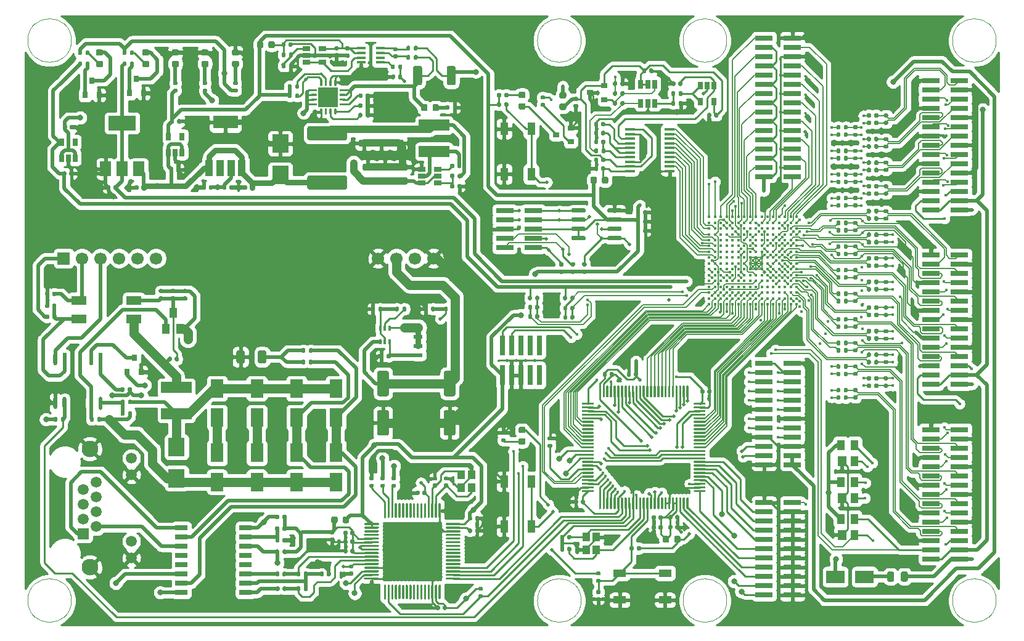
<source format=gbr>
%TF.GenerationSoftware,KiCad,Pcbnew,5.1.10-88a1d61d58~88~ubuntu20.04.1*%
%TF.CreationDate,2021-07-12T14:39:34+08:00*%
%TF.ProjectId,TestAutomation,54657374-4175-4746-9f6d-6174696f6e2e,rev?*%
%TF.SameCoordinates,Original*%
%TF.FileFunction,Copper,L1,Top*%
%TF.FilePolarity,Positive*%
%FSLAX46Y46*%
G04 Gerber Fmt 4.6, Leading zero omitted, Abs format (unit mm)*
G04 Created by KiCad (PCBNEW 5.1.10-88a1d61d58~88~ubuntu20.04.1) date 2021-07-12 14:39:34*
%MOMM*%
%LPD*%
G01*
G04 APERTURE LIST*
%TA.AperFunction,EtchedComponent*%
%ADD10C,0.120000*%
%TD*%
%TA.AperFunction,SMDPad,CuDef*%
%ADD11R,4.200000X1.500000*%
%TD*%
%TA.AperFunction,SMDPad,CuDef*%
%ADD12R,0.900000X0.800000*%
%TD*%
%TA.AperFunction,SMDPad,CuDef*%
%ADD13R,0.650000X1.220000*%
%TD*%
%TA.AperFunction,SMDPad,CuDef*%
%ADD14R,0.650000X1.060000*%
%TD*%
%TA.AperFunction,SMDPad,CuDef*%
%ADD15R,2.700000X2.700000*%
%TD*%
%TA.AperFunction,ComponentPad*%
%ADD16R,1.700000X1.700000*%
%TD*%
%TA.AperFunction,ComponentPad*%
%ADD17C,1.700000*%
%TD*%
%TA.AperFunction,SMDPad,CuDef*%
%ADD18R,2.300000X2.500000*%
%TD*%
%TA.AperFunction,SMDPad,CuDef*%
%ADD19R,2.400000X0.740000*%
%TD*%
%TA.AperFunction,SMDPad,CuDef*%
%ADD20C,0.410000*%
%TD*%
%TA.AperFunction,SMDPad,CuDef*%
%ADD21R,1.100000X1.800000*%
%TD*%
%TA.AperFunction,SMDPad,CuDef*%
%ADD22R,1.060000X0.650000*%
%TD*%
%TA.AperFunction,SMDPad,CuDef*%
%ADD23R,1.000000X2.200000*%
%TD*%
%TA.AperFunction,SMDPad,CuDef*%
%ADD24R,3.400000X1.800000*%
%TD*%
%TA.AperFunction,SMDPad,CuDef*%
%ADD25R,0.532132X1.702833*%
%TD*%
%TA.AperFunction,SMDPad,CuDef*%
%ADD26R,1.220000X0.400000*%
%TD*%
%TA.AperFunction,SMDPad,CuDef*%
%ADD27R,1.454899X0.354800*%
%TD*%
%TA.AperFunction,SMDPad,CuDef*%
%ADD28R,1.193800X0.558800*%
%TD*%
%TA.AperFunction,SMDPad,CuDef*%
%ADD29R,0.740000X2.790000*%
%TD*%
%TA.AperFunction,SMDPad,CuDef*%
%ADD30R,1.000000X1.150000*%
%TD*%
%TA.AperFunction,SMDPad,CuDef*%
%ADD31R,1.500000X2.000000*%
%TD*%
%TA.AperFunction,SMDPad,CuDef*%
%ADD32R,3.800000X2.000000*%
%TD*%
%TA.AperFunction,SMDPad,CuDef*%
%ADD33R,1.700000X0.760000*%
%TD*%
%TA.AperFunction,SMDPad,CuDef*%
%ADD34R,1.800000X1.100000*%
%TD*%
%TA.AperFunction,SMDPad,CuDef*%
%ADD35R,0.800000X0.900000*%
%TD*%
%TA.AperFunction,SMDPad,CuDef*%
%ADD36R,0.400000X0.650000*%
%TD*%
%TA.AperFunction,SMDPad,CuDef*%
%ADD37R,1.000000X1.400000*%
%TD*%
%TA.AperFunction,ComponentPad*%
%ADD38R,1.500000X1.500000*%
%TD*%
%TA.AperFunction,ComponentPad*%
%ADD39C,1.500000*%
%TD*%
%TA.AperFunction,ComponentPad*%
%ADD40C,2.300000*%
%TD*%
%TA.AperFunction,SMDPad,CuDef*%
%ADD41R,2.000000X1.200000*%
%TD*%
%TA.AperFunction,SMDPad,CuDef*%
%ADD42R,1.800000X2.500000*%
%TD*%
%TA.AperFunction,SMDPad,CuDef*%
%ADD43R,2.500000X1.800000*%
%TD*%
%TA.AperFunction,SMDPad,CuDef*%
%ADD44R,1.200000X1.400000*%
%TD*%
%TA.AperFunction,ViaPad*%
%ADD45C,0.450000*%
%TD*%
%TA.AperFunction,ViaPad*%
%ADD46C,0.800000*%
%TD*%
%TA.AperFunction,ViaPad*%
%ADD47C,0.500000*%
%TD*%
%TA.AperFunction,Conductor*%
%ADD48C,0.508000*%
%TD*%
%TA.AperFunction,Conductor*%
%ADD49C,1.270000*%
%TD*%
%TA.AperFunction,Conductor*%
%ADD50C,0.254000*%
%TD*%
%TA.AperFunction,Conductor*%
%ADD51C,0.127000*%
%TD*%
%TA.AperFunction,Conductor*%
%ADD52C,0.250000*%
%TD*%
%TA.AperFunction,Conductor*%
%ADD53C,1.016000*%
%TD*%
%TA.AperFunction,Conductor*%
%ADD54C,0.762000*%
%TD*%
%TA.AperFunction,Conductor*%
%ADD55C,0.100000*%
%TD*%
G04 APERTURE END LIST*
D10*
%TO.C,M3*%
X156000000Y-57000000D02*
G75*
G03*
X156000000Y-57000000I-3000000J0D01*
G01*
X156000000Y-134000000D02*
G75*
G03*
X156000000Y-134000000I-3000000J0D01*
G01*
X176000000Y-57000000D02*
G75*
G03*
X176000000Y-57000000I-3000000J0D01*
G01*
X176000000Y-134000000D02*
G75*
G03*
X176000000Y-134000000I-3000000J0D01*
G01*
X213000000Y-57000000D02*
G75*
G03*
X213000000Y-57000000I-3000000J0D01*
G01*
X86000000Y-57000000D02*
G75*
G03*
X86000000Y-57000000I-3000000J0D01*
G01*
X86000000Y-134000000D02*
G75*
G03*
X86000000Y-134000000I-3000000J0D01*
G01*
X213000000Y-134000000D02*
G75*
G03*
X213000000Y-134000000I-3000000J0D01*
G01*
%TD*%
D11*
%TO.P,L3,2*%
%TO.N,Net-(C45-Pad1)*%
X100400000Y-104700000D03*
%TO.P,L3,1*%
%TO.N,/Ethernet/POE_VC+*%
X100400000Y-108300000D03*
%TD*%
%TO.P,F2,2*%
%TO.N,+3V3MP*%
%TA.AperFunction,SMDPad,CuDef*%
G36*
G01*
X199890000Y-131166250D02*
X199890000Y-130253750D01*
G75*
G02*
X200133750Y-130010000I243750J0D01*
G01*
X200621250Y-130010000D01*
G75*
G02*
X200865000Y-130253750I0J-243750D01*
G01*
X200865000Y-131166250D01*
G75*
G02*
X200621250Y-131410000I-243750J0D01*
G01*
X200133750Y-131410000D01*
G75*
G02*
X199890000Y-131166250I0J243750D01*
G01*
G37*
%TD.AperFunction*%
%TO.P,F2,1*%
%TO.N,Net-(D5-Pad1)*%
%TA.AperFunction,SMDPad,CuDef*%
G36*
G01*
X198015000Y-131166250D02*
X198015000Y-130253750D01*
G75*
G02*
X198258750Y-130010000I243750J0D01*
G01*
X198746250Y-130010000D01*
G75*
G02*
X198990000Y-130253750I0J-243750D01*
G01*
X198990000Y-131166250D01*
G75*
G02*
X198746250Y-131410000I-243750J0D01*
G01*
X198258750Y-131410000D01*
G75*
G02*
X198015000Y-131166250I0J243750D01*
G01*
G37*
%TD.AperFunction*%
%TD*%
%TO.P,L4,2*%
%TO.N,Net-(C47-Pad1)*%
X135780000Y-68640000D03*
%TO.P,L4,1*%
%TO.N,Net-(C44-Pad1)*%
X135780000Y-72240000D03*
%TD*%
D12*
%TO.P,D23,3*%
%TO.N,GND*%
X157190000Y-64170000D03*
%TO.P,D23,2*%
%TO.N,/HighSpeedADC/+5VA*%
X159190000Y-63220000D03*
%TO.P,D23,1*%
%TO.N,Net-(D23-Pad1)*%
X159190000Y-65120000D03*
%TD*%
%TO.P,C98,2*%
%TO.N,GND*%
%TA.AperFunction,SMDPad,CuDef*%
G36*
G01*
X122240000Y-58750000D02*
X122580000Y-58750000D01*
G75*
G02*
X122720000Y-58890000I0J-140000D01*
G01*
X122720000Y-59170000D01*
G75*
G02*
X122580000Y-59310000I-140000J0D01*
G01*
X122240000Y-59310000D01*
G75*
G02*
X122100000Y-59170000I0J140000D01*
G01*
X122100000Y-58890000D01*
G75*
G02*
X122240000Y-58750000I140000J0D01*
G01*
G37*
%TD.AperFunction*%
%TO.P,C98,1*%
%TO.N,/CurrentSenser/+3V3A*%
%TA.AperFunction,SMDPad,CuDef*%
G36*
G01*
X122240000Y-57790000D02*
X122580000Y-57790000D01*
G75*
G02*
X122720000Y-57930000I0J-140000D01*
G01*
X122720000Y-58210000D01*
G75*
G02*
X122580000Y-58350000I-140000J0D01*
G01*
X122240000Y-58350000D01*
G75*
G02*
X122100000Y-58210000I0J140000D01*
G01*
X122100000Y-57930000D01*
G75*
G02*
X122240000Y-57790000I140000J0D01*
G01*
G37*
%TD.AperFunction*%
%TD*%
%TO.P,C97,2*%
%TO.N,GND*%
%TA.AperFunction,SMDPad,CuDef*%
G36*
G01*
X173860000Y-67100000D02*
X173860000Y-67440000D01*
G75*
G02*
X173720000Y-67580000I-140000J0D01*
G01*
X173440000Y-67580000D01*
G75*
G02*
X173300000Y-67440000I0J140000D01*
G01*
X173300000Y-67100000D01*
G75*
G02*
X173440000Y-66960000I140000J0D01*
G01*
X173720000Y-66960000D01*
G75*
G02*
X173860000Y-67100000I0J-140000D01*
G01*
G37*
%TD.AperFunction*%
%TO.P,C97,1*%
%TO.N,/HighSpeedADC/+5VA*%
%TA.AperFunction,SMDPad,CuDef*%
G36*
G01*
X174820000Y-67100000D02*
X174820000Y-67440000D01*
G75*
G02*
X174680000Y-67580000I-140000J0D01*
G01*
X174400000Y-67580000D01*
G75*
G02*
X174260000Y-67440000I0J140000D01*
G01*
X174260000Y-67100000D01*
G75*
G02*
X174400000Y-66960000I140000J0D01*
G01*
X174680000Y-66960000D01*
G75*
G02*
X174820000Y-67100000I0J-140000D01*
G01*
G37*
%TD.AperFunction*%
%TD*%
D13*
%TO.P,U2,6*%
%TO.N,/HighSpeedADC/+5VA*%
X164190000Y-63000000D03*
%TO.P,U2,5*%
X165140000Y-63000000D03*
%TO.P,U2,4*%
%TO.N,Net-(D23-Pad1)*%
X166090000Y-63000000D03*
%TO.P,U2,3*%
%TO.N,Net-(R2-Pad1)*%
X166090000Y-65620000D03*
%TO.P,U2,2*%
%TO.N,GND*%
X165140000Y-65620000D03*
%TO.P,U2,1*%
%TO.N,Net-(R5-Pad2)*%
X164190000Y-65620000D03*
%TD*%
D14*
%TO.P,U1,5*%
%TO.N,/HighSpeedADC/+5VA*%
X174230000Y-65380000D03*
%TO.P,U1,4*%
%TO.N,Net-(R3-Pad1)*%
X172330000Y-65380000D03*
%TO.P,U1,3*%
X172330000Y-63180000D03*
%TO.P,U1,2*%
%TO.N,GND*%
X173280000Y-63180000D03*
%TO.P,U1,1*%
%TO.N,Net-(C2-Pad1)*%
X174230000Y-63180000D03*
%TD*%
%TO.P,C1,2*%
%TO.N,GND*%
%TA.AperFunction,SMDPad,CuDef*%
G36*
G01*
X165340000Y-61330000D02*
X165340000Y-60990000D01*
G75*
G02*
X165480000Y-60850000I140000J0D01*
G01*
X165760000Y-60850000D01*
G75*
G02*
X165900000Y-60990000I0J-140000D01*
G01*
X165900000Y-61330000D01*
G75*
G02*
X165760000Y-61470000I-140000J0D01*
G01*
X165480000Y-61470000D01*
G75*
G02*
X165340000Y-61330000I0J140000D01*
G01*
G37*
%TD.AperFunction*%
%TO.P,C1,1*%
%TO.N,/HighSpeedADC/+5VA*%
%TA.AperFunction,SMDPad,CuDef*%
G36*
G01*
X164380000Y-61330000D02*
X164380000Y-60990000D01*
G75*
G02*
X164520000Y-60850000I140000J0D01*
G01*
X164800000Y-60850000D01*
G75*
G02*
X164940000Y-60990000I0J-140000D01*
G01*
X164940000Y-61330000D01*
G75*
G02*
X164800000Y-61470000I-140000J0D01*
G01*
X164520000Y-61470000D01*
G75*
G02*
X164380000Y-61330000I0J140000D01*
G01*
G37*
%TD.AperFunction*%
%TD*%
%TO.P,R129,2*%
%TO.N,+3V3*%
%TA.AperFunction,SMDPad,CuDef*%
G36*
G01*
X116240000Y-64425000D02*
X116240000Y-64795000D01*
G75*
G02*
X116105000Y-64930000I-135000J0D01*
G01*
X115835000Y-64930000D01*
G75*
G02*
X115700000Y-64795000I0J135000D01*
G01*
X115700000Y-64425000D01*
G75*
G02*
X115835000Y-64290000I135000J0D01*
G01*
X116105000Y-64290000D01*
G75*
G02*
X116240000Y-64425000I0J-135000D01*
G01*
G37*
%TD.AperFunction*%
%TO.P,R129,1*%
%TO.N,/CurrentSenser/12V_SW*%
%TA.AperFunction,SMDPad,CuDef*%
G36*
G01*
X117260000Y-64425000D02*
X117260000Y-64795000D01*
G75*
G02*
X117125000Y-64930000I-135000J0D01*
G01*
X116855000Y-64930000D01*
G75*
G02*
X116720000Y-64795000I0J135000D01*
G01*
X116720000Y-64425000D01*
G75*
G02*
X116855000Y-64290000I135000J0D01*
G01*
X117125000Y-64290000D01*
G75*
G02*
X117260000Y-64425000I0J-135000D01*
G01*
G37*
%TD.AperFunction*%
%TD*%
%TO.P,R128,2*%
%TO.N,/CurrentSenser/12V_OUT_FAULT*%
%TA.AperFunction,SMDPad,CuDef*%
G36*
G01*
X116720000Y-63505000D02*
X116720000Y-63135000D01*
G75*
G02*
X116855000Y-63000000I135000J0D01*
G01*
X117125000Y-63000000D01*
G75*
G02*
X117260000Y-63135000I0J-135000D01*
G01*
X117260000Y-63505000D01*
G75*
G02*
X117125000Y-63640000I-135000J0D01*
G01*
X116855000Y-63640000D01*
G75*
G02*
X116720000Y-63505000I0J135000D01*
G01*
G37*
%TD.AperFunction*%
%TO.P,R128,1*%
%TO.N,+3V3*%
%TA.AperFunction,SMDPad,CuDef*%
G36*
G01*
X115700000Y-63505000D02*
X115700000Y-63135000D01*
G75*
G02*
X115835000Y-63000000I135000J0D01*
G01*
X116105000Y-63000000D01*
G75*
G02*
X116240000Y-63135000I0J-135000D01*
G01*
X116240000Y-63505000D01*
G75*
G02*
X116105000Y-63640000I-135000J0D01*
G01*
X115835000Y-63640000D01*
G75*
G02*
X115700000Y-63505000I0J135000D01*
G01*
G37*
%TD.AperFunction*%
%TD*%
D15*
%TO.P,U16,17*%
%TO.N,GND*%
X121255000Y-64792500D03*
%TO.P,U16,16*%
%TO.N,/CurrentSenser/12V_SW*%
%TA.AperFunction,SMDPad,CuDef*%
G36*
G01*
X120130000Y-63167500D02*
X120130000Y-62492500D01*
G75*
G02*
X120205000Y-62417500I75000J0D01*
G01*
X120355000Y-62417500D01*
G75*
G02*
X120430000Y-62492500I0J-75000D01*
G01*
X120430000Y-63167500D01*
G75*
G02*
X120355000Y-63242500I-75000J0D01*
G01*
X120205000Y-63242500D01*
G75*
G02*
X120130000Y-63167500I0J75000D01*
G01*
G37*
%TD.AperFunction*%
%TO.P,U16,15*%
%TO.N,/CurrentSenser/12V_OUT_FAULT*%
%TA.AperFunction,SMDPad,CuDef*%
G36*
G01*
X120780000Y-63167500D02*
X120780000Y-62492500D01*
G75*
G02*
X120855000Y-62417500I75000J0D01*
G01*
X121005000Y-62417500D01*
G75*
G02*
X121080000Y-62492500I0J-75000D01*
G01*
X121080000Y-63167500D01*
G75*
G02*
X121005000Y-63242500I-75000J0D01*
G01*
X120855000Y-63242500D01*
G75*
G02*
X120780000Y-63167500I0J75000D01*
G01*
G37*
%TD.AperFunction*%
%TO.P,U16,14*%
%TO.N,GND*%
%TA.AperFunction,SMDPad,CuDef*%
G36*
G01*
X121430000Y-63167500D02*
X121430000Y-62492500D01*
G75*
G02*
X121505000Y-62417500I75000J0D01*
G01*
X121655000Y-62417500D01*
G75*
G02*
X121730000Y-62492500I0J-75000D01*
G01*
X121730000Y-63167500D01*
G75*
G02*
X121655000Y-63242500I-75000J0D01*
G01*
X121505000Y-63242500D01*
G75*
G02*
X121430000Y-63167500I0J75000D01*
G01*
G37*
%TD.AperFunction*%
%TO.P,U16,13*%
%TA.AperFunction,SMDPad,CuDef*%
G36*
G01*
X122080000Y-63167500D02*
X122080000Y-62492500D01*
G75*
G02*
X122155000Y-62417500I75000J0D01*
G01*
X122305000Y-62417500D01*
G75*
G02*
X122380000Y-62492500I0J-75000D01*
G01*
X122380000Y-63167500D01*
G75*
G02*
X122305000Y-63242500I-75000J0D01*
G01*
X122155000Y-63242500D01*
G75*
G02*
X122080000Y-63167500I0J75000D01*
G01*
G37*
%TD.AperFunction*%
%TO.P,U16,12*%
%TO.N,Net-(D22-Pad2)*%
%TA.AperFunction,SMDPad,CuDef*%
G36*
G01*
X122805000Y-63892500D02*
X122805000Y-63742500D01*
G75*
G02*
X122880000Y-63667500I75000J0D01*
G01*
X123555000Y-63667500D01*
G75*
G02*
X123630000Y-63742500I0J-75000D01*
G01*
X123630000Y-63892500D01*
G75*
G02*
X123555000Y-63967500I-75000J0D01*
G01*
X122880000Y-63967500D01*
G75*
G02*
X122805000Y-63892500I0J75000D01*
G01*
G37*
%TD.AperFunction*%
%TO.P,U16,11*%
%TA.AperFunction,SMDPad,CuDef*%
G36*
G01*
X122805000Y-64542500D02*
X122805000Y-64392500D01*
G75*
G02*
X122880000Y-64317500I75000J0D01*
G01*
X123555000Y-64317500D01*
G75*
G02*
X123630000Y-64392500I0J-75000D01*
G01*
X123630000Y-64542500D01*
G75*
G02*
X123555000Y-64617500I-75000J0D01*
G01*
X122880000Y-64617500D01*
G75*
G02*
X122805000Y-64542500I0J75000D01*
G01*
G37*
%TD.AperFunction*%
%TO.P,U16,10*%
%TA.AperFunction,SMDPad,CuDef*%
G36*
G01*
X122805000Y-65192500D02*
X122805000Y-65042500D01*
G75*
G02*
X122880000Y-64967500I75000J0D01*
G01*
X123555000Y-64967500D01*
G75*
G02*
X123630000Y-65042500I0J-75000D01*
G01*
X123630000Y-65192500D01*
G75*
G02*
X123555000Y-65267500I-75000J0D01*
G01*
X122880000Y-65267500D01*
G75*
G02*
X122805000Y-65192500I0J75000D01*
G01*
G37*
%TD.AperFunction*%
%TO.P,U16,9*%
%TO.N,Net-(C89-Pad1)*%
%TA.AperFunction,SMDPad,CuDef*%
G36*
G01*
X122805000Y-65842500D02*
X122805000Y-65692500D01*
G75*
G02*
X122880000Y-65617500I75000J0D01*
G01*
X123555000Y-65617500D01*
G75*
G02*
X123630000Y-65692500I0J-75000D01*
G01*
X123630000Y-65842500D01*
G75*
G02*
X123555000Y-65917500I-75000J0D01*
G01*
X122880000Y-65917500D01*
G75*
G02*
X122805000Y-65842500I0J75000D01*
G01*
G37*
%TD.AperFunction*%
%TO.P,U16,8*%
%TO.N,Net-(R127-Pad1)*%
%TA.AperFunction,SMDPad,CuDef*%
G36*
G01*
X122080000Y-67092500D02*
X122080000Y-66417500D01*
G75*
G02*
X122155000Y-66342500I75000J0D01*
G01*
X122305000Y-66342500D01*
G75*
G02*
X122380000Y-66417500I0J-75000D01*
G01*
X122380000Y-67092500D01*
G75*
G02*
X122305000Y-67167500I-75000J0D01*
G01*
X122155000Y-67167500D01*
G75*
G02*
X122080000Y-67092500I0J75000D01*
G01*
G37*
%TD.AperFunction*%
%TO.P,U16,7*%
%TO.N,Net-(R126-Pad1)*%
%TA.AperFunction,SMDPad,CuDef*%
G36*
G01*
X121430000Y-67092500D02*
X121430000Y-66417500D01*
G75*
G02*
X121505000Y-66342500I75000J0D01*
G01*
X121655000Y-66342500D01*
G75*
G02*
X121730000Y-66417500I0J-75000D01*
G01*
X121730000Y-67092500D01*
G75*
G02*
X121655000Y-67167500I-75000J0D01*
G01*
X121505000Y-67167500D01*
G75*
G02*
X121430000Y-67092500I0J75000D01*
G01*
G37*
%TD.AperFunction*%
%TO.P,U16,6*%
%TO.N,Net-(U16-Pad6)*%
%TA.AperFunction,SMDPad,CuDef*%
G36*
G01*
X120780000Y-67092500D02*
X120780000Y-66417500D01*
G75*
G02*
X120855000Y-66342500I75000J0D01*
G01*
X121005000Y-66342500D01*
G75*
G02*
X121080000Y-66417500I0J-75000D01*
G01*
X121080000Y-67092500D01*
G75*
G02*
X121005000Y-67167500I-75000J0D01*
G01*
X120855000Y-67167500D01*
G75*
G02*
X120780000Y-67092500I0J75000D01*
G01*
G37*
%TD.AperFunction*%
%TO.P,U16,5*%
%TO.N,GND*%
%TA.AperFunction,SMDPad,CuDef*%
G36*
G01*
X120130000Y-67092500D02*
X120130000Y-66417500D01*
G75*
G02*
X120205000Y-66342500I75000J0D01*
G01*
X120355000Y-66342500D01*
G75*
G02*
X120430000Y-66417500I0J-75000D01*
G01*
X120430000Y-67092500D01*
G75*
G02*
X120355000Y-67167500I-75000J0D01*
G01*
X120205000Y-67167500D01*
G75*
G02*
X120130000Y-67092500I0J75000D01*
G01*
G37*
%TD.AperFunction*%
%TO.P,U16,4*%
%TO.N,+12V*%
%TA.AperFunction,SMDPad,CuDef*%
G36*
G01*
X118880000Y-65842500D02*
X118880000Y-65692500D01*
G75*
G02*
X118955000Y-65617500I75000J0D01*
G01*
X119630000Y-65617500D01*
G75*
G02*
X119705000Y-65692500I0J-75000D01*
G01*
X119705000Y-65842500D01*
G75*
G02*
X119630000Y-65917500I-75000J0D01*
G01*
X118955000Y-65917500D01*
G75*
G02*
X118880000Y-65842500I0J75000D01*
G01*
G37*
%TD.AperFunction*%
%TO.P,U16,3*%
%TA.AperFunction,SMDPad,CuDef*%
G36*
G01*
X118880000Y-65192500D02*
X118880000Y-65042500D01*
G75*
G02*
X118955000Y-64967500I75000J0D01*
G01*
X119630000Y-64967500D01*
G75*
G02*
X119705000Y-65042500I0J-75000D01*
G01*
X119705000Y-65192500D01*
G75*
G02*
X119630000Y-65267500I-75000J0D01*
G01*
X118955000Y-65267500D01*
G75*
G02*
X118880000Y-65192500I0J75000D01*
G01*
G37*
%TD.AperFunction*%
%TO.P,U16,2*%
%TA.AperFunction,SMDPad,CuDef*%
G36*
G01*
X118880000Y-64542500D02*
X118880000Y-64392500D01*
G75*
G02*
X118955000Y-64317500I75000J0D01*
G01*
X119630000Y-64317500D01*
G75*
G02*
X119705000Y-64392500I0J-75000D01*
G01*
X119705000Y-64542500D01*
G75*
G02*
X119630000Y-64617500I-75000J0D01*
G01*
X118955000Y-64617500D01*
G75*
G02*
X118880000Y-64542500I0J75000D01*
G01*
G37*
%TD.AperFunction*%
%TO.P,U16,1*%
%TA.AperFunction,SMDPad,CuDef*%
G36*
G01*
X118880000Y-63892500D02*
X118880000Y-63742500D01*
G75*
G02*
X118955000Y-63667500I75000J0D01*
G01*
X119630000Y-63667500D01*
G75*
G02*
X119705000Y-63742500I0J-75000D01*
G01*
X119705000Y-63892500D01*
G75*
G02*
X119630000Y-63967500I-75000J0D01*
G01*
X118955000Y-63967500D01*
G75*
G02*
X118880000Y-63892500I0J75000D01*
G01*
G37*
%TD.AperFunction*%
%TD*%
%TO.P,R127,2*%
%TO.N,GND*%
%TA.AperFunction,SMDPad,CuDef*%
G36*
G01*
X126420000Y-66135000D02*
X126420000Y-65765000D01*
G75*
G02*
X126555000Y-65630000I135000J0D01*
G01*
X126825000Y-65630000D01*
G75*
G02*
X126960000Y-65765000I0J-135000D01*
G01*
X126960000Y-66135000D01*
G75*
G02*
X126825000Y-66270000I-135000J0D01*
G01*
X126555000Y-66270000D01*
G75*
G02*
X126420000Y-66135000I0J135000D01*
G01*
G37*
%TD.AperFunction*%
%TO.P,R127,1*%
%TO.N,Net-(R127-Pad1)*%
%TA.AperFunction,SMDPad,CuDef*%
G36*
G01*
X125400000Y-66135000D02*
X125400000Y-65765000D01*
G75*
G02*
X125535000Y-65630000I135000J0D01*
G01*
X125805000Y-65630000D01*
G75*
G02*
X125940000Y-65765000I0J-135000D01*
G01*
X125940000Y-66135000D01*
G75*
G02*
X125805000Y-66270000I-135000J0D01*
G01*
X125535000Y-66270000D01*
G75*
G02*
X125400000Y-66135000I0J135000D01*
G01*
G37*
%TD.AperFunction*%
%TD*%
%TO.P,R126,2*%
%TO.N,GND*%
%TA.AperFunction,SMDPad,CuDef*%
G36*
G01*
X126420000Y-67445000D02*
X126420000Y-67075000D01*
G75*
G02*
X126555000Y-66940000I135000J0D01*
G01*
X126825000Y-66940000D01*
G75*
G02*
X126960000Y-67075000I0J-135000D01*
G01*
X126960000Y-67445000D01*
G75*
G02*
X126825000Y-67580000I-135000J0D01*
G01*
X126555000Y-67580000D01*
G75*
G02*
X126420000Y-67445000I0J135000D01*
G01*
G37*
%TD.AperFunction*%
%TO.P,R126,1*%
%TO.N,Net-(R126-Pad1)*%
%TA.AperFunction,SMDPad,CuDef*%
G36*
G01*
X125400000Y-67445000D02*
X125400000Y-67075000D01*
G75*
G02*
X125535000Y-66940000I135000J0D01*
G01*
X125805000Y-66940000D01*
G75*
G02*
X125940000Y-67075000I0J-135000D01*
G01*
X125940000Y-67445000D01*
G75*
G02*
X125805000Y-67580000I-135000J0D01*
G01*
X125535000Y-67580000D01*
G75*
G02*
X125400000Y-67445000I0J135000D01*
G01*
G37*
%TD.AperFunction*%
%TD*%
%TO.P,C89,2*%
%TO.N,GND*%
%TA.AperFunction,SMDPad,CuDef*%
G36*
G01*
X126380000Y-64750000D02*
X126380000Y-64410000D01*
G75*
G02*
X126520000Y-64270000I140000J0D01*
G01*
X126800000Y-64270000D01*
G75*
G02*
X126940000Y-64410000I0J-140000D01*
G01*
X126940000Y-64750000D01*
G75*
G02*
X126800000Y-64890000I-140000J0D01*
G01*
X126520000Y-64890000D01*
G75*
G02*
X126380000Y-64750000I0J140000D01*
G01*
G37*
%TD.AperFunction*%
%TO.P,C89,1*%
%TO.N,Net-(C89-Pad1)*%
%TA.AperFunction,SMDPad,CuDef*%
G36*
G01*
X125420000Y-64750000D02*
X125420000Y-64410000D01*
G75*
G02*
X125560000Y-64270000I140000J0D01*
G01*
X125840000Y-64270000D01*
G75*
G02*
X125980000Y-64410000I0J-140000D01*
G01*
X125980000Y-64750000D01*
G75*
G02*
X125840000Y-64890000I-140000J0D01*
G01*
X125560000Y-64890000D01*
G75*
G02*
X125420000Y-64750000I0J140000D01*
G01*
G37*
%TD.AperFunction*%
%TD*%
%TO.P,C61,2*%
%TO.N,GND*%
%TA.AperFunction,SMDPad,CuDef*%
G36*
G01*
X136600000Y-134830000D02*
X136600000Y-135170000D01*
G75*
G02*
X136460000Y-135310000I-140000J0D01*
G01*
X136180000Y-135310000D01*
G75*
G02*
X136040000Y-135170000I0J140000D01*
G01*
X136040000Y-134830000D01*
G75*
G02*
X136180000Y-134690000I140000J0D01*
G01*
X136460000Y-134690000D01*
G75*
G02*
X136600000Y-134830000I0J-140000D01*
G01*
G37*
%TD.AperFunction*%
%TO.P,C61,1*%
%TO.N,+3V3*%
%TA.AperFunction,SMDPad,CuDef*%
G36*
G01*
X137560000Y-134830000D02*
X137560000Y-135170000D01*
G75*
G02*
X137420000Y-135310000I-140000J0D01*
G01*
X137140000Y-135310000D01*
G75*
G02*
X137000000Y-135170000I0J140000D01*
G01*
X137000000Y-134830000D01*
G75*
G02*
X137140000Y-134690000I140000J0D01*
G01*
X137420000Y-134690000D01*
G75*
G02*
X137560000Y-134830000I0J-140000D01*
G01*
G37*
%TD.AperFunction*%
%TD*%
%TO.P,C69,2*%
%TO.N,GND*%
%TA.AperFunction,SMDPad,CuDef*%
G36*
G01*
X121630000Y-125300000D02*
X121970000Y-125300000D01*
G75*
G02*
X122110000Y-125440000I0J-140000D01*
G01*
X122110000Y-125720000D01*
G75*
G02*
X121970000Y-125860000I-140000J0D01*
G01*
X121630000Y-125860000D01*
G75*
G02*
X121490000Y-125720000I0J140000D01*
G01*
X121490000Y-125440000D01*
G75*
G02*
X121630000Y-125300000I140000J0D01*
G01*
G37*
%TD.AperFunction*%
%TO.P,C69,1*%
%TO.N,/Ethernet/+3V3A*%
%TA.AperFunction,SMDPad,CuDef*%
G36*
G01*
X121630000Y-124340000D02*
X121970000Y-124340000D01*
G75*
G02*
X122110000Y-124480000I0J-140000D01*
G01*
X122110000Y-124760000D01*
G75*
G02*
X121970000Y-124900000I-140000J0D01*
G01*
X121630000Y-124900000D01*
G75*
G02*
X121490000Y-124760000I0J140000D01*
G01*
X121490000Y-124480000D01*
G75*
G02*
X121630000Y-124340000I140000J0D01*
G01*
G37*
%TD.AperFunction*%
%TD*%
%TO.P,C68,2*%
%TO.N,GND*%
%TA.AperFunction,SMDPad,CuDef*%
G36*
G01*
X123900000Y-125730000D02*
X123900000Y-126070000D01*
G75*
G02*
X123760000Y-126210000I-140000J0D01*
G01*
X123480000Y-126210000D01*
G75*
G02*
X123340000Y-126070000I0J140000D01*
G01*
X123340000Y-125730000D01*
G75*
G02*
X123480000Y-125590000I140000J0D01*
G01*
X123760000Y-125590000D01*
G75*
G02*
X123900000Y-125730000I0J-140000D01*
G01*
G37*
%TD.AperFunction*%
%TO.P,C68,1*%
%TO.N,/Ethernet/+3V3A*%
%TA.AperFunction,SMDPad,CuDef*%
G36*
G01*
X124860000Y-125730000D02*
X124860000Y-126070000D01*
G75*
G02*
X124720000Y-126210000I-140000J0D01*
G01*
X124440000Y-126210000D01*
G75*
G02*
X124300000Y-126070000I0J140000D01*
G01*
X124300000Y-125730000D01*
G75*
G02*
X124440000Y-125590000I140000J0D01*
G01*
X124720000Y-125590000D01*
G75*
G02*
X124860000Y-125730000I0J-140000D01*
G01*
G37*
%TD.AperFunction*%
%TD*%
%TO.P,C66,2*%
%TO.N,GND*%
%TA.AperFunction,SMDPad,CuDef*%
G36*
G01*
X124230000Y-130000000D02*
X124570000Y-130000000D01*
G75*
G02*
X124710000Y-130140000I0J-140000D01*
G01*
X124710000Y-130420000D01*
G75*
G02*
X124570000Y-130560000I-140000J0D01*
G01*
X124230000Y-130560000D01*
G75*
G02*
X124090000Y-130420000I0J140000D01*
G01*
X124090000Y-130140000D01*
G75*
G02*
X124230000Y-130000000I140000J0D01*
G01*
G37*
%TD.AperFunction*%
%TO.P,C66,1*%
%TO.N,/Ethernet/+3V3A*%
%TA.AperFunction,SMDPad,CuDef*%
G36*
G01*
X124230000Y-129040000D02*
X124570000Y-129040000D01*
G75*
G02*
X124710000Y-129180000I0J-140000D01*
G01*
X124710000Y-129460000D01*
G75*
G02*
X124570000Y-129600000I-140000J0D01*
G01*
X124230000Y-129600000D01*
G75*
G02*
X124090000Y-129460000I0J140000D01*
G01*
X124090000Y-129180000D01*
G75*
G02*
X124230000Y-129040000I140000J0D01*
G01*
G37*
%TD.AperFunction*%
%TD*%
%TO.P,C65,2*%
%TO.N,GND*%
%TA.AperFunction,SMDPad,CuDef*%
G36*
G01*
X123900000Y-124530000D02*
X123900000Y-124870000D01*
G75*
G02*
X123760000Y-125010000I-140000J0D01*
G01*
X123480000Y-125010000D01*
G75*
G02*
X123340000Y-124870000I0J140000D01*
G01*
X123340000Y-124530000D01*
G75*
G02*
X123480000Y-124390000I140000J0D01*
G01*
X123760000Y-124390000D01*
G75*
G02*
X123900000Y-124530000I0J-140000D01*
G01*
G37*
%TD.AperFunction*%
%TO.P,C65,1*%
%TO.N,/Ethernet/+3V3A*%
%TA.AperFunction,SMDPad,CuDef*%
G36*
G01*
X124860000Y-124530000D02*
X124860000Y-124870000D01*
G75*
G02*
X124720000Y-125010000I-140000J0D01*
G01*
X124440000Y-125010000D01*
G75*
G02*
X124300000Y-124870000I0J140000D01*
G01*
X124300000Y-124530000D01*
G75*
G02*
X124440000Y-124390000I140000J0D01*
G01*
X124720000Y-124390000D01*
G75*
G02*
X124860000Y-124530000I0J-140000D01*
G01*
G37*
%TD.AperFunction*%
%TD*%
%TO.P,C64,2*%
%TO.N,GND*%
%TA.AperFunction,SMDPad,CuDef*%
G36*
G01*
X133800000Y-119030000D02*
X133800000Y-119370000D01*
G75*
G02*
X133660000Y-119510000I-140000J0D01*
G01*
X133380000Y-119510000D01*
G75*
G02*
X133240000Y-119370000I0J140000D01*
G01*
X133240000Y-119030000D01*
G75*
G02*
X133380000Y-118890000I140000J0D01*
G01*
X133660000Y-118890000D01*
G75*
G02*
X133800000Y-119030000I0J-140000D01*
G01*
G37*
%TD.AperFunction*%
%TO.P,C64,1*%
%TO.N,/Ethernet/+3V3A*%
%TA.AperFunction,SMDPad,CuDef*%
G36*
G01*
X134760000Y-119030000D02*
X134760000Y-119370000D01*
G75*
G02*
X134620000Y-119510000I-140000J0D01*
G01*
X134340000Y-119510000D01*
G75*
G02*
X134200000Y-119370000I0J140000D01*
G01*
X134200000Y-119030000D01*
G75*
G02*
X134340000Y-118890000I140000J0D01*
G01*
X134620000Y-118890000D01*
G75*
G02*
X134760000Y-119030000I0J-140000D01*
G01*
G37*
%TD.AperFunction*%
%TD*%
%TO.P,C62,2*%
%TO.N,GND*%
%TA.AperFunction,SMDPad,CuDef*%
G36*
G01*
X141420000Y-122870000D02*
X141420000Y-122530000D01*
G75*
G02*
X141560000Y-122390000I140000J0D01*
G01*
X141840000Y-122390000D01*
G75*
G02*
X141980000Y-122530000I0J-140000D01*
G01*
X141980000Y-122870000D01*
G75*
G02*
X141840000Y-123010000I-140000J0D01*
G01*
X141560000Y-123010000D01*
G75*
G02*
X141420000Y-122870000I0J140000D01*
G01*
G37*
%TD.AperFunction*%
%TO.P,C62,1*%
%TO.N,+3V3*%
%TA.AperFunction,SMDPad,CuDef*%
G36*
G01*
X140460000Y-122870000D02*
X140460000Y-122530000D01*
G75*
G02*
X140600000Y-122390000I140000J0D01*
G01*
X140880000Y-122390000D01*
G75*
G02*
X141020000Y-122530000I0J-140000D01*
G01*
X141020000Y-122870000D01*
G75*
G02*
X140880000Y-123010000I-140000J0D01*
G01*
X140600000Y-123010000D01*
G75*
G02*
X140460000Y-122870000I0J140000D01*
G01*
G37*
%TD.AperFunction*%
%TD*%
D14*
%TO.P,U6,1*%
%TO.N,+6V*%
X99296000Y-72404000D03*
%TO.P,U6,2*%
%TO.N,GND*%
X100246000Y-72404000D03*
%TO.P,U6,3*%
%TO.N,+6V*%
X101196000Y-72404000D03*
%TO.P,U6,4*%
%TO.N,Net-(U6-Pad4)*%
X101196000Y-70204000D03*
%TO.P,U6,5*%
%TO.N,+3V3*%
X99296000Y-70204000D03*
%TD*%
D16*
%TO.P,U12,1*%
%TO.N,Net-(R98-Pad2)*%
X84918000Y-86946000D03*
D17*
%TO.P,U12,2*%
%TO.N,Net-(C51-Pad1)*%
X87458000Y-86946000D03*
%TO.P,U12,3*%
%TO.N,Net-(U10-Pad2)*%
X89998000Y-86946000D03*
%TO.P,U12,4*%
%TO.N,Net-(U12-Pad4)*%
X92538000Y-86946000D03*
%TO.P,U12,5*%
%TO.N,Net-(U12-Pad5)*%
X95078000Y-86946000D03*
%TO.P,U12,7*%
%TO.N,GND*%
X128098000Y-86946000D03*
%TO.P,U12,8*%
%TO.N,Net-(C57-Pad1)*%
X130638000Y-86946000D03*
%TO.P,U12,9*%
%TO.N,Net-(U12-Pad9)*%
X133178000Y-86946000D03*
%TO.P,U12,10*%
%TO.N,GND*%
X135718000Y-86946000D03*
%TO.P,U12,6*%
%TO.N,Net-(U12-Pad6)*%
X97618000Y-86946000D03*
%TD*%
%TO.P,C78,2*%
%TO.N,GND*%
%TA.AperFunction,SMDPad,CuDef*%
G36*
G01*
X155560000Y-120260000D02*
X155560000Y-120600000D01*
G75*
G02*
X155420000Y-120740000I-140000J0D01*
G01*
X155140000Y-120740000D01*
G75*
G02*
X155000000Y-120600000I0J140000D01*
G01*
X155000000Y-120260000D01*
G75*
G02*
X155140000Y-120120000I140000J0D01*
G01*
X155420000Y-120120000D01*
G75*
G02*
X155560000Y-120260000I0J-140000D01*
G01*
G37*
%TD.AperFunction*%
%TO.P,C78,1*%
%TO.N,+3V3*%
%TA.AperFunction,SMDPad,CuDef*%
G36*
G01*
X156520000Y-120260000D02*
X156520000Y-120600000D01*
G75*
G02*
X156380000Y-120740000I-140000J0D01*
G01*
X156100000Y-120740000D01*
G75*
G02*
X155960000Y-120600000I0J140000D01*
G01*
X155960000Y-120260000D01*
G75*
G02*
X156100000Y-120120000I140000J0D01*
G01*
X156380000Y-120120000D01*
G75*
G02*
X156520000Y-120260000I0J-140000D01*
G01*
G37*
%TD.AperFunction*%
%TD*%
%TO.P,U15,1*%
%TO.N,/FSMC_A7*%
%TA.AperFunction,SMDPad,CuDef*%
G36*
G01*
X158673000Y-121419000D02*
X158523000Y-121419000D01*
G75*
G02*
X158448000Y-121344000I0J75000D01*
G01*
X158448000Y-119894000D01*
G75*
G02*
X158523000Y-119819000I75000J0D01*
G01*
X158673000Y-119819000D01*
G75*
G02*
X158748000Y-119894000I0J-75000D01*
G01*
X158748000Y-121344000D01*
G75*
G02*
X158673000Y-121419000I-75000J0D01*
G01*
G37*
%TD.AperFunction*%
%TO.P,U15,2*%
%TO.N,/FSMC_A3*%
%TA.AperFunction,SMDPad,CuDef*%
G36*
G01*
X159173000Y-121419000D02*
X159023000Y-121419000D01*
G75*
G02*
X158948000Y-121344000I0J75000D01*
G01*
X158948000Y-119894000D01*
G75*
G02*
X159023000Y-119819000I75000J0D01*
G01*
X159173000Y-119819000D01*
G75*
G02*
X159248000Y-119894000I0J-75000D01*
G01*
X159248000Y-121344000D01*
G75*
G02*
X159173000Y-121419000I-75000J0D01*
G01*
G37*
%TD.AperFunction*%
%TO.P,U15,3*%
%TO.N,/FSMC_A4*%
%TA.AperFunction,SMDPad,CuDef*%
G36*
G01*
X159673000Y-121419000D02*
X159523000Y-121419000D01*
G75*
G02*
X159448000Y-121344000I0J75000D01*
G01*
X159448000Y-119894000D01*
G75*
G02*
X159523000Y-119819000I75000J0D01*
G01*
X159673000Y-119819000D01*
G75*
G02*
X159748000Y-119894000I0J-75000D01*
G01*
X159748000Y-121344000D01*
G75*
G02*
X159673000Y-121419000I-75000J0D01*
G01*
G37*
%TD.AperFunction*%
%TO.P,U15,4*%
%TO.N,/FSMC_A5*%
%TA.AperFunction,SMDPad,CuDef*%
G36*
G01*
X160173000Y-121419000D02*
X160023000Y-121419000D01*
G75*
G02*
X159948000Y-121344000I0J75000D01*
G01*
X159948000Y-119894000D01*
G75*
G02*
X160023000Y-119819000I75000J0D01*
G01*
X160173000Y-119819000D01*
G75*
G02*
X160248000Y-119894000I0J-75000D01*
G01*
X160248000Y-121344000D01*
G75*
G02*
X160173000Y-121419000I-75000J0D01*
G01*
G37*
%TD.AperFunction*%
%TO.P,U15,5*%
%TO.N,/FSMC_A6*%
%TA.AperFunction,SMDPad,CuDef*%
G36*
G01*
X160673000Y-121419000D02*
X160523000Y-121419000D01*
G75*
G02*
X160448000Y-121344000I0J75000D01*
G01*
X160448000Y-119894000D01*
G75*
G02*
X160523000Y-119819000I75000J0D01*
G01*
X160673000Y-119819000D01*
G75*
G02*
X160748000Y-119894000I0J-75000D01*
G01*
X160748000Y-121344000D01*
G75*
G02*
X160673000Y-121419000I-75000J0D01*
G01*
G37*
%TD.AperFunction*%
%TO.P,U15,6*%
%TO.N,+3V3*%
%TA.AperFunction,SMDPad,CuDef*%
G36*
G01*
X161173000Y-121419000D02*
X161023000Y-121419000D01*
G75*
G02*
X160948000Y-121344000I0J75000D01*
G01*
X160948000Y-119894000D01*
G75*
G02*
X161023000Y-119819000I75000J0D01*
G01*
X161173000Y-119819000D01*
G75*
G02*
X161248000Y-119894000I0J-75000D01*
G01*
X161248000Y-121344000D01*
G75*
G02*
X161173000Y-121419000I-75000J0D01*
G01*
G37*
%TD.AperFunction*%
%TO.P,U15,7*%
%TO.N,/SPI_ENC_CS*%
%TA.AperFunction,SMDPad,CuDef*%
G36*
G01*
X161673000Y-121419000D02*
X161523000Y-121419000D01*
G75*
G02*
X161448000Y-121344000I0J75000D01*
G01*
X161448000Y-119894000D01*
G75*
G02*
X161523000Y-119819000I75000J0D01*
G01*
X161673000Y-119819000D01*
G75*
G02*
X161748000Y-119894000I0J-75000D01*
G01*
X161748000Y-121344000D01*
G75*
G02*
X161673000Y-121419000I-75000J0D01*
G01*
G37*
%TD.AperFunction*%
%TO.P,U15,8*%
%TO.N,/ENC_INT*%
%TA.AperFunction,SMDPad,CuDef*%
G36*
G01*
X162173000Y-121419000D02*
X162023000Y-121419000D01*
G75*
G02*
X161948000Y-121344000I0J75000D01*
G01*
X161948000Y-119894000D01*
G75*
G02*
X162023000Y-119819000I75000J0D01*
G01*
X162173000Y-119819000D01*
G75*
G02*
X162248000Y-119894000I0J-75000D01*
G01*
X162248000Y-121344000D01*
G75*
G02*
X162173000Y-121419000I-75000J0D01*
G01*
G37*
%TD.AperFunction*%
%TO.P,U15,9*%
%TO.N,/MCU/CPU_POE_AT_EVENT*%
%TA.AperFunction,SMDPad,CuDef*%
G36*
G01*
X162673000Y-121419000D02*
X162523000Y-121419000D01*
G75*
G02*
X162448000Y-121344000I0J75000D01*
G01*
X162448000Y-119894000D01*
G75*
G02*
X162523000Y-119819000I75000J0D01*
G01*
X162673000Y-119819000D01*
G75*
G02*
X162748000Y-119894000I0J-75000D01*
G01*
X162748000Y-121344000D01*
G75*
G02*
X162673000Y-121419000I-75000J0D01*
G01*
G37*
%TD.AperFunction*%
%TO.P,U15,10*%
%TO.N,GND*%
%TA.AperFunction,SMDPad,CuDef*%
G36*
G01*
X163173000Y-121419000D02*
X163023000Y-121419000D01*
G75*
G02*
X162948000Y-121344000I0J75000D01*
G01*
X162948000Y-119894000D01*
G75*
G02*
X163023000Y-119819000I75000J0D01*
G01*
X163173000Y-119819000D01*
G75*
G02*
X163248000Y-119894000I0J-75000D01*
G01*
X163248000Y-121344000D01*
G75*
G02*
X163173000Y-121419000I-75000J0D01*
G01*
G37*
%TD.AperFunction*%
%TO.P,U15,11*%
%TO.N,+3V3*%
%TA.AperFunction,SMDPad,CuDef*%
G36*
G01*
X163673000Y-121419000D02*
X163523000Y-121419000D01*
G75*
G02*
X163448000Y-121344000I0J75000D01*
G01*
X163448000Y-119894000D01*
G75*
G02*
X163523000Y-119819000I75000J0D01*
G01*
X163673000Y-119819000D01*
G75*
G02*
X163748000Y-119894000I0J-75000D01*
G01*
X163748000Y-121344000D01*
G75*
G02*
X163673000Y-121419000I-75000J0D01*
G01*
G37*
%TD.AperFunction*%
%TO.P,U15,12*%
%TO.N,Net-(C75-Pad1)*%
%TA.AperFunction,SMDPad,CuDef*%
G36*
G01*
X164173000Y-121419000D02*
X164023000Y-121419000D01*
G75*
G02*
X163948000Y-121344000I0J75000D01*
G01*
X163948000Y-119894000D01*
G75*
G02*
X164023000Y-119819000I75000J0D01*
G01*
X164173000Y-119819000D01*
G75*
G02*
X164248000Y-119894000I0J-75000D01*
G01*
X164248000Y-121344000D01*
G75*
G02*
X164173000Y-121419000I-75000J0D01*
G01*
G37*
%TD.AperFunction*%
%TO.P,U15,13*%
%TO.N,Net-(C76-Pad1)*%
%TA.AperFunction,SMDPad,CuDef*%
G36*
G01*
X164673000Y-121419000D02*
X164523000Y-121419000D01*
G75*
G02*
X164448000Y-121344000I0J75000D01*
G01*
X164448000Y-119894000D01*
G75*
G02*
X164523000Y-119819000I75000J0D01*
G01*
X164673000Y-119819000D01*
G75*
G02*
X164748000Y-119894000I0J-75000D01*
G01*
X164748000Y-121344000D01*
G75*
G02*
X164673000Y-121419000I-75000J0D01*
G01*
G37*
%TD.AperFunction*%
%TO.P,U15,14*%
%TO.N,Net-(C77-Pad2)*%
%TA.AperFunction,SMDPad,CuDef*%
G36*
G01*
X165173000Y-121419000D02*
X165023000Y-121419000D01*
G75*
G02*
X164948000Y-121344000I0J75000D01*
G01*
X164948000Y-119894000D01*
G75*
G02*
X165023000Y-119819000I75000J0D01*
G01*
X165173000Y-119819000D01*
G75*
G02*
X165248000Y-119894000I0J-75000D01*
G01*
X165248000Y-121344000D01*
G75*
G02*
X165173000Y-121419000I-75000J0D01*
G01*
G37*
%TD.AperFunction*%
%TO.P,U15,15*%
%TO.N,Net-(D21-Pad2)*%
%TA.AperFunction,SMDPad,CuDef*%
G36*
G01*
X165673000Y-121419000D02*
X165523000Y-121419000D01*
G75*
G02*
X165448000Y-121344000I0J75000D01*
G01*
X165448000Y-119894000D01*
G75*
G02*
X165523000Y-119819000I75000J0D01*
G01*
X165673000Y-119819000D01*
G75*
G02*
X165748000Y-119894000I0J-75000D01*
G01*
X165748000Y-121344000D01*
G75*
G02*
X165673000Y-121419000I-75000J0D01*
G01*
G37*
%TD.AperFunction*%
%TO.P,U15,16*%
%TO.N,Net-(SW3-Pad2)*%
%TA.AperFunction,SMDPad,CuDef*%
G36*
G01*
X166173000Y-121419000D02*
X166023000Y-121419000D01*
G75*
G02*
X165948000Y-121344000I0J75000D01*
G01*
X165948000Y-119894000D01*
G75*
G02*
X166023000Y-119819000I75000J0D01*
G01*
X166173000Y-119819000D01*
G75*
G02*
X166248000Y-119894000I0J-75000D01*
G01*
X166248000Y-121344000D01*
G75*
G02*
X166173000Y-121419000I-75000J0D01*
G01*
G37*
%TD.AperFunction*%
%TO.P,U15,17*%
%TO.N,/MCU/CPU_POE_SRC_STATUS*%
%TA.AperFunction,SMDPad,CuDef*%
G36*
G01*
X166673000Y-121419000D02*
X166523000Y-121419000D01*
G75*
G02*
X166448000Y-121344000I0J75000D01*
G01*
X166448000Y-119894000D01*
G75*
G02*
X166523000Y-119819000I75000J0D01*
G01*
X166673000Y-119819000D01*
G75*
G02*
X166748000Y-119894000I0J-75000D01*
G01*
X166748000Y-121344000D01*
G75*
G02*
X166673000Y-121419000I-75000J0D01*
G01*
G37*
%TD.AperFunction*%
%TO.P,U15,18*%
%TO.N,Net-(U15-Pad18)*%
%TA.AperFunction,SMDPad,CuDef*%
G36*
G01*
X167173000Y-121419000D02*
X167023000Y-121419000D01*
G75*
G02*
X166948000Y-121344000I0J75000D01*
G01*
X166948000Y-119894000D01*
G75*
G02*
X167023000Y-119819000I75000J0D01*
G01*
X167173000Y-119819000D01*
G75*
G02*
X167248000Y-119894000I0J-75000D01*
G01*
X167248000Y-121344000D01*
G75*
G02*
X167173000Y-121419000I-75000J0D01*
G01*
G37*
%TD.AperFunction*%
%TO.P,U15,19*%
%TO.N,GND*%
%TA.AperFunction,SMDPad,CuDef*%
G36*
G01*
X167673000Y-121419000D02*
X167523000Y-121419000D01*
G75*
G02*
X167448000Y-121344000I0J75000D01*
G01*
X167448000Y-119894000D01*
G75*
G02*
X167523000Y-119819000I75000J0D01*
G01*
X167673000Y-119819000D01*
G75*
G02*
X167748000Y-119894000I0J-75000D01*
G01*
X167748000Y-121344000D01*
G75*
G02*
X167673000Y-121419000I-75000J0D01*
G01*
G37*
%TD.AperFunction*%
%TO.P,U15,20*%
%TA.AperFunction,SMDPad,CuDef*%
G36*
G01*
X168173000Y-121419000D02*
X168023000Y-121419000D01*
G75*
G02*
X167948000Y-121344000I0J75000D01*
G01*
X167948000Y-119894000D01*
G75*
G02*
X168023000Y-119819000I75000J0D01*
G01*
X168173000Y-119819000D01*
G75*
G02*
X168248000Y-119894000I0J-75000D01*
G01*
X168248000Y-121344000D01*
G75*
G02*
X168173000Y-121419000I-75000J0D01*
G01*
G37*
%TD.AperFunction*%
%TO.P,U15,21*%
%TO.N,/MCU/+3V3A*%
%TA.AperFunction,SMDPad,CuDef*%
G36*
G01*
X168673000Y-121419000D02*
X168523000Y-121419000D01*
G75*
G02*
X168448000Y-121344000I0J75000D01*
G01*
X168448000Y-119894000D01*
G75*
G02*
X168523000Y-119819000I75000J0D01*
G01*
X168673000Y-119819000D01*
G75*
G02*
X168748000Y-119894000I0J-75000D01*
G01*
X168748000Y-121344000D01*
G75*
G02*
X168673000Y-121419000I-75000J0D01*
G01*
G37*
%TD.AperFunction*%
%TO.P,U15,22*%
%TA.AperFunction,SMDPad,CuDef*%
G36*
G01*
X169173000Y-121419000D02*
X169023000Y-121419000D01*
G75*
G02*
X168948000Y-121344000I0J75000D01*
G01*
X168948000Y-119894000D01*
G75*
G02*
X169023000Y-119819000I75000J0D01*
G01*
X169173000Y-119819000D01*
G75*
G02*
X169248000Y-119894000I0J-75000D01*
G01*
X169248000Y-121344000D01*
G75*
G02*
X169173000Y-121419000I-75000J0D01*
G01*
G37*
%TD.AperFunction*%
%TO.P,U15,23*%
%TO.N,/MCU/CPU_ADC0*%
%TA.AperFunction,SMDPad,CuDef*%
G36*
G01*
X169673000Y-121419000D02*
X169523000Y-121419000D01*
G75*
G02*
X169448000Y-121344000I0J75000D01*
G01*
X169448000Y-119894000D01*
G75*
G02*
X169523000Y-119819000I75000J0D01*
G01*
X169673000Y-119819000D01*
G75*
G02*
X169748000Y-119894000I0J-75000D01*
G01*
X169748000Y-121344000D01*
G75*
G02*
X169673000Y-121419000I-75000J0D01*
G01*
G37*
%TD.AperFunction*%
%TO.P,U15,24*%
%TO.N,/MCU/CPU_ADC1*%
%TA.AperFunction,SMDPad,CuDef*%
G36*
G01*
X170173000Y-121419000D02*
X170023000Y-121419000D01*
G75*
G02*
X169948000Y-121344000I0J75000D01*
G01*
X169948000Y-119894000D01*
G75*
G02*
X170023000Y-119819000I75000J0D01*
G01*
X170173000Y-119819000D01*
G75*
G02*
X170248000Y-119894000I0J-75000D01*
G01*
X170248000Y-121344000D01*
G75*
G02*
X170173000Y-121419000I-75000J0D01*
G01*
G37*
%TD.AperFunction*%
%TO.P,U15,25*%
%TO.N,/MCU/CPU_ADC2*%
%TA.AperFunction,SMDPad,CuDef*%
G36*
G01*
X170673000Y-121419000D02*
X170523000Y-121419000D01*
G75*
G02*
X170448000Y-121344000I0J75000D01*
G01*
X170448000Y-119894000D01*
G75*
G02*
X170523000Y-119819000I75000J0D01*
G01*
X170673000Y-119819000D01*
G75*
G02*
X170748000Y-119894000I0J-75000D01*
G01*
X170748000Y-121344000D01*
G75*
G02*
X170673000Y-121419000I-75000J0D01*
G01*
G37*
%TD.AperFunction*%
%TO.P,U15,26*%
%TO.N,/MCU/CPU_ADC3*%
%TA.AperFunction,SMDPad,CuDef*%
G36*
G01*
X172998000Y-119094000D02*
X171548000Y-119094000D01*
G75*
G02*
X171473000Y-119019000I0J75000D01*
G01*
X171473000Y-118869000D01*
G75*
G02*
X171548000Y-118794000I75000J0D01*
G01*
X172998000Y-118794000D01*
G75*
G02*
X173073000Y-118869000I0J-75000D01*
G01*
X173073000Y-119019000D01*
G75*
G02*
X172998000Y-119094000I-75000J0D01*
G01*
G37*
%TD.AperFunction*%
%TO.P,U15,27*%
%TO.N,GND*%
%TA.AperFunction,SMDPad,CuDef*%
G36*
G01*
X172998000Y-118594000D02*
X171548000Y-118594000D01*
G75*
G02*
X171473000Y-118519000I0J75000D01*
G01*
X171473000Y-118369000D01*
G75*
G02*
X171548000Y-118294000I75000J0D01*
G01*
X172998000Y-118294000D01*
G75*
G02*
X173073000Y-118369000I0J-75000D01*
G01*
X173073000Y-118519000D01*
G75*
G02*
X172998000Y-118594000I-75000J0D01*
G01*
G37*
%TD.AperFunction*%
%TO.P,U15,28*%
%TO.N,+3V3*%
%TA.AperFunction,SMDPad,CuDef*%
G36*
G01*
X172998000Y-118094000D02*
X171548000Y-118094000D01*
G75*
G02*
X171473000Y-118019000I0J75000D01*
G01*
X171473000Y-117869000D01*
G75*
G02*
X171548000Y-117794000I75000J0D01*
G01*
X172998000Y-117794000D01*
G75*
G02*
X173073000Y-117869000I0J-75000D01*
G01*
X173073000Y-118019000D01*
G75*
G02*
X172998000Y-118094000I-75000J0D01*
G01*
G37*
%TD.AperFunction*%
%TO.P,U15,29*%
%TO.N,/MCU/CPU_DAC0*%
%TA.AperFunction,SMDPad,CuDef*%
G36*
G01*
X172998000Y-117594000D02*
X171548000Y-117594000D01*
G75*
G02*
X171473000Y-117519000I0J75000D01*
G01*
X171473000Y-117369000D01*
G75*
G02*
X171548000Y-117294000I75000J0D01*
G01*
X172998000Y-117294000D01*
G75*
G02*
X173073000Y-117369000I0J-75000D01*
G01*
X173073000Y-117519000D01*
G75*
G02*
X172998000Y-117594000I-75000J0D01*
G01*
G37*
%TD.AperFunction*%
%TO.P,U15,30*%
%TO.N,/MCU/CPU_DAC1*%
%TA.AperFunction,SMDPad,CuDef*%
G36*
G01*
X172998000Y-117094000D02*
X171548000Y-117094000D01*
G75*
G02*
X171473000Y-117019000I0J75000D01*
G01*
X171473000Y-116869000D01*
G75*
G02*
X171548000Y-116794000I75000J0D01*
G01*
X172998000Y-116794000D01*
G75*
G02*
X173073000Y-116869000I0J-75000D01*
G01*
X173073000Y-117019000D01*
G75*
G02*
X172998000Y-117094000I-75000J0D01*
G01*
G37*
%TD.AperFunction*%
%TO.P,U15,31*%
%TO.N,/MCU/CPU_ADC4*%
%TA.AperFunction,SMDPad,CuDef*%
G36*
G01*
X172998000Y-116594000D02*
X171548000Y-116594000D01*
G75*
G02*
X171473000Y-116519000I0J75000D01*
G01*
X171473000Y-116369000D01*
G75*
G02*
X171548000Y-116294000I75000J0D01*
G01*
X172998000Y-116294000D01*
G75*
G02*
X173073000Y-116369000I0J-75000D01*
G01*
X173073000Y-116519000D01*
G75*
G02*
X172998000Y-116594000I-75000J0D01*
G01*
G37*
%TD.AperFunction*%
%TO.P,U15,32*%
%TO.N,/MCU/CPU_ADC5*%
%TA.AperFunction,SMDPad,CuDef*%
G36*
G01*
X172998000Y-116094000D02*
X171548000Y-116094000D01*
G75*
G02*
X171473000Y-116019000I0J75000D01*
G01*
X171473000Y-115869000D01*
G75*
G02*
X171548000Y-115794000I75000J0D01*
G01*
X172998000Y-115794000D01*
G75*
G02*
X173073000Y-115869000I0J-75000D01*
G01*
X173073000Y-116019000D01*
G75*
G02*
X172998000Y-116094000I-75000J0D01*
G01*
G37*
%TD.AperFunction*%
%TO.P,U15,33*%
%TO.N,/MCU/CPU_ADC7*%
%TA.AperFunction,SMDPad,CuDef*%
G36*
G01*
X172998000Y-115594000D02*
X171548000Y-115594000D01*
G75*
G02*
X171473000Y-115519000I0J75000D01*
G01*
X171473000Y-115369000D01*
G75*
G02*
X171548000Y-115294000I75000J0D01*
G01*
X172998000Y-115294000D01*
G75*
G02*
X173073000Y-115369000I0J-75000D01*
G01*
X173073000Y-115519000D01*
G75*
G02*
X172998000Y-115594000I-75000J0D01*
G01*
G37*
%TD.AperFunction*%
%TO.P,U15,34*%
%TO.N,/MCU/CPU_ADC6*%
%TA.AperFunction,SMDPad,CuDef*%
G36*
G01*
X172998000Y-115094000D02*
X171548000Y-115094000D01*
G75*
G02*
X171473000Y-115019000I0J75000D01*
G01*
X171473000Y-114869000D01*
G75*
G02*
X171548000Y-114794000I75000J0D01*
G01*
X172998000Y-114794000D01*
G75*
G02*
X173073000Y-114869000I0J-75000D01*
G01*
X173073000Y-115019000D01*
G75*
G02*
X172998000Y-115094000I-75000J0D01*
G01*
G37*
%TD.AperFunction*%
%TO.P,U15,35*%
%TO.N,/CurrentSenser/12V_CURRENT_REF*%
%TA.AperFunction,SMDPad,CuDef*%
G36*
G01*
X172998000Y-114594000D02*
X171548000Y-114594000D01*
G75*
G02*
X171473000Y-114519000I0J75000D01*
G01*
X171473000Y-114369000D01*
G75*
G02*
X171548000Y-114294000I75000J0D01*
G01*
X172998000Y-114294000D01*
G75*
G02*
X173073000Y-114369000I0J-75000D01*
G01*
X173073000Y-114519000D01*
G75*
G02*
X172998000Y-114594000I-75000J0D01*
G01*
G37*
%TD.AperFunction*%
%TO.P,U15,36*%
%TO.N,/CurrentSenser/12V_CURRENT*%
%TA.AperFunction,SMDPad,CuDef*%
G36*
G01*
X172998000Y-114094000D02*
X171548000Y-114094000D01*
G75*
G02*
X171473000Y-114019000I0J75000D01*
G01*
X171473000Y-113869000D01*
G75*
G02*
X171548000Y-113794000I75000J0D01*
G01*
X172998000Y-113794000D01*
G75*
G02*
X173073000Y-113869000I0J-75000D01*
G01*
X173073000Y-114019000D01*
G75*
G02*
X172998000Y-114094000I-75000J0D01*
G01*
G37*
%TD.AperFunction*%
%TO.P,U15,37*%
%TO.N,/CurrentSenser/12V_OUT_FAULT*%
%TA.AperFunction,SMDPad,CuDef*%
G36*
G01*
X172998000Y-113594000D02*
X171548000Y-113594000D01*
G75*
G02*
X171473000Y-113519000I0J75000D01*
G01*
X171473000Y-113369000D01*
G75*
G02*
X171548000Y-113294000I75000J0D01*
G01*
X172998000Y-113294000D01*
G75*
G02*
X173073000Y-113369000I0J-75000D01*
G01*
X173073000Y-113519000D01*
G75*
G02*
X172998000Y-113594000I-75000J0D01*
G01*
G37*
%TD.AperFunction*%
%TO.P,U15,38*%
%TO.N,/FSMC_D4*%
%TA.AperFunction,SMDPad,CuDef*%
G36*
G01*
X172998000Y-113094000D02*
X171548000Y-113094000D01*
G75*
G02*
X171473000Y-113019000I0J75000D01*
G01*
X171473000Y-112869000D01*
G75*
G02*
X171548000Y-112794000I75000J0D01*
G01*
X172998000Y-112794000D01*
G75*
G02*
X173073000Y-112869000I0J-75000D01*
G01*
X173073000Y-113019000D01*
G75*
G02*
X172998000Y-113094000I-75000J0D01*
G01*
G37*
%TD.AperFunction*%
%TO.P,U15,39*%
%TO.N,/FSMC_D5*%
%TA.AperFunction,SMDPad,CuDef*%
G36*
G01*
X172998000Y-112594000D02*
X171548000Y-112594000D01*
G75*
G02*
X171473000Y-112519000I0J75000D01*
G01*
X171473000Y-112369000D01*
G75*
G02*
X171548000Y-112294000I75000J0D01*
G01*
X172998000Y-112294000D01*
G75*
G02*
X173073000Y-112369000I0J-75000D01*
G01*
X173073000Y-112519000D01*
G75*
G02*
X172998000Y-112594000I-75000J0D01*
G01*
G37*
%TD.AperFunction*%
%TO.P,U15,40*%
%TO.N,/FSMC_D6*%
%TA.AperFunction,SMDPad,CuDef*%
G36*
G01*
X172998000Y-112094000D02*
X171548000Y-112094000D01*
G75*
G02*
X171473000Y-112019000I0J75000D01*
G01*
X171473000Y-111869000D01*
G75*
G02*
X171548000Y-111794000I75000J0D01*
G01*
X172998000Y-111794000D01*
G75*
G02*
X173073000Y-111869000I0J-75000D01*
G01*
X173073000Y-112019000D01*
G75*
G02*
X172998000Y-112094000I-75000J0D01*
G01*
G37*
%TD.AperFunction*%
%TO.P,U15,41*%
%TO.N,/FSMC_D7*%
%TA.AperFunction,SMDPad,CuDef*%
G36*
G01*
X172998000Y-111594000D02*
X171548000Y-111594000D01*
G75*
G02*
X171473000Y-111519000I0J75000D01*
G01*
X171473000Y-111369000D01*
G75*
G02*
X171548000Y-111294000I75000J0D01*
G01*
X172998000Y-111294000D01*
G75*
G02*
X173073000Y-111369000I0J-75000D01*
G01*
X173073000Y-111519000D01*
G75*
G02*
X172998000Y-111594000I-75000J0D01*
G01*
G37*
%TD.AperFunction*%
%TO.P,U15,42*%
%TO.N,/FSMC_D8*%
%TA.AperFunction,SMDPad,CuDef*%
G36*
G01*
X172998000Y-111094000D02*
X171548000Y-111094000D01*
G75*
G02*
X171473000Y-111019000I0J75000D01*
G01*
X171473000Y-110869000D01*
G75*
G02*
X171548000Y-110794000I75000J0D01*
G01*
X172998000Y-110794000D01*
G75*
G02*
X173073000Y-110869000I0J-75000D01*
G01*
X173073000Y-111019000D01*
G75*
G02*
X172998000Y-111094000I-75000J0D01*
G01*
G37*
%TD.AperFunction*%
%TO.P,U15,43*%
%TO.N,/FSMC_D9*%
%TA.AperFunction,SMDPad,CuDef*%
G36*
G01*
X172998000Y-110594000D02*
X171548000Y-110594000D01*
G75*
G02*
X171473000Y-110519000I0J75000D01*
G01*
X171473000Y-110369000D01*
G75*
G02*
X171548000Y-110294000I75000J0D01*
G01*
X172998000Y-110294000D01*
G75*
G02*
X173073000Y-110369000I0J-75000D01*
G01*
X173073000Y-110519000D01*
G75*
G02*
X172998000Y-110594000I-75000J0D01*
G01*
G37*
%TD.AperFunction*%
%TO.P,U15,44*%
%TO.N,/FSMC_D10*%
%TA.AperFunction,SMDPad,CuDef*%
G36*
G01*
X172998000Y-110094000D02*
X171548000Y-110094000D01*
G75*
G02*
X171473000Y-110019000I0J75000D01*
G01*
X171473000Y-109869000D01*
G75*
G02*
X171548000Y-109794000I75000J0D01*
G01*
X172998000Y-109794000D01*
G75*
G02*
X173073000Y-109869000I0J-75000D01*
G01*
X173073000Y-110019000D01*
G75*
G02*
X172998000Y-110094000I-75000J0D01*
G01*
G37*
%TD.AperFunction*%
%TO.P,U15,45*%
%TO.N,/FSMC_D11*%
%TA.AperFunction,SMDPad,CuDef*%
G36*
G01*
X172998000Y-109594000D02*
X171548000Y-109594000D01*
G75*
G02*
X171473000Y-109519000I0J75000D01*
G01*
X171473000Y-109369000D01*
G75*
G02*
X171548000Y-109294000I75000J0D01*
G01*
X172998000Y-109294000D01*
G75*
G02*
X173073000Y-109369000I0J-75000D01*
G01*
X173073000Y-109519000D01*
G75*
G02*
X172998000Y-109594000I-75000J0D01*
G01*
G37*
%TD.AperFunction*%
%TO.P,U15,46*%
%TO.N,/FSMC_D12*%
%TA.AperFunction,SMDPad,CuDef*%
G36*
G01*
X172998000Y-109094000D02*
X171548000Y-109094000D01*
G75*
G02*
X171473000Y-109019000I0J75000D01*
G01*
X171473000Y-108869000D01*
G75*
G02*
X171548000Y-108794000I75000J0D01*
G01*
X172998000Y-108794000D01*
G75*
G02*
X173073000Y-108869000I0J-75000D01*
G01*
X173073000Y-109019000D01*
G75*
G02*
X172998000Y-109094000I-75000J0D01*
G01*
G37*
%TD.AperFunction*%
%TO.P,U15,47*%
%TO.N,/MCU/CPU_IIC2_SCL*%
%TA.AperFunction,SMDPad,CuDef*%
G36*
G01*
X172998000Y-108594000D02*
X171548000Y-108594000D01*
G75*
G02*
X171473000Y-108519000I0J75000D01*
G01*
X171473000Y-108369000D01*
G75*
G02*
X171548000Y-108294000I75000J0D01*
G01*
X172998000Y-108294000D01*
G75*
G02*
X173073000Y-108369000I0J-75000D01*
G01*
X173073000Y-108519000D01*
G75*
G02*
X172998000Y-108594000I-75000J0D01*
G01*
G37*
%TD.AperFunction*%
%TO.P,U15,48*%
%TO.N,/MCU/CPU_IIC2_SDA*%
%TA.AperFunction,SMDPad,CuDef*%
G36*
G01*
X172998000Y-108094000D02*
X171548000Y-108094000D01*
G75*
G02*
X171473000Y-108019000I0J75000D01*
G01*
X171473000Y-107869000D01*
G75*
G02*
X171548000Y-107794000I75000J0D01*
G01*
X172998000Y-107794000D01*
G75*
G02*
X173073000Y-107869000I0J-75000D01*
G01*
X173073000Y-108019000D01*
G75*
G02*
X172998000Y-108094000I-75000J0D01*
G01*
G37*
%TD.AperFunction*%
%TO.P,U15,49*%
%TO.N,GND*%
%TA.AperFunction,SMDPad,CuDef*%
G36*
G01*
X172998000Y-107594000D02*
X171548000Y-107594000D01*
G75*
G02*
X171473000Y-107519000I0J75000D01*
G01*
X171473000Y-107369000D01*
G75*
G02*
X171548000Y-107294000I75000J0D01*
G01*
X172998000Y-107294000D01*
G75*
G02*
X173073000Y-107369000I0J-75000D01*
G01*
X173073000Y-107519000D01*
G75*
G02*
X172998000Y-107594000I-75000J0D01*
G01*
G37*
%TD.AperFunction*%
%TO.P,U15,50*%
%TO.N,+3V3*%
%TA.AperFunction,SMDPad,CuDef*%
G36*
G01*
X172998000Y-107094000D02*
X171548000Y-107094000D01*
G75*
G02*
X171473000Y-107019000I0J75000D01*
G01*
X171473000Y-106869000D01*
G75*
G02*
X171548000Y-106794000I75000J0D01*
G01*
X172998000Y-106794000D01*
G75*
G02*
X173073000Y-106869000I0J-75000D01*
G01*
X173073000Y-107019000D01*
G75*
G02*
X172998000Y-107094000I-75000J0D01*
G01*
G37*
%TD.AperFunction*%
%TO.P,U15,51*%
%TO.N,/MCU/CPU_SPI2_CS*%
%TA.AperFunction,SMDPad,CuDef*%
G36*
G01*
X170673000Y-106069000D02*
X170523000Y-106069000D01*
G75*
G02*
X170448000Y-105994000I0J75000D01*
G01*
X170448000Y-104544000D01*
G75*
G02*
X170523000Y-104469000I75000J0D01*
G01*
X170673000Y-104469000D01*
G75*
G02*
X170748000Y-104544000I0J-75000D01*
G01*
X170748000Y-105994000D01*
G75*
G02*
X170673000Y-106069000I-75000J0D01*
G01*
G37*
%TD.AperFunction*%
%TO.P,U15,52*%
%TO.N,/MCU/CPU_SPI2_SCK*%
%TA.AperFunction,SMDPad,CuDef*%
G36*
G01*
X170173000Y-106069000D02*
X170023000Y-106069000D01*
G75*
G02*
X169948000Y-105994000I0J75000D01*
G01*
X169948000Y-104544000D01*
G75*
G02*
X170023000Y-104469000I75000J0D01*
G01*
X170173000Y-104469000D01*
G75*
G02*
X170248000Y-104544000I0J-75000D01*
G01*
X170248000Y-105994000D01*
G75*
G02*
X170173000Y-106069000I-75000J0D01*
G01*
G37*
%TD.AperFunction*%
%TO.P,U15,53*%
%TO.N,/MCU/CPU_SPI2_MISO*%
%TA.AperFunction,SMDPad,CuDef*%
G36*
G01*
X169673000Y-106069000D02*
X169523000Y-106069000D01*
G75*
G02*
X169448000Y-105994000I0J75000D01*
G01*
X169448000Y-104544000D01*
G75*
G02*
X169523000Y-104469000I75000J0D01*
G01*
X169673000Y-104469000D01*
G75*
G02*
X169748000Y-104544000I0J-75000D01*
G01*
X169748000Y-105994000D01*
G75*
G02*
X169673000Y-106069000I-75000J0D01*
G01*
G37*
%TD.AperFunction*%
%TO.P,U15,54*%
%TO.N,/MCU/CPU_SPI2_MOSI*%
%TA.AperFunction,SMDPad,CuDef*%
G36*
G01*
X169173000Y-106069000D02*
X169023000Y-106069000D01*
G75*
G02*
X168948000Y-105994000I0J75000D01*
G01*
X168948000Y-104544000D01*
G75*
G02*
X169023000Y-104469000I75000J0D01*
G01*
X169173000Y-104469000D01*
G75*
G02*
X169248000Y-104544000I0J-75000D01*
G01*
X169248000Y-105994000D01*
G75*
G02*
X169173000Y-106069000I-75000J0D01*
G01*
G37*
%TD.AperFunction*%
%TO.P,U15,55*%
%TO.N,/FSMC_D13*%
%TA.AperFunction,SMDPad,CuDef*%
G36*
G01*
X168673000Y-106069000D02*
X168523000Y-106069000D01*
G75*
G02*
X168448000Y-105994000I0J75000D01*
G01*
X168448000Y-104544000D01*
G75*
G02*
X168523000Y-104469000I75000J0D01*
G01*
X168673000Y-104469000D01*
G75*
G02*
X168748000Y-104544000I0J-75000D01*
G01*
X168748000Y-105994000D01*
G75*
G02*
X168673000Y-106069000I-75000J0D01*
G01*
G37*
%TD.AperFunction*%
%TO.P,U15,56*%
%TO.N,/FSMC_D14*%
%TA.AperFunction,SMDPad,CuDef*%
G36*
G01*
X168173000Y-106069000D02*
X168023000Y-106069000D01*
G75*
G02*
X167948000Y-105994000I0J75000D01*
G01*
X167948000Y-104544000D01*
G75*
G02*
X168023000Y-104469000I75000J0D01*
G01*
X168173000Y-104469000D01*
G75*
G02*
X168248000Y-104544000I0J-75000D01*
G01*
X168248000Y-105994000D01*
G75*
G02*
X168173000Y-106069000I-75000J0D01*
G01*
G37*
%TD.AperFunction*%
%TO.P,U15,57*%
%TO.N,/FSMC_D15*%
%TA.AperFunction,SMDPad,CuDef*%
G36*
G01*
X167673000Y-106069000D02*
X167523000Y-106069000D01*
G75*
G02*
X167448000Y-105994000I0J75000D01*
G01*
X167448000Y-104544000D01*
G75*
G02*
X167523000Y-104469000I75000J0D01*
G01*
X167673000Y-104469000D01*
G75*
G02*
X167748000Y-104544000I0J-75000D01*
G01*
X167748000Y-105994000D01*
G75*
G02*
X167673000Y-106069000I-75000J0D01*
G01*
G37*
%TD.AperFunction*%
%TO.P,U15,58*%
%TO.N,/FSMC_A0*%
%TA.AperFunction,SMDPad,CuDef*%
G36*
G01*
X167173000Y-106069000D02*
X167023000Y-106069000D01*
G75*
G02*
X166948000Y-105994000I0J75000D01*
G01*
X166948000Y-104544000D01*
G75*
G02*
X167023000Y-104469000I75000J0D01*
G01*
X167173000Y-104469000D01*
G75*
G02*
X167248000Y-104544000I0J-75000D01*
G01*
X167248000Y-105994000D01*
G75*
G02*
X167173000Y-106069000I-75000J0D01*
G01*
G37*
%TD.AperFunction*%
%TO.P,U15,59*%
%TO.N,/FSMC_A1*%
%TA.AperFunction,SMDPad,CuDef*%
G36*
G01*
X166673000Y-106069000D02*
X166523000Y-106069000D01*
G75*
G02*
X166448000Y-105994000I0J75000D01*
G01*
X166448000Y-104544000D01*
G75*
G02*
X166523000Y-104469000I75000J0D01*
G01*
X166673000Y-104469000D01*
G75*
G02*
X166748000Y-104544000I0J-75000D01*
G01*
X166748000Y-105994000D01*
G75*
G02*
X166673000Y-106069000I-75000J0D01*
G01*
G37*
%TD.AperFunction*%
%TO.P,U15,60*%
%TO.N,/FSMC_A2*%
%TA.AperFunction,SMDPad,CuDef*%
G36*
G01*
X166173000Y-106069000D02*
X166023000Y-106069000D01*
G75*
G02*
X165948000Y-105994000I0J75000D01*
G01*
X165948000Y-104544000D01*
G75*
G02*
X166023000Y-104469000I75000J0D01*
G01*
X166173000Y-104469000D01*
G75*
G02*
X166248000Y-104544000I0J-75000D01*
G01*
X166248000Y-105994000D01*
G75*
G02*
X166173000Y-106069000I-75000J0D01*
G01*
G37*
%TD.AperFunction*%
%TO.P,U15,61*%
%TO.N,/FSMC_D0*%
%TA.AperFunction,SMDPad,CuDef*%
G36*
G01*
X165673000Y-106069000D02*
X165523000Y-106069000D01*
G75*
G02*
X165448000Y-105994000I0J75000D01*
G01*
X165448000Y-104544000D01*
G75*
G02*
X165523000Y-104469000I75000J0D01*
G01*
X165673000Y-104469000D01*
G75*
G02*
X165748000Y-104544000I0J-75000D01*
G01*
X165748000Y-105994000D01*
G75*
G02*
X165673000Y-106069000I-75000J0D01*
G01*
G37*
%TD.AperFunction*%
%TO.P,U15,62*%
%TO.N,/FSMC_D1*%
%TA.AperFunction,SMDPad,CuDef*%
G36*
G01*
X165173000Y-106069000D02*
X165023000Y-106069000D01*
G75*
G02*
X164948000Y-105994000I0J75000D01*
G01*
X164948000Y-104544000D01*
G75*
G02*
X165023000Y-104469000I75000J0D01*
G01*
X165173000Y-104469000D01*
G75*
G02*
X165248000Y-104544000I0J-75000D01*
G01*
X165248000Y-105994000D01*
G75*
G02*
X165173000Y-106069000I-75000J0D01*
G01*
G37*
%TD.AperFunction*%
%TO.P,U15,63*%
%TO.N,/MCU/CPU_PWM_CH1*%
%TA.AperFunction,SMDPad,CuDef*%
G36*
G01*
X164673000Y-106069000D02*
X164523000Y-106069000D01*
G75*
G02*
X164448000Y-105994000I0J75000D01*
G01*
X164448000Y-104544000D01*
G75*
G02*
X164523000Y-104469000I75000J0D01*
G01*
X164673000Y-104469000D01*
G75*
G02*
X164748000Y-104544000I0J-75000D01*
G01*
X164748000Y-105994000D01*
G75*
G02*
X164673000Y-106069000I-75000J0D01*
G01*
G37*
%TD.AperFunction*%
%TO.P,U15,64*%
%TO.N,/MCU/CPU_PWM_CH2*%
%TA.AperFunction,SMDPad,CuDef*%
G36*
G01*
X164173000Y-106069000D02*
X164023000Y-106069000D01*
G75*
G02*
X163948000Y-105994000I0J75000D01*
G01*
X163948000Y-104544000D01*
G75*
G02*
X164023000Y-104469000I75000J0D01*
G01*
X164173000Y-104469000D01*
G75*
G02*
X164248000Y-104544000I0J-75000D01*
G01*
X164248000Y-105994000D01*
G75*
G02*
X164173000Y-106069000I-75000J0D01*
G01*
G37*
%TD.AperFunction*%
%TO.P,U15,65*%
%TO.N,/MCU/CPU_PWM_CH3*%
%TA.AperFunction,SMDPad,CuDef*%
G36*
G01*
X163673000Y-106069000D02*
X163523000Y-106069000D01*
G75*
G02*
X163448000Y-105994000I0J75000D01*
G01*
X163448000Y-104544000D01*
G75*
G02*
X163523000Y-104469000I75000J0D01*
G01*
X163673000Y-104469000D01*
G75*
G02*
X163748000Y-104544000I0J-75000D01*
G01*
X163748000Y-105994000D01*
G75*
G02*
X163673000Y-106069000I-75000J0D01*
G01*
G37*
%TD.AperFunction*%
%TO.P,U15,66*%
%TO.N,/MCU/CPU_PWM_CH4*%
%TA.AperFunction,SMDPad,CuDef*%
G36*
G01*
X163173000Y-106069000D02*
X163023000Y-106069000D01*
G75*
G02*
X162948000Y-105994000I0J75000D01*
G01*
X162948000Y-104544000D01*
G75*
G02*
X163023000Y-104469000I75000J0D01*
G01*
X163173000Y-104469000D01*
G75*
G02*
X163248000Y-104544000I0J-75000D01*
G01*
X163248000Y-105994000D01*
G75*
G02*
X163173000Y-106069000I-75000J0D01*
G01*
G37*
%TD.AperFunction*%
%TO.P,U15,67*%
%TO.N,/CSBSEL1*%
%TA.AperFunction,SMDPad,CuDef*%
G36*
G01*
X162673000Y-106069000D02*
X162523000Y-106069000D01*
G75*
G02*
X162448000Y-105994000I0J75000D01*
G01*
X162448000Y-104544000D01*
G75*
G02*
X162523000Y-104469000I75000J0D01*
G01*
X162673000Y-104469000D01*
G75*
G02*
X162748000Y-104544000I0J-75000D01*
G01*
X162748000Y-105994000D01*
G75*
G02*
X162673000Y-106069000I-75000J0D01*
G01*
G37*
%TD.AperFunction*%
%TO.P,U15,68*%
%TO.N,/MCU/CPU_UART1_TX*%
%TA.AperFunction,SMDPad,CuDef*%
G36*
G01*
X162173000Y-106069000D02*
X162023000Y-106069000D01*
G75*
G02*
X161948000Y-105994000I0J75000D01*
G01*
X161948000Y-104544000D01*
G75*
G02*
X162023000Y-104469000I75000J0D01*
G01*
X162173000Y-104469000D01*
G75*
G02*
X162248000Y-104544000I0J-75000D01*
G01*
X162248000Y-105994000D01*
G75*
G02*
X162173000Y-106069000I-75000J0D01*
G01*
G37*
%TD.AperFunction*%
%TO.P,U15,69*%
%TO.N,/MCU/CPU_UART1_RX*%
%TA.AperFunction,SMDPad,CuDef*%
G36*
G01*
X161673000Y-106069000D02*
X161523000Y-106069000D01*
G75*
G02*
X161448000Y-105994000I0J75000D01*
G01*
X161448000Y-104544000D01*
G75*
G02*
X161523000Y-104469000I75000J0D01*
G01*
X161673000Y-104469000D01*
G75*
G02*
X161748000Y-104544000I0J-75000D01*
G01*
X161748000Y-105994000D01*
G75*
G02*
X161673000Y-106069000I-75000J0D01*
G01*
G37*
%TD.AperFunction*%
%TO.P,U15,70*%
%TO.N,/CDONE*%
%TA.AperFunction,SMDPad,CuDef*%
G36*
G01*
X161173000Y-106069000D02*
X161023000Y-106069000D01*
G75*
G02*
X160948000Y-105994000I0J75000D01*
G01*
X160948000Y-104544000D01*
G75*
G02*
X161023000Y-104469000I75000J0D01*
G01*
X161173000Y-104469000D01*
G75*
G02*
X161248000Y-104544000I0J-75000D01*
G01*
X161248000Y-105994000D01*
G75*
G02*
X161173000Y-106069000I-75000J0D01*
G01*
G37*
%TD.AperFunction*%
%TO.P,U15,71*%
%TO.N,/CRESET*%
%TA.AperFunction,SMDPad,CuDef*%
G36*
G01*
X160673000Y-106069000D02*
X160523000Y-106069000D01*
G75*
G02*
X160448000Y-105994000I0J75000D01*
G01*
X160448000Y-104544000D01*
G75*
G02*
X160523000Y-104469000I75000J0D01*
G01*
X160673000Y-104469000D01*
G75*
G02*
X160748000Y-104544000I0J-75000D01*
G01*
X160748000Y-105994000D01*
G75*
G02*
X160673000Y-106069000I-75000J0D01*
G01*
G37*
%TD.AperFunction*%
%TO.P,U15,72*%
%TO.N,/MCU/CPU_SWDIO*%
%TA.AperFunction,SMDPad,CuDef*%
G36*
G01*
X160173000Y-106069000D02*
X160023000Y-106069000D01*
G75*
G02*
X159948000Y-105994000I0J75000D01*
G01*
X159948000Y-104544000D01*
G75*
G02*
X160023000Y-104469000I75000J0D01*
G01*
X160173000Y-104469000D01*
G75*
G02*
X160248000Y-104544000I0J-75000D01*
G01*
X160248000Y-105994000D01*
G75*
G02*
X160173000Y-106069000I-75000J0D01*
G01*
G37*
%TD.AperFunction*%
%TO.P,U15,73*%
%TO.N,Net-(U15-Pad73)*%
%TA.AperFunction,SMDPad,CuDef*%
G36*
G01*
X159673000Y-106069000D02*
X159523000Y-106069000D01*
G75*
G02*
X159448000Y-105994000I0J75000D01*
G01*
X159448000Y-104544000D01*
G75*
G02*
X159523000Y-104469000I75000J0D01*
G01*
X159673000Y-104469000D01*
G75*
G02*
X159748000Y-104544000I0J-75000D01*
G01*
X159748000Y-105994000D01*
G75*
G02*
X159673000Y-106069000I-75000J0D01*
G01*
G37*
%TD.AperFunction*%
%TO.P,U15,74*%
%TO.N,GND*%
%TA.AperFunction,SMDPad,CuDef*%
G36*
G01*
X159173000Y-106069000D02*
X159023000Y-106069000D01*
G75*
G02*
X158948000Y-105994000I0J75000D01*
G01*
X158948000Y-104544000D01*
G75*
G02*
X159023000Y-104469000I75000J0D01*
G01*
X159173000Y-104469000D01*
G75*
G02*
X159248000Y-104544000I0J-75000D01*
G01*
X159248000Y-105994000D01*
G75*
G02*
X159173000Y-106069000I-75000J0D01*
G01*
G37*
%TD.AperFunction*%
%TO.P,U15,75*%
%TO.N,+3V3*%
%TA.AperFunction,SMDPad,CuDef*%
G36*
G01*
X158673000Y-106069000D02*
X158523000Y-106069000D01*
G75*
G02*
X158448000Y-105994000I0J75000D01*
G01*
X158448000Y-104544000D01*
G75*
G02*
X158523000Y-104469000I75000J0D01*
G01*
X158673000Y-104469000D01*
G75*
G02*
X158748000Y-104544000I0J-75000D01*
G01*
X158748000Y-105994000D01*
G75*
G02*
X158673000Y-106069000I-75000J0D01*
G01*
G37*
%TD.AperFunction*%
%TO.P,U15,76*%
%TO.N,/MCU/CPU_SWCLK*%
%TA.AperFunction,SMDPad,CuDef*%
G36*
G01*
X157648000Y-107094000D02*
X156198000Y-107094000D01*
G75*
G02*
X156123000Y-107019000I0J75000D01*
G01*
X156123000Y-106869000D01*
G75*
G02*
X156198000Y-106794000I75000J0D01*
G01*
X157648000Y-106794000D01*
G75*
G02*
X157723000Y-106869000I0J-75000D01*
G01*
X157723000Y-107019000D01*
G75*
G02*
X157648000Y-107094000I-75000J0D01*
G01*
G37*
%TD.AperFunction*%
%TO.P,U15,77*%
%TO.N,/SPI_CS*%
%TA.AperFunction,SMDPad,CuDef*%
G36*
G01*
X157648000Y-107594000D02*
X156198000Y-107594000D01*
G75*
G02*
X156123000Y-107519000I0J75000D01*
G01*
X156123000Y-107369000D01*
G75*
G02*
X156198000Y-107294000I75000J0D01*
G01*
X157648000Y-107294000D01*
G75*
G02*
X157723000Y-107369000I0J-75000D01*
G01*
X157723000Y-107519000D01*
G75*
G02*
X157648000Y-107594000I-75000J0D01*
G01*
G37*
%TD.AperFunction*%
%TO.P,U15,78*%
%TO.N,/MCU/CPU_UART4_TX*%
%TA.AperFunction,SMDPad,CuDef*%
G36*
G01*
X157648000Y-108094000D02*
X156198000Y-108094000D01*
G75*
G02*
X156123000Y-108019000I0J75000D01*
G01*
X156123000Y-107869000D01*
G75*
G02*
X156198000Y-107794000I75000J0D01*
G01*
X157648000Y-107794000D01*
G75*
G02*
X157723000Y-107869000I0J-75000D01*
G01*
X157723000Y-108019000D01*
G75*
G02*
X157648000Y-108094000I-75000J0D01*
G01*
G37*
%TD.AperFunction*%
%TO.P,U15,79*%
%TO.N,/MCU/CPU_UART4_RX*%
%TA.AperFunction,SMDPad,CuDef*%
G36*
G01*
X157648000Y-108594000D02*
X156198000Y-108594000D01*
G75*
G02*
X156123000Y-108519000I0J75000D01*
G01*
X156123000Y-108369000D01*
G75*
G02*
X156198000Y-108294000I75000J0D01*
G01*
X157648000Y-108294000D01*
G75*
G02*
X157723000Y-108369000I0J-75000D01*
G01*
X157723000Y-108519000D01*
G75*
G02*
X157648000Y-108594000I-75000J0D01*
G01*
G37*
%TD.AperFunction*%
%TO.P,U15,80*%
%TO.N,/CSBSEL0*%
%TA.AperFunction,SMDPad,CuDef*%
G36*
G01*
X157648000Y-109094000D02*
X156198000Y-109094000D01*
G75*
G02*
X156123000Y-109019000I0J75000D01*
G01*
X156123000Y-108869000D01*
G75*
G02*
X156198000Y-108794000I75000J0D01*
G01*
X157648000Y-108794000D01*
G75*
G02*
X157723000Y-108869000I0J-75000D01*
G01*
X157723000Y-109019000D01*
G75*
G02*
X157648000Y-109094000I-75000J0D01*
G01*
G37*
%TD.AperFunction*%
%TO.P,U15,81*%
%TO.N,/FSMC_D2*%
%TA.AperFunction,SMDPad,CuDef*%
G36*
G01*
X157648000Y-109594000D02*
X156198000Y-109594000D01*
G75*
G02*
X156123000Y-109519000I0J75000D01*
G01*
X156123000Y-109369000D01*
G75*
G02*
X156198000Y-109294000I75000J0D01*
G01*
X157648000Y-109294000D01*
G75*
G02*
X157723000Y-109369000I0J-75000D01*
G01*
X157723000Y-109519000D01*
G75*
G02*
X157648000Y-109594000I-75000J0D01*
G01*
G37*
%TD.AperFunction*%
%TO.P,U15,82*%
%TO.N,/FSMC_D3*%
%TA.AperFunction,SMDPad,CuDef*%
G36*
G01*
X157648000Y-110094000D02*
X156198000Y-110094000D01*
G75*
G02*
X156123000Y-110019000I0J75000D01*
G01*
X156123000Y-109869000D01*
G75*
G02*
X156198000Y-109794000I75000J0D01*
G01*
X157648000Y-109794000D01*
G75*
G02*
X157723000Y-109869000I0J-75000D01*
G01*
X157723000Y-110019000D01*
G75*
G02*
X157648000Y-110094000I-75000J0D01*
G01*
G37*
%TD.AperFunction*%
%TO.P,U15,83*%
%TO.N,Net-(U15-Pad83)*%
%TA.AperFunction,SMDPad,CuDef*%
G36*
G01*
X157648000Y-110594000D02*
X156198000Y-110594000D01*
G75*
G02*
X156123000Y-110519000I0J75000D01*
G01*
X156123000Y-110369000D01*
G75*
G02*
X156198000Y-110294000I75000J0D01*
G01*
X157648000Y-110294000D01*
G75*
G02*
X157723000Y-110369000I0J-75000D01*
G01*
X157723000Y-110519000D01*
G75*
G02*
X157648000Y-110594000I-75000J0D01*
G01*
G37*
%TD.AperFunction*%
%TO.P,U15,84*%
%TO.N,/FSMC_CLK*%
%TA.AperFunction,SMDPad,CuDef*%
G36*
G01*
X157648000Y-111094000D02*
X156198000Y-111094000D01*
G75*
G02*
X156123000Y-111019000I0J75000D01*
G01*
X156123000Y-110869000D01*
G75*
G02*
X156198000Y-110794000I75000J0D01*
G01*
X157648000Y-110794000D01*
G75*
G02*
X157723000Y-110869000I0J-75000D01*
G01*
X157723000Y-111019000D01*
G75*
G02*
X157648000Y-111094000I-75000J0D01*
G01*
G37*
%TD.AperFunction*%
%TO.P,U15,85*%
%TO.N,/FSMC_NOE*%
%TA.AperFunction,SMDPad,CuDef*%
G36*
G01*
X157648000Y-111594000D02*
X156198000Y-111594000D01*
G75*
G02*
X156123000Y-111519000I0J75000D01*
G01*
X156123000Y-111369000D01*
G75*
G02*
X156198000Y-111294000I75000J0D01*
G01*
X157648000Y-111294000D01*
G75*
G02*
X157723000Y-111369000I0J-75000D01*
G01*
X157723000Y-111519000D01*
G75*
G02*
X157648000Y-111594000I-75000J0D01*
G01*
G37*
%TD.AperFunction*%
%TO.P,U15,86*%
%TO.N,/FSMC_NWE*%
%TA.AperFunction,SMDPad,CuDef*%
G36*
G01*
X157648000Y-112094000D02*
X156198000Y-112094000D01*
G75*
G02*
X156123000Y-112019000I0J75000D01*
G01*
X156123000Y-111869000D01*
G75*
G02*
X156198000Y-111794000I75000J0D01*
G01*
X157648000Y-111794000D01*
G75*
G02*
X157723000Y-111869000I0J-75000D01*
G01*
X157723000Y-112019000D01*
G75*
G02*
X157648000Y-112094000I-75000J0D01*
G01*
G37*
%TD.AperFunction*%
%TO.P,U15,87*%
%TO.N,/FSMC_NWAIT*%
%TA.AperFunction,SMDPad,CuDef*%
G36*
G01*
X157648000Y-112594000D02*
X156198000Y-112594000D01*
G75*
G02*
X156123000Y-112519000I0J75000D01*
G01*
X156123000Y-112369000D01*
G75*
G02*
X156198000Y-112294000I75000J0D01*
G01*
X157648000Y-112294000D01*
G75*
G02*
X157723000Y-112369000I0J-75000D01*
G01*
X157723000Y-112519000D01*
G75*
G02*
X157648000Y-112594000I-75000J0D01*
G01*
G37*
%TD.AperFunction*%
%TO.P,U15,88*%
%TO.N,/FSMC_NE1*%
%TA.AperFunction,SMDPad,CuDef*%
G36*
G01*
X157648000Y-113094000D02*
X156198000Y-113094000D01*
G75*
G02*
X156123000Y-113019000I0J75000D01*
G01*
X156123000Y-112869000D01*
G75*
G02*
X156198000Y-112794000I75000J0D01*
G01*
X157648000Y-112794000D01*
G75*
G02*
X157723000Y-112869000I0J-75000D01*
G01*
X157723000Y-113019000D01*
G75*
G02*
X157648000Y-113094000I-75000J0D01*
G01*
G37*
%TD.AperFunction*%
%TO.P,U15,89*%
%TO.N,/SPI_SCK*%
%TA.AperFunction,SMDPad,CuDef*%
G36*
G01*
X157648000Y-113594000D02*
X156198000Y-113594000D01*
G75*
G02*
X156123000Y-113519000I0J75000D01*
G01*
X156123000Y-113369000D01*
G75*
G02*
X156198000Y-113294000I75000J0D01*
G01*
X157648000Y-113294000D01*
G75*
G02*
X157723000Y-113369000I0J-75000D01*
G01*
X157723000Y-113519000D01*
G75*
G02*
X157648000Y-113594000I-75000J0D01*
G01*
G37*
%TD.AperFunction*%
%TO.P,U15,90*%
%TO.N,/SPI_MISO*%
%TA.AperFunction,SMDPad,CuDef*%
G36*
G01*
X157648000Y-114094000D02*
X156198000Y-114094000D01*
G75*
G02*
X156123000Y-114019000I0J75000D01*
G01*
X156123000Y-113869000D01*
G75*
G02*
X156198000Y-113794000I75000J0D01*
G01*
X157648000Y-113794000D01*
G75*
G02*
X157723000Y-113869000I0J-75000D01*
G01*
X157723000Y-114019000D01*
G75*
G02*
X157648000Y-114094000I-75000J0D01*
G01*
G37*
%TD.AperFunction*%
%TO.P,U15,91*%
%TO.N,/SPI_MOSI*%
%TA.AperFunction,SMDPad,CuDef*%
G36*
G01*
X157648000Y-114594000D02*
X156198000Y-114594000D01*
G75*
G02*
X156123000Y-114519000I0J75000D01*
G01*
X156123000Y-114369000D01*
G75*
G02*
X156198000Y-114294000I75000J0D01*
G01*
X157648000Y-114294000D01*
G75*
G02*
X157723000Y-114369000I0J-75000D01*
G01*
X157723000Y-114519000D01*
G75*
G02*
X157648000Y-114594000I-75000J0D01*
G01*
G37*
%TD.AperFunction*%
%TO.P,U15,92*%
%TO.N,/CurrentSenser/12V_SW*%
%TA.AperFunction,SMDPad,CuDef*%
G36*
G01*
X157648000Y-115094000D02*
X156198000Y-115094000D01*
G75*
G02*
X156123000Y-115019000I0J75000D01*
G01*
X156123000Y-114869000D01*
G75*
G02*
X156198000Y-114794000I75000J0D01*
G01*
X157648000Y-114794000D01*
G75*
G02*
X157723000Y-114869000I0J-75000D01*
G01*
X157723000Y-115019000D01*
G75*
G02*
X157648000Y-115094000I-75000J0D01*
G01*
G37*
%TD.AperFunction*%
%TO.P,U15,93*%
%TO.N,/FSMC_NL*%
%TA.AperFunction,SMDPad,CuDef*%
G36*
G01*
X157648000Y-115594000D02*
X156198000Y-115594000D01*
G75*
G02*
X156123000Y-115519000I0J75000D01*
G01*
X156123000Y-115369000D01*
G75*
G02*
X156198000Y-115294000I75000J0D01*
G01*
X157648000Y-115294000D01*
G75*
G02*
X157723000Y-115369000I0J-75000D01*
G01*
X157723000Y-115519000D01*
G75*
G02*
X157648000Y-115594000I-75000J0D01*
G01*
G37*
%TD.AperFunction*%
%TO.P,U15,94*%
%TO.N,Net-(R124-Pad1)*%
%TA.AperFunction,SMDPad,CuDef*%
G36*
G01*
X157648000Y-116094000D02*
X156198000Y-116094000D01*
G75*
G02*
X156123000Y-116019000I0J75000D01*
G01*
X156123000Y-115869000D01*
G75*
G02*
X156198000Y-115794000I75000J0D01*
G01*
X157648000Y-115794000D01*
G75*
G02*
X157723000Y-115869000I0J-75000D01*
G01*
X157723000Y-116019000D01*
G75*
G02*
X157648000Y-116094000I-75000J0D01*
G01*
G37*
%TD.AperFunction*%
%TO.P,U15,95*%
%TO.N,/IIC_SDA*%
%TA.AperFunction,SMDPad,CuDef*%
G36*
G01*
X157648000Y-116594000D02*
X156198000Y-116594000D01*
G75*
G02*
X156123000Y-116519000I0J75000D01*
G01*
X156123000Y-116369000D01*
G75*
G02*
X156198000Y-116294000I75000J0D01*
G01*
X157648000Y-116294000D01*
G75*
G02*
X157723000Y-116369000I0J-75000D01*
G01*
X157723000Y-116519000D01*
G75*
G02*
X157648000Y-116594000I-75000J0D01*
G01*
G37*
%TD.AperFunction*%
%TO.P,U15,96*%
%TO.N,/IIC_SCL*%
%TA.AperFunction,SMDPad,CuDef*%
G36*
G01*
X157648000Y-117094000D02*
X156198000Y-117094000D01*
G75*
G02*
X156123000Y-117019000I0J75000D01*
G01*
X156123000Y-116869000D01*
G75*
G02*
X156198000Y-116794000I75000J0D01*
G01*
X157648000Y-116794000D01*
G75*
G02*
X157723000Y-116869000I0J-75000D01*
G01*
X157723000Y-117019000D01*
G75*
G02*
X157648000Y-117094000I-75000J0D01*
G01*
G37*
%TD.AperFunction*%
%TO.P,U15,97*%
%TO.N,/FSMC_NBL0*%
%TA.AperFunction,SMDPad,CuDef*%
G36*
G01*
X157648000Y-117594000D02*
X156198000Y-117594000D01*
G75*
G02*
X156123000Y-117519000I0J75000D01*
G01*
X156123000Y-117369000D01*
G75*
G02*
X156198000Y-117294000I75000J0D01*
G01*
X157648000Y-117294000D01*
G75*
G02*
X157723000Y-117369000I0J-75000D01*
G01*
X157723000Y-117519000D01*
G75*
G02*
X157648000Y-117594000I-75000J0D01*
G01*
G37*
%TD.AperFunction*%
%TO.P,U15,98*%
%TO.N,/FSMC_NBL1*%
%TA.AperFunction,SMDPad,CuDef*%
G36*
G01*
X157648000Y-118094000D02*
X156198000Y-118094000D01*
G75*
G02*
X156123000Y-118019000I0J75000D01*
G01*
X156123000Y-117869000D01*
G75*
G02*
X156198000Y-117794000I75000J0D01*
G01*
X157648000Y-117794000D01*
G75*
G02*
X157723000Y-117869000I0J-75000D01*
G01*
X157723000Y-118019000D01*
G75*
G02*
X157648000Y-118094000I-75000J0D01*
G01*
G37*
%TD.AperFunction*%
%TO.P,U15,99*%
%TO.N,GND*%
%TA.AperFunction,SMDPad,CuDef*%
G36*
G01*
X157648000Y-118594000D02*
X156198000Y-118594000D01*
G75*
G02*
X156123000Y-118519000I0J75000D01*
G01*
X156123000Y-118369000D01*
G75*
G02*
X156198000Y-118294000I75000J0D01*
G01*
X157648000Y-118294000D01*
G75*
G02*
X157723000Y-118369000I0J-75000D01*
G01*
X157723000Y-118519000D01*
G75*
G02*
X157648000Y-118594000I-75000J0D01*
G01*
G37*
%TD.AperFunction*%
%TO.P,U15,100*%
%TO.N,+3V3*%
%TA.AperFunction,SMDPad,CuDef*%
G36*
G01*
X157648000Y-119094000D02*
X156198000Y-119094000D01*
G75*
G02*
X156123000Y-119019000I0J75000D01*
G01*
X156123000Y-118869000D01*
G75*
G02*
X156198000Y-118794000I75000J0D01*
G01*
X157648000Y-118794000D01*
G75*
G02*
X157723000Y-118869000I0J-75000D01*
G01*
X157723000Y-119019000D01*
G75*
G02*
X157648000Y-119094000I-75000J0D01*
G01*
G37*
%TD.AperFunction*%
%TD*%
%TO.P,C52,2*%
%TO.N,GND*%
%TA.AperFunction,SMDPad,CuDef*%
G36*
G01*
X125702000Y-70614000D02*
X126652000Y-70614000D01*
G75*
G02*
X126902000Y-70864000I0J-250000D01*
G01*
X126902000Y-71364000D01*
G75*
G02*
X126652000Y-71614000I-250000J0D01*
G01*
X125702000Y-71614000D01*
G75*
G02*
X125452000Y-71364000I0J250000D01*
G01*
X125452000Y-70864000D01*
G75*
G02*
X125702000Y-70614000I250000J0D01*
G01*
G37*
%TD.AperFunction*%
%TO.P,C52,1*%
%TO.N,Net-(C47-Pad1)*%
%TA.AperFunction,SMDPad,CuDef*%
G36*
G01*
X125702000Y-68714000D02*
X126652000Y-68714000D01*
G75*
G02*
X126902000Y-68964000I0J-250000D01*
G01*
X126902000Y-69464000D01*
G75*
G02*
X126652000Y-69714000I-250000J0D01*
G01*
X125702000Y-69714000D01*
G75*
G02*
X125452000Y-69464000I0J250000D01*
G01*
X125452000Y-68964000D01*
G75*
G02*
X125702000Y-68714000I250000J0D01*
G01*
G37*
%TD.AperFunction*%
%TD*%
%TO.P,C48,2*%
%TO.N,GND*%
%TA.AperFunction,SMDPad,CuDef*%
G36*
G01*
X128053500Y-70614000D02*
X129003500Y-70614000D01*
G75*
G02*
X129253500Y-70864000I0J-250000D01*
G01*
X129253500Y-71364000D01*
G75*
G02*
X129003500Y-71614000I-250000J0D01*
G01*
X128053500Y-71614000D01*
G75*
G02*
X127803500Y-71364000I0J250000D01*
G01*
X127803500Y-70864000D01*
G75*
G02*
X128053500Y-70614000I250000J0D01*
G01*
G37*
%TD.AperFunction*%
%TO.P,C48,1*%
%TO.N,Net-(C47-Pad1)*%
%TA.AperFunction,SMDPad,CuDef*%
G36*
G01*
X128053500Y-68714000D02*
X129003500Y-68714000D01*
G75*
G02*
X129253500Y-68964000I0J-250000D01*
G01*
X129253500Y-69464000D01*
G75*
G02*
X129003500Y-69714000I-250000J0D01*
G01*
X128053500Y-69714000D01*
G75*
G02*
X127803500Y-69464000I0J250000D01*
G01*
X127803500Y-68964000D01*
G75*
G02*
X128053500Y-68714000I250000J0D01*
G01*
G37*
%TD.AperFunction*%
%TD*%
%TO.P,C47,2*%
%TO.N,GND*%
%TA.AperFunction,SMDPad,CuDef*%
G36*
G01*
X130405000Y-70610000D02*
X131355000Y-70610000D01*
G75*
G02*
X131605000Y-70860000I0J-250000D01*
G01*
X131605000Y-71360000D01*
G75*
G02*
X131355000Y-71610000I-250000J0D01*
G01*
X130405000Y-71610000D01*
G75*
G02*
X130155000Y-71360000I0J250000D01*
G01*
X130155000Y-70860000D01*
G75*
G02*
X130405000Y-70610000I250000J0D01*
G01*
G37*
%TD.AperFunction*%
%TO.P,C47,1*%
%TO.N,Net-(C47-Pad1)*%
%TA.AperFunction,SMDPad,CuDef*%
G36*
G01*
X130405000Y-68710000D02*
X131355000Y-68710000D01*
G75*
G02*
X131605000Y-68960000I0J-250000D01*
G01*
X131605000Y-69460000D01*
G75*
G02*
X131355000Y-69710000I-250000J0D01*
G01*
X130405000Y-69710000D01*
G75*
G02*
X130155000Y-69460000I0J250000D01*
G01*
X130155000Y-68960000D01*
G75*
G02*
X130405000Y-68710000I250000J0D01*
G01*
G37*
%TD.AperFunction*%
%TD*%
%TO.P,C41,2*%
%TO.N,GND*%
%TA.AperFunction,SMDPad,CuDef*%
G36*
G01*
X127195000Y-74907000D02*
X126245000Y-74907000D01*
G75*
G02*
X125995000Y-74657000I0J250000D01*
G01*
X125995000Y-74157000D01*
G75*
G02*
X126245000Y-73907000I250000J0D01*
G01*
X127195000Y-73907000D01*
G75*
G02*
X127445000Y-74157000I0J-250000D01*
G01*
X127445000Y-74657000D01*
G75*
G02*
X127195000Y-74907000I-250000J0D01*
G01*
G37*
%TD.AperFunction*%
%TO.P,C41,1*%
%TO.N,+12V*%
%TA.AperFunction,SMDPad,CuDef*%
G36*
G01*
X127195000Y-76807000D02*
X126245000Y-76807000D01*
G75*
G02*
X125995000Y-76557000I0J250000D01*
G01*
X125995000Y-76057000D01*
G75*
G02*
X126245000Y-75807000I250000J0D01*
G01*
X127195000Y-75807000D01*
G75*
G02*
X127445000Y-76057000I0J-250000D01*
G01*
X127445000Y-76557000D01*
G75*
G02*
X127195000Y-76807000I-250000J0D01*
G01*
G37*
%TD.AperFunction*%
%TD*%
%TO.P,C40,2*%
%TO.N,GND*%
%TA.AperFunction,SMDPad,CuDef*%
G36*
G01*
X129558167Y-74907000D02*
X128608167Y-74907000D01*
G75*
G02*
X128358167Y-74657000I0J250000D01*
G01*
X128358167Y-74157000D01*
G75*
G02*
X128608167Y-73907000I250000J0D01*
G01*
X129558167Y-73907000D01*
G75*
G02*
X129808167Y-74157000I0J-250000D01*
G01*
X129808167Y-74657000D01*
G75*
G02*
X129558167Y-74907000I-250000J0D01*
G01*
G37*
%TD.AperFunction*%
%TO.P,C40,1*%
%TO.N,+12V*%
%TA.AperFunction,SMDPad,CuDef*%
G36*
G01*
X129558167Y-76807000D02*
X128608167Y-76807000D01*
G75*
G02*
X128358167Y-76557000I0J250000D01*
G01*
X128358167Y-76057000D01*
G75*
G02*
X128608167Y-75807000I250000J0D01*
G01*
X129558167Y-75807000D01*
G75*
G02*
X129808167Y-76057000I0J-250000D01*
G01*
X129808167Y-76557000D01*
G75*
G02*
X129558167Y-76807000I-250000J0D01*
G01*
G37*
%TD.AperFunction*%
%TD*%
%TO.P,C39,2*%
%TO.N,GND*%
%TA.AperFunction,SMDPad,CuDef*%
G36*
G01*
X131921334Y-74907000D02*
X130971334Y-74907000D01*
G75*
G02*
X130721334Y-74657000I0J250000D01*
G01*
X130721334Y-74157000D01*
G75*
G02*
X130971334Y-73907000I250000J0D01*
G01*
X131921334Y-73907000D01*
G75*
G02*
X132171334Y-74157000I0J-250000D01*
G01*
X132171334Y-74657000D01*
G75*
G02*
X131921334Y-74907000I-250000J0D01*
G01*
G37*
%TD.AperFunction*%
%TO.P,C39,1*%
%TO.N,+12V*%
%TA.AperFunction,SMDPad,CuDef*%
G36*
G01*
X131921334Y-76807000D02*
X130971334Y-76807000D01*
G75*
G02*
X130721334Y-76557000I0J250000D01*
G01*
X130721334Y-76057000D01*
G75*
G02*
X130971334Y-75807000I250000J0D01*
G01*
X131921334Y-75807000D01*
G75*
G02*
X132171334Y-76057000I0J-250000D01*
G01*
X132171334Y-76557000D01*
G75*
G02*
X131921334Y-76807000I-250000J0D01*
G01*
G37*
%TD.AperFunction*%
%TD*%
%TO.P,F1,2*%
%TO.N,Net-(C47-Pad1)*%
%TA.AperFunction,SMDPad,CuDef*%
G36*
G01*
X123585001Y-70715000D02*
X118634999Y-70715000D01*
G75*
G02*
X118385000Y-70465001I0J249999D01*
G01*
X118385000Y-69039999D01*
G75*
G02*
X118634999Y-68790000I249999J0D01*
G01*
X123585001Y-68790000D01*
G75*
G02*
X123835000Y-69039999I0J-249999D01*
G01*
X123835000Y-70465001D01*
G75*
G02*
X123585001Y-70715000I-249999J0D01*
G01*
G37*
%TD.AperFunction*%
%TO.P,F1,1*%
%TO.N,+6V*%
%TA.AperFunction,SMDPad,CuDef*%
G36*
G01*
X123585001Y-77490000D02*
X118634999Y-77490000D01*
G75*
G02*
X118385000Y-77240001I0J249999D01*
G01*
X118385000Y-75814999D01*
G75*
G02*
X118634999Y-75565000I249999J0D01*
G01*
X123585001Y-75565000D01*
G75*
G02*
X123835000Y-75814999I0J-249999D01*
G01*
X123835000Y-77240001D01*
G75*
G02*
X123585001Y-77490000I-249999J0D01*
G01*
G37*
%TD.AperFunction*%
%TD*%
D18*
%TO.P,D6,2*%
%TO.N,GND*%
X114670000Y-71170000D03*
%TO.P,D6,1*%
%TO.N,+6V*%
X114670000Y-75470000D03*
%TD*%
%TO.P,R1,2*%
%TO.N,HSADC_IN*%
%TA.AperFunction,SMDPad,CuDef*%
G36*
G01*
X160920000Y-62755000D02*
X160920000Y-63125000D01*
G75*
G02*
X160785000Y-63260000I-135000J0D01*
G01*
X160515000Y-63260000D01*
G75*
G02*
X160380000Y-63125000I0J135000D01*
G01*
X160380000Y-62755000D01*
G75*
G02*
X160515000Y-62620000I135000J0D01*
G01*
X160785000Y-62620000D01*
G75*
G02*
X160920000Y-62755000I0J-135000D01*
G01*
G37*
%TD.AperFunction*%
%TO.P,R1,1*%
%TO.N,GND*%
%TA.AperFunction,SMDPad,CuDef*%
G36*
G01*
X161940000Y-62755000D02*
X161940000Y-63125000D01*
G75*
G02*
X161805000Y-63260000I-135000J0D01*
G01*
X161535000Y-63260000D01*
G75*
G02*
X161400000Y-63125000I0J135000D01*
G01*
X161400000Y-62755000D01*
G75*
G02*
X161535000Y-62620000I135000J0D01*
G01*
X161805000Y-62620000D01*
G75*
G02*
X161940000Y-62755000I0J-135000D01*
G01*
G37*
%TD.AperFunction*%
%TD*%
D19*
%TO.P,J1,30*%
%TO.N,+3V3MP*%
X207944000Y-80264000D03*
%TO.P,J1,29*%
%TO.N,+12V_OUT*%
X204044000Y-80264000D03*
%TO.P,J1,28*%
X207944000Y-78994000D03*
%TO.P,J1,27*%
%TO.N,/EEM0_IIC_SCL*%
X204044000Y-78994000D03*
%TO.P,J1,26*%
%TO.N,/EEM0_IIC_SDA*%
X207944000Y-77724000D03*
%TO.P,J1,25*%
%TO.N,GND*%
X204044000Y-77724000D03*
%TO.P,J1,24*%
%TO.N,/EEM0_7_N*%
X207944000Y-76454000D03*
%TO.P,J1,23*%
%TO.N,/EEM0_7_P*%
X204044000Y-76454000D03*
%TO.P,J1,22*%
%TO.N,GND*%
X207944000Y-75184000D03*
%TO.P,J1,21*%
%TO.N,/EEM0_6_N*%
X204044000Y-75184000D03*
%TO.P,J1,20*%
%TO.N,/EEM0_6_P*%
X207944000Y-73914000D03*
%TO.P,J1,19*%
%TO.N,GND*%
X204044000Y-73914000D03*
%TO.P,J1,18*%
%TO.N,/EEM0_5_N*%
X207944000Y-72644000D03*
%TO.P,J1,17*%
%TO.N,/EEM0_5_P*%
X204044000Y-72644000D03*
%TO.P,J1,16*%
%TO.N,GND*%
X207944000Y-71374000D03*
%TO.P,J1,15*%
%TO.N,/EEM0_4_N*%
X204044000Y-71374000D03*
%TO.P,J1,14*%
%TO.N,/EEM0_4_P*%
X207944000Y-70104000D03*
%TO.P,J1,13*%
%TO.N,GND*%
X204044000Y-70104000D03*
%TO.P,J1,12*%
%TO.N,/EEM0_3_N*%
X207944000Y-68834000D03*
%TO.P,J1,11*%
%TO.N,/EEM0_3_P*%
X204044000Y-68834000D03*
%TO.P,J1,10*%
%TO.N,GND*%
X207944000Y-67564000D03*
%TO.P,J1,9*%
%TO.N,/EEM0_2_N*%
X204044000Y-67564000D03*
%TO.P,J1,8*%
%TO.N,/EEM0_2_P*%
X207944000Y-66294000D03*
%TO.P,J1,7*%
%TO.N,GND*%
X204044000Y-66294000D03*
%TO.P,J1,6*%
%TO.N,/EEM0_1_N*%
X207944000Y-65024000D03*
%TO.P,J1,5*%
%TO.N,/EEM0_1_P*%
X204044000Y-65024000D03*
%TO.P,J1,4*%
%TO.N,GND*%
X207944000Y-63754000D03*
%TO.P,J1,3*%
%TO.N,/EEM0_0_N*%
X204044000Y-63754000D03*
%TO.P,J1,2*%
%TO.N,/EEM0_0_P*%
X207944000Y-62484000D03*
%TO.P,J1,1*%
%TO.N,GND*%
X204044000Y-62484000D03*
%TD*%
%TO.P,C88,2*%
%TO.N,GND*%
%TA.AperFunction,SMDPad,CuDef*%
G36*
G01*
X168930000Y-122730000D02*
X168930000Y-122390000D01*
G75*
G02*
X169070000Y-122250000I140000J0D01*
G01*
X169350000Y-122250000D01*
G75*
G02*
X169490000Y-122390000I0J-140000D01*
G01*
X169490000Y-122730000D01*
G75*
G02*
X169350000Y-122870000I-140000J0D01*
G01*
X169070000Y-122870000D01*
G75*
G02*
X168930000Y-122730000I0J140000D01*
G01*
G37*
%TD.AperFunction*%
%TO.P,C88,1*%
%TO.N,/MCU/+3V3A*%
%TA.AperFunction,SMDPad,CuDef*%
G36*
G01*
X167970000Y-122730000D02*
X167970000Y-122390000D01*
G75*
G02*
X168110000Y-122250000I140000J0D01*
G01*
X168390000Y-122250000D01*
G75*
G02*
X168530000Y-122390000I0J-140000D01*
G01*
X168530000Y-122730000D01*
G75*
G02*
X168390000Y-122870000I-140000J0D01*
G01*
X168110000Y-122870000D01*
G75*
G02*
X167970000Y-122730000I0J140000D01*
G01*
G37*
%TD.AperFunction*%
%TD*%
%TO.P,C87,2*%
%TO.N,GND*%
%TA.AperFunction,SMDPad,CuDef*%
G36*
G01*
X168930000Y-124093334D02*
X168930000Y-123753334D01*
G75*
G02*
X169070000Y-123613334I140000J0D01*
G01*
X169350000Y-123613334D01*
G75*
G02*
X169490000Y-123753334I0J-140000D01*
G01*
X169490000Y-124093334D01*
G75*
G02*
X169350000Y-124233334I-140000J0D01*
G01*
X169070000Y-124233334D01*
G75*
G02*
X168930000Y-124093334I0J140000D01*
G01*
G37*
%TD.AperFunction*%
%TO.P,C87,1*%
%TO.N,/MCU/+3V3A*%
%TA.AperFunction,SMDPad,CuDef*%
G36*
G01*
X167970000Y-124093334D02*
X167970000Y-123753334D01*
G75*
G02*
X168110000Y-123613334I140000J0D01*
G01*
X168390000Y-123613334D01*
G75*
G02*
X168530000Y-123753334I0J-140000D01*
G01*
X168530000Y-124093334D01*
G75*
G02*
X168390000Y-124233334I-140000J0D01*
G01*
X168110000Y-124233334D01*
G75*
G02*
X167970000Y-124093334I0J140000D01*
G01*
G37*
%TD.AperFunction*%
%TD*%
%TO.P,C86,2*%
%TO.N,GND*%
%TA.AperFunction,SMDPad,CuDef*%
G36*
G01*
X166240000Y-123773333D02*
X166240000Y-124113333D01*
G75*
G02*
X166100000Y-124253333I-140000J0D01*
G01*
X165820000Y-124253333D01*
G75*
G02*
X165680000Y-124113333I0J140000D01*
G01*
X165680000Y-123773333D01*
G75*
G02*
X165820000Y-123633333I140000J0D01*
G01*
X166100000Y-123633333D01*
G75*
G02*
X166240000Y-123773333I0J-140000D01*
G01*
G37*
%TD.AperFunction*%
%TO.P,C86,1*%
%TO.N,/MCU/+3V3A*%
%TA.AperFunction,SMDPad,CuDef*%
G36*
G01*
X167200000Y-123773333D02*
X167200000Y-124113333D01*
G75*
G02*
X167060000Y-124253333I-140000J0D01*
G01*
X166780000Y-124253333D01*
G75*
G02*
X166640000Y-124113333I0J140000D01*
G01*
X166640000Y-123773333D01*
G75*
G02*
X166780000Y-123633333I140000J0D01*
G01*
X167060000Y-123633333D01*
G75*
G02*
X167200000Y-123773333I0J-140000D01*
G01*
G37*
%TD.AperFunction*%
%TD*%
%TO.P,C84,2*%
%TO.N,GND*%
%TA.AperFunction,SMDPad,CuDef*%
G36*
G01*
X162830000Y-102730000D02*
X162830000Y-103070000D01*
G75*
G02*
X162690000Y-103210000I-140000J0D01*
G01*
X162410000Y-103210000D01*
G75*
G02*
X162270000Y-103070000I0J140000D01*
G01*
X162270000Y-102730000D01*
G75*
G02*
X162410000Y-102590000I140000J0D01*
G01*
X162690000Y-102590000D01*
G75*
G02*
X162830000Y-102730000I0J-140000D01*
G01*
G37*
%TD.AperFunction*%
%TO.P,C84,1*%
%TO.N,+3V3*%
%TA.AperFunction,SMDPad,CuDef*%
G36*
G01*
X163790000Y-102730000D02*
X163790000Y-103070000D01*
G75*
G02*
X163650000Y-103210000I-140000J0D01*
G01*
X163370000Y-103210000D01*
G75*
G02*
X163230000Y-103070000I0J140000D01*
G01*
X163230000Y-102730000D01*
G75*
G02*
X163370000Y-102590000I140000J0D01*
G01*
X163650000Y-102590000D01*
G75*
G02*
X163790000Y-102730000I0J-140000D01*
G01*
G37*
%TD.AperFunction*%
%TD*%
%TO.P,C83,2*%
%TO.N,GND*%
%TA.AperFunction,SMDPad,CuDef*%
G36*
G01*
X173320000Y-105430000D02*
X173320000Y-105090000D01*
G75*
G02*
X173460000Y-104950000I140000J0D01*
G01*
X173740000Y-104950000D01*
G75*
G02*
X173880000Y-105090000I0J-140000D01*
G01*
X173880000Y-105430000D01*
G75*
G02*
X173740000Y-105570000I-140000J0D01*
G01*
X173460000Y-105570000D01*
G75*
G02*
X173320000Y-105430000I0J140000D01*
G01*
G37*
%TD.AperFunction*%
%TO.P,C83,1*%
%TO.N,+3V3*%
%TA.AperFunction,SMDPad,CuDef*%
G36*
G01*
X172360000Y-105430000D02*
X172360000Y-105090000D01*
G75*
G02*
X172500000Y-104950000I140000J0D01*
G01*
X172780000Y-104950000D01*
G75*
G02*
X172920000Y-105090000I0J-140000D01*
G01*
X172920000Y-105430000D01*
G75*
G02*
X172780000Y-105570000I-140000J0D01*
G01*
X172500000Y-105570000D01*
G75*
G02*
X172360000Y-105430000I0J140000D01*
G01*
G37*
%TD.AperFunction*%
%TD*%
%TO.P,C82,2*%
%TO.N,GND*%
%TA.AperFunction,SMDPad,CuDef*%
G36*
G01*
X159920000Y-103070000D02*
X159920000Y-102730000D01*
G75*
G02*
X160060000Y-102590000I140000J0D01*
G01*
X160340000Y-102590000D01*
G75*
G02*
X160480000Y-102730000I0J-140000D01*
G01*
X160480000Y-103070000D01*
G75*
G02*
X160340000Y-103210000I-140000J0D01*
G01*
X160060000Y-103210000D01*
G75*
G02*
X159920000Y-103070000I0J140000D01*
G01*
G37*
%TD.AperFunction*%
%TO.P,C82,1*%
%TO.N,+3V3*%
%TA.AperFunction,SMDPad,CuDef*%
G36*
G01*
X158960000Y-103070000D02*
X158960000Y-102730000D01*
G75*
G02*
X159100000Y-102590000I140000J0D01*
G01*
X159380000Y-102590000D01*
G75*
G02*
X159520000Y-102730000I0J-140000D01*
G01*
X159520000Y-103070000D01*
G75*
G02*
X159380000Y-103210000I-140000J0D01*
G01*
X159100000Y-103210000D01*
G75*
G02*
X158960000Y-103070000I0J140000D01*
G01*
G37*
%TD.AperFunction*%
%TD*%
%TO.P,C19,2*%
%TO.N,+3V3*%
%TA.AperFunction,SMDPad,CuDef*%
G36*
G01*
X164110000Y-81728889D02*
X164110000Y-82068889D01*
G75*
G02*
X163970000Y-82208889I-140000J0D01*
G01*
X163690000Y-82208889D01*
G75*
G02*
X163550000Y-82068889I0J140000D01*
G01*
X163550000Y-81728889D01*
G75*
G02*
X163690000Y-81588889I140000J0D01*
G01*
X163970000Y-81588889D01*
G75*
G02*
X164110000Y-81728889I0J-140000D01*
G01*
G37*
%TD.AperFunction*%
%TO.P,C19,1*%
%TO.N,GND*%
%TA.AperFunction,SMDPad,CuDef*%
G36*
G01*
X165070000Y-81728889D02*
X165070000Y-82068889D01*
G75*
G02*
X164930000Y-82208889I-140000J0D01*
G01*
X164650000Y-82208889D01*
G75*
G02*
X164510000Y-82068889I0J140000D01*
G01*
X164510000Y-81728889D01*
G75*
G02*
X164650000Y-81588889I140000J0D01*
G01*
X164930000Y-81588889D01*
G75*
G02*
X165070000Y-81728889I0J-140000D01*
G01*
G37*
%TD.AperFunction*%
%TD*%
%TO.P,C11,2*%
%TO.N,+3V3*%
%TA.AperFunction,SMDPad,CuDef*%
G36*
G01*
X164110000Y-82990000D02*
X164110000Y-83330000D01*
G75*
G02*
X163970000Y-83470000I-140000J0D01*
G01*
X163690000Y-83470000D01*
G75*
G02*
X163550000Y-83330000I0J140000D01*
G01*
X163550000Y-82990000D01*
G75*
G02*
X163690000Y-82850000I140000J0D01*
G01*
X163970000Y-82850000D01*
G75*
G02*
X164110000Y-82990000I0J-140000D01*
G01*
G37*
%TD.AperFunction*%
%TO.P,C11,1*%
%TO.N,GND*%
%TA.AperFunction,SMDPad,CuDef*%
G36*
G01*
X165070000Y-82990000D02*
X165070000Y-83330000D01*
G75*
G02*
X164930000Y-83470000I-140000J0D01*
G01*
X164650000Y-83470000D01*
G75*
G02*
X164510000Y-83330000I0J140000D01*
G01*
X164510000Y-82990000D01*
G75*
G02*
X164650000Y-82850000I140000J0D01*
G01*
X164930000Y-82850000D01*
G75*
G02*
X165070000Y-82990000I0J-140000D01*
G01*
G37*
%TD.AperFunction*%
%TD*%
%TO.P,C10,2*%
%TO.N,+3V3*%
%TA.AperFunction,SMDPad,CuDef*%
G36*
G01*
X164110000Y-80467778D02*
X164110000Y-80807778D01*
G75*
G02*
X163970000Y-80947778I-140000J0D01*
G01*
X163690000Y-80947778D01*
G75*
G02*
X163550000Y-80807778I0J140000D01*
G01*
X163550000Y-80467778D01*
G75*
G02*
X163690000Y-80327778I140000J0D01*
G01*
X163970000Y-80327778D01*
G75*
G02*
X164110000Y-80467778I0J-140000D01*
G01*
G37*
%TD.AperFunction*%
%TO.P,C10,1*%
%TO.N,GND*%
%TA.AperFunction,SMDPad,CuDef*%
G36*
G01*
X165070000Y-80467778D02*
X165070000Y-80807778D01*
G75*
G02*
X164930000Y-80947778I-140000J0D01*
G01*
X164650000Y-80947778D01*
G75*
G02*
X164510000Y-80807778I0J140000D01*
G01*
X164510000Y-80467778D01*
G75*
G02*
X164650000Y-80327778I140000J0D01*
G01*
X164930000Y-80327778D01*
G75*
G02*
X165070000Y-80467778I0J-140000D01*
G01*
G37*
%TD.AperFunction*%
%TD*%
%TO.P,R56,1*%
%TO.N,/EEM2_7_P*%
%TA.AperFunction,SMDPad,CuDef*%
G36*
G01*
X192606500Y-105905000D02*
X192606500Y-106275000D01*
G75*
G02*
X192471500Y-106410000I-135000J0D01*
G01*
X192201500Y-106410000D01*
G75*
G02*
X192066500Y-106275000I0J135000D01*
G01*
X192066500Y-105905000D01*
G75*
G02*
X192201500Y-105770000I135000J0D01*
G01*
X192471500Y-105770000D01*
G75*
G02*
X192606500Y-105905000I0J-135000D01*
G01*
G37*
%TD.AperFunction*%
%TO.P,R56,2*%
%TO.N,/FPGA/LVDS2_7_N*%
%TA.AperFunction,SMDPad,CuDef*%
G36*
G01*
X191586500Y-105905000D02*
X191586500Y-106275000D01*
G75*
G02*
X191451500Y-106410000I-135000J0D01*
G01*
X191181500Y-106410000D01*
G75*
G02*
X191046500Y-106275000I0J135000D01*
G01*
X191046500Y-105905000D01*
G75*
G02*
X191181500Y-105770000I135000J0D01*
G01*
X191451500Y-105770000D01*
G75*
G02*
X191586500Y-105905000I0J-135000D01*
G01*
G37*
%TD.AperFunction*%
%TD*%
%TO.P,R55,1*%
%TO.N,/EEM2_7_N*%
%TA.AperFunction,SMDPad,CuDef*%
G36*
G01*
X192606500Y-104885000D02*
X192606500Y-105255000D01*
G75*
G02*
X192471500Y-105390000I-135000J0D01*
G01*
X192201500Y-105390000D01*
G75*
G02*
X192066500Y-105255000I0J135000D01*
G01*
X192066500Y-104885000D01*
G75*
G02*
X192201500Y-104750000I135000J0D01*
G01*
X192471500Y-104750000D01*
G75*
G02*
X192606500Y-104885000I0J-135000D01*
G01*
G37*
%TD.AperFunction*%
%TO.P,R55,2*%
%TO.N,/FPGA/LVDS2_7_P*%
%TA.AperFunction,SMDPad,CuDef*%
G36*
G01*
X191586500Y-104885000D02*
X191586500Y-105255000D01*
G75*
G02*
X191451500Y-105390000I-135000J0D01*
G01*
X191181500Y-105390000D01*
G75*
G02*
X191046500Y-105255000I0J135000D01*
G01*
X191046500Y-104885000D01*
G75*
G02*
X191181500Y-104750000I135000J0D01*
G01*
X191451500Y-104750000D01*
G75*
G02*
X191586500Y-104885000I0J-135000D01*
G01*
G37*
%TD.AperFunction*%
%TD*%
%TO.P,R54,1*%
%TO.N,/EEM2_6_P*%
%TA.AperFunction,SMDPad,CuDef*%
G36*
G01*
X196806500Y-104282643D02*
X196806500Y-104652643D01*
G75*
G02*
X196671500Y-104787643I-135000J0D01*
G01*
X196401500Y-104787643D01*
G75*
G02*
X196266500Y-104652643I0J135000D01*
G01*
X196266500Y-104282643D01*
G75*
G02*
X196401500Y-104147643I135000J0D01*
G01*
X196671500Y-104147643D01*
G75*
G02*
X196806500Y-104282643I0J-135000D01*
G01*
G37*
%TD.AperFunction*%
%TO.P,R54,2*%
%TO.N,/FPGA/LVDS2_6_N*%
%TA.AperFunction,SMDPad,CuDef*%
G36*
G01*
X195786500Y-104282643D02*
X195786500Y-104652643D01*
G75*
G02*
X195651500Y-104787643I-135000J0D01*
G01*
X195381500Y-104787643D01*
G75*
G02*
X195246500Y-104652643I0J135000D01*
G01*
X195246500Y-104282643D01*
G75*
G02*
X195381500Y-104147643I135000J0D01*
G01*
X195651500Y-104147643D01*
G75*
G02*
X195786500Y-104282643I0J-135000D01*
G01*
G37*
%TD.AperFunction*%
%TD*%
%TO.P,R53,1*%
%TO.N,/EEM2_6_N*%
%TA.AperFunction,SMDPad,CuDef*%
G36*
G01*
X196806500Y-103262643D02*
X196806500Y-103632643D01*
G75*
G02*
X196671500Y-103767643I-135000J0D01*
G01*
X196401500Y-103767643D01*
G75*
G02*
X196266500Y-103632643I0J135000D01*
G01*
X196266500Y-103262643D01*
G75*
G02*
X196401500Y-103127643I135000J0D01*
G01*
X196671500Y-103127643D01*
G75*
G02*
X196806500Y-103262643I0J-135000D01*
G01*
G37*
%TD.AperFunction*%
%TO.P,R53,2*%
%TO.N,/FPGA/LVDS2_6_P*%
%TA.AperFunction,SMDPad,CuDef*%
G36*
G01*
X195786500Y-103262643D02*
X195786500Y-103632643D01*
G75*
G02*
X195651500Y-103767643I-135000J0D01*
G01*
X195381500Y-103767643D01*
G75*
G02*
X195246500Y-103632643I0J135000D01*
G01*
X195246500Y-103262643D01*
G75*
G02*
X195381500Y-103127643I135000J0D01*
G01*
X195651500Y-103127643D01*
G75*
G02*
X195786500Y-103262643I0J-135000D01*
G01*
G37*
%TD.AperFunction*%
%TD*%
%TO.P,R52,1*%
%TO.N,/EEM2_5_P*%
%TA.AperFunction,SMDPad,CuDef*%
G36*
G01*
X192606500Y-102660288D02*
X192606500Y-103030288D01*
G75*
G02*
X192471500Y-103165288I-135000J0D01*
G01*
X192201500Y-103165288D01*
G75*
G02*
X192066500Y-103030288I0J135000D01*
G01*
X192066500Y-102660288D01*
G75*
G02*
X192201500Y-102525288I135000J0D01*
G01*
X192471500Y-102525288D01*
G75*
G02*
X192606500Y-102660288I0J-135000D01*
G01*
G37*
%TD.AperFunction*%
%TO.P,R52,2*%
%TO.N,/FPGA/LVDS2_5_N*%
%TA.AperFunction,SMDPad,CuDef*%
G36*
G01*
X191586500Y-102660288D02*
X191586500Y-103030288D01*
G75*
G02*
X191451500Y-103165288I-135000J0D01*
G01*
X191181500Y-103165288D01*
G75*
G02*
X191046500Y-103030288I0J135000D01*
G01*
X191046500Y-102660288D01*
G75*
G02*
X191181500Y-102525288I135000J0D01*
G01*
X191451500Y-102525288D01*
G75*
G02*
X191586500Y-102660288I0J-135000D01*
G01*
G37*
%TD.AperFunction*%
%TD*%
%TO.P,R51,1*%
%TO.N,/EEM2_5_N*%
%TA.AperFunction,SMDPad,CuDef*%
G36*
G01*
X192606500Y-101640288D02*
X192606500Y-102010288D01*
G75*
G02*
X192471500Y-102145288I-135000J0D01*
G01*
X192201500Y-102145288D01*
G75*
G02*
X192066500Y-102010288I0J135000D01*
G01*
X192066500Y-101640288D01*
G75*
G02*
X192201500Y-101505288I135000J0D01*
G01*
X192471500Y-101505288D01*
G75*
G02*
X192606500Y-101640288I0J-135000D01*
G01*
G37*
%TD.AperFunction*%
%TO.P,R51,2*%
%TO.N,/FPGA/LVDS2_5_P*%
%TA.AperFunction,SMDPad,CuDef*%
G36*
G01*
X191586500Y-101640288D02*
X191586500Y-102010288D01*
G75*
G02*
X191451500Y-102145288I-135000J0D01*
G01*
X191181500Y-102145288D01*
G75*
G02*
X191046500Y-102010288I0J135000D01*
G01*
X191046500Y-101640288D01*
G75*
G02*
X191181500Y-101505288I135000J0D01*
G01*
X191451500Y-101505288D01*
G75*
G02*
X191586500Y-101640288I0J-135000D01*
G01*
G37*
%TD.AperFunction*%
%TD*%
%TO.P,R50,1*%
%TO.N,/EEM2_4_P*%
%TA.AperFunction,SMDPad,CuDef*%
G36*
G01*
X196806500Y-101037933D02*
X196806500Y-101407933D01*
G75*
G02*
X196671500Y-101542933I-135000J0D01*
G01*
X196401500Y-101542933D01*
G75*
G02*
X196266500Y-101407933I0J135000D01*
G01*
X196266500Y-101037933D01*
G75*
G02*
X196401500Y-100902933I135000J0D01*
G01*
X196671500Y-100902933D01*
G75*
G02*
X196806500Y-101037933I0J-135000D01*
G01*
G37*
%TD.AperFunction*%
%TO.P,R50,2*%
%TO.N,/FPGA/LVDS2_4_N*%
%TA.AperFunction,SMDPad,CuDef*%
G36*
G01*
X195786500Y-101037933D02*
X195786500Y-101407933D01*
G75*
G02*
X195651500Y-101542933I-135000J0D01*
G01*
X195381500Y-101542933D01*
G75*
G02*
X195246500Y-101407933I0J135000D01*
G01*
X195246500Y-101037933D01*
G75*
G02*
X195381500Y-100902933I135000J0D01*
G01*
X195651500Y-100902933D01*
G75*
G02*
X195786500Y-101037933I0J-135000D01*
G01*
G37*
%TD.AperFunction*%
%TD*%
%TO.P,R49,1*%
%TO.N,/EEM2_4_N*%
%TA.AperFunction,SMDPad,CuDef*%
G36*
G01*
X196806500Y-100017933D02*
X196806500Y-100387933D01*
G75*
G02*
X196671500Y-100522933I-135000J0D01*
G01*
X196401500Y-100522933D01*
G75*
G02*
X196266500Y-100387933I0J135000D01*
G01*
X196266500Y-100017933D01*
G75*
G02*
X196401500Y-99882933I135000J0D01*
G01*
X196671500Y-99882933D01*
G75*
G02*
X196806500Y-100017933I0J-135000D01*
G01*
G37*
%TD.AperFunction*%
%TO.P,R49,2*%
%TO.N,/FPGA/LVDS2_4_P*%
%TA.AperFunction,SMDPad,CuDef*%
G36*
G01*
X195786500Y-100017933D02*
X195786500Y-100387933D01*
G75*
G02*
X195651500Y-100522933I-135000J0D01*
G01*
X195381500Y-100522933D01*
G75*
G02*
X195246500Y-100387933I0J135000D01*
G01*
X195246500Y-100017933D01*
G75*
G02*
X195381500Y-99882933I135000J0D01*
G01*
X195651500Y-99882933D01*
G75*
G02*
X195786500Y-100017933I0J-135000D01*
G01*
G37*
%TD.AperFunction*%
%TD*%
%TO.P,R48,1*%
%TO.N,/EEM2_3_P*%
%TA.AperFunction,SMDPad,CuDef*%
G36*
G01*
X192606500Y-99415578D02*
X192606500Y-99785578D01*
G75*
G02*
X192471500Y-99920578I-135000J0D01*
G01*
X192201500Y-99920578D01*
G75*
G02*
X192066500Y-99785578I0J135000D01*
G01*
X192066500Y-99415578D01*
G75*
G02*
X192201500Y-99280578I135000J0D01*
G01*
X192471500Y-99280578D01*
G75*
G02*
X192606500Y-99415578I0J-135000D01*
G01*
G37*
%TD.AperFunction*%
%TO.P,R48,2*%
%TO.N,/FPGA/LVDS2_3_N*%
%TA.AperFunction,SMDPad,CuDef*%
G36*
G01*
X191586500Y-99415578D02*
X191586500Y-99785578D01*
G75*
G02*
X191451500Y-99920578I-135000J0D01*
G01*
X191181500Y-99920578D01*
G75*
G02*
X191046500Y-99785578I0J135000D01*
G01*
X191046500Y-99415578D01*
G75*
G02*
X191181500Y-99280578I135000J0D01*
G01*
X191451500Y-99280578D01*
G75*
G02*
X191586500Y-99415578I0J-135000D01*
G01*
G37*
%TD.AperFunction*%
%TD*%
%TO.P,R47,1*%
%TO.N,/EEM2_3_N*%
%TA.AperFunction,SMDPad,CuDef*%
G36*
G01*
X192606500Y-98395578D02*
X192606500Y-98765578D01*
G75*
G02*
X192471500Y-98900578I-135000J0D01*
G01*
X192201500Y-98900578D01*
G75*
G02*
X192066500Y-98765578I0J135000D01*
G01*
X192066500Y-98395578D01*
G75*
G02*
X192201500Y-98260578I135000J0D01*
G01*
X192471500Y-98260578D01*
G75*
G02*
X192606500Y-98395578I0J-135000D01*
G01*
G37*
%TD.AperFunction*%
%TO.P,R47,2*%
%TO.N,/FPGA/LVDS2_3_P*%
%TA.AperFunction,SMDPad,CuDef*%
G36*
G01*
X191586500Y-98395578D02*
X191586500Y-98765578D01*
G75*
G02*
X191451500Y-98900578I-135000J0D01*
G01*
X191181500Y-98900578D01*
G75*
G02*
X191046500Y-98765578I0J135000D01*
G01*
X191046500Y-98395578D01*
G75*
G02*
X191181500Y-98260578I135000J0D01*
G01*
X191451500Y-98260578D01*
G75*
G02*
X191586500Y-98395578I0J-135000D01*
G01*
G37*
%TD.AperFunction*%
%TD*%
%TO.P,R46,1*%
%TO.N,/EEM2_2_P*%
%TA.AperFunction,SMDPad,CuDef*%
G36*
G01*
X196806500Y-97793223D02*
X196806500Y-98163223D01*
G75*
G02*
X196671500Y-98298223I-135000J0D01*
G01*
X196401500Y-98298223D01*
G75*
G02*
X196266500Y-98163223I0J135000D01*
G01*
X196266500Y-97793223D01*
G75*
G02*
X196401500Y-97658223I135000J0D01*
G01*
X196671500Y-97658223D01*
G75*
G02*
X196806500Y-97793223I0J-135000D01*
G01*
G37*
%TD.AperFunction*%
%TO.P,R46,2*%
%TO.N,/FPGA/LVDS2_2_N*%
%TA.AperFunction,SMDPad,CuDef*%
G36*
G01*
X195786500Y-97793223D02*
X195786500Y-98163223D01*
G75*
G02*
X195651500Y-98298223I-135000J0D01*
G01*
X195381500Y-98298223D01*
G75*
G02*
X195246500Y-98163223I0J135000D01*
G01*
X195246500Y-97793223D01*
G75*
G02*
X195381500Y-97658223I135000J0D01*
G01*
X195651500Y-97658223D01*
G75*
G02*
X195786500Y-97793223I0J-135000D01*
G01*
G37*
%TD.AperFunction*%
%TD*%
%TO.P,R45,1*%
%TO.N,/EEM2_2_N*%
%TA.AperFunction,SMDPad,CuDef*%
G36*
G01*
X196806500Y-96773223D02*
X196806500Y-97143223D01*
G75*
G02*
X196671500Y-97278223I-135000J0D01*
G01*
X196401500Y-97278223D01*
G75*
G02*
X196266500Y-97143223I0J135000D01*
G01*
X196266500Y-96773223D01*
G75*
G02*
X196401500Y-96638223I135000J0D01*
G01*
X196671500Y-96638223D01*
G75*
G02*
X196806500Y-96773223I0J-135000D01*
G01*
G37*
%TD.AperFunction*%
%TO.P,R45,2*%
%TO.N,/FPGA/LVDS2_2_P*%
%TA.AperFunction,SMDPad,CuDef*%
G36*
G01*
X195786500Y-96773223D02*
X195786500Y-97143223D01*
G75*
G02*
X195651500Y-97278223I-135000J0D01*
G01*
X195381500Y-97278223D01*
G75*
G02*
X195246500Y-97143223I0J135000D01*
G01*
X195246500Y-96773223D01*
G75*
G02*
X195381500Y-96638223I135000J0D01*
G01*
X195651500Y-96638223D01*
G75*
G02*
X195786500Y-96773223I0J-135000D01*
G01*
G37*
%TD.AperFunction*%
%TD*%
%TO.P,R44,1*%
%TO.N,/EEM2_1_P*%
%TA.AperFunction,SMDPad,CuDef*%
G36*
G01*
X192606500Y-96170868D02*
X192606500Y-96540868D01*
G75*
G02*
X192471500Y-96675868I-135000J0D01*
G01*
X192201500Y-96675868D01*
G75*
G02*
X192066500Y-96540868I0J135000D01*
G01*
X192066500Y-96170868D01*
G75*
G02*
X192201500Y-96035868I135000J0D01*
G01*
X192471500Y-96035868D01*
G75*
G02*
X192606500Y-96170868I0J-135000D01*
G01*
G37*
%TD.AperFunction*%
%TO.P,R44,2*%
%TO.N,/FPGA/LVDS2_1_N*%
%TA.AperFunction,SMDPad,CuDef*%
G36*
G01*
X191586500Y-96170868D02*
X191586500Y-96540868D01*
G75*
G02*
X191451500Y-96675868I-135000J0D01*
G01*
X191181500Y-96675868D01*
G75*
G02*
X191046500Y-96540868I0J135000D01*
G01*
X191046500Y-96170868D01*
G75*
G02*
X191181500Y-96035868I135000J0D01*
G01*
X191451500Y-96035868D01*
G75*
G02*
X191586500Y-96170868I0J-135000D01*
G01*
G37*
%TD.AperFunction*%
%TD*%
%TO.P,R43,1*%
%TO.N,/EEM2_1_N*%
%TA.AperFunction,SMDPad,CuDef*%
G36*
G01*
X192606500Y-95150868D02*
X192606500Y-95520868D01*
G75*
G02*
X192471500Y-95655868I-135000J0D01*
G01*
X192201500Y-95655868D01*
G75*
G02*
X192066500Y-95520868I0J135000D01*
G01*
X192066500Y-95150868D01*
G75*
G02*
X192201500Y-95015868I135000J0D01*
G01*
X192471500Y-95015868D01*
G75*
G02*
X192606500Y-95150868I0J-135000D01*
G01*
G37*
%TD.AperFunction*%
%TO.P,R43,2*%
%TO.N,/FPGA/LVDS2_1_P*%
%TA.AperFunction,SMDPad,CuDef*%
G36*
G01*
X191586500Y-95150868D02*
X191586500Y-95520868D01*
G75*
G02*
X191451500Y-95655868I-135000J0D01*
G01*
X191181500Y-95655868D01*
G75*
G02*
X191046500Y-95520868I0J135000D01*
G01*
X191046500Y-95150868D01*
G75*
G02*
X191181500Y-95015868I135000J0D01*
G01*
X191451500Y-95015868D01*
G75*
G02*
X191586500Y-95150868I0J-135000D01*
G01*
G37*
%TD.AperFunction*%
%TD*%
%TO.P,R42,1*%
%TO.N,/EEM2_0_P*%
%TA.AperFunction,SMDPad,CuDef*%
G36*
G01*
X196806500Y-94548513D02*
X196806500Y-94918513D01*
G75*
G02*
X196671500Y-95053513I-135000J0D01*
G01*
X196401500Y-95053513D01*
G75*
G02*
X196266500Y-94918513I0J135000D01*
G01*
X196266500Y-94548513D01*
G75*
G02*
X196401500Y-94413513I135000J0D01*
G01*
X196671500Y-94413513D01*
G75*
G02*
X196806500Y-94548513I0J-135000D01*
G01*
G37*
%TD.AperFunction*%
%TO.P,R42,2*%
%TO.N,/FPGA/LVDS2_0_N*%
%TA.AperFunction,SMDPad,CuDef*%
G36*
G01*
X195786500Y-94548513D02*
X195786500Y-94918513D01*
G75*
G02*
X195651500Y-95053513I-135000J0D01*
G01*
X195381500Y-95053513D01*
G75*
G02*
X195246500Y-94918513I0J135000D01*
G01*
X195246500Y-94548513D01*
G75*
G02*
X195381500Y-94413513I135000J0D01*
G01*
X195651500Y-94413513D01*
G75*
G02*
X195786500Y-94548513I0J-135000D01*
G01*
G37*
%TD.AperFunction*%
%TD*%
%TO.P,R41,1*%
%TO.N,/EEM2_0_N*%
%TA.AperFunction,SMDPad,CuDef*%
G36*
G01*
X196806500Y-93528513D02*
X196806500Y-93898513D01*
G75*
G02*
X196671500Y-94033513I-135000J0D01*
G01*
X196401500Y-94033513D01*
G75*
G02*
X196266500Y-93898513I0J135000D01*
G01*
X196266500Y-93528513D01*
G75*
G02*
X196401500Y-93393513I135000J0D01*
G01*
X196671500Y-93393513D01*
G75*
G02*
X196806500Y-93528513I0J-135000D01*
G01*
G37*
%TD.AperFunction*%
%TO.P,R41,2*%
%TO.N,/FPGA/LVDS2_0_P*%
%TA.AperFunction,SMDPad,CuDef*%
G36*
G01*
X195786500Y-93528513D02*
X195786500Y-93898513D01*
G75*
G02*
X195651500Y-94033513I-135000J0D01*
G01*
X195381500Y-94033513D01*
G75*
G02*
X195246500Y-93898513I0J135000D01*
G01*
X195246500Y-93528513D01*
G75*
G02*
X195381500Y-93393513I135000J0D01*
G01*
X195651500Y-93393513D01*
G75*
G02*
X195786500Y-93528513I0J-135000D01*
G01*
G37*
%TD.AperFunction*%
%TD*%
%TO.P,R40,2*%
%TO.N,/FPGA/LVDS1_7_N*%
%TA.AperFunction,SMDPad,CuDef*%
G36*
G01*
X191586500Y-92645000D02*
X191586500Y-93015000D01*
G75*
G02*
X191451500Y-93150000I-135000J0D01*
G01*
X191181500Y-93150000D01*
G75*
G02*
X191046500Y-93015000I0J135000D01*
G01*
X191046500Y-92645000D01*
G75*
G02*
X191181500Y-92510000I135000J0D01*
G01*
X191451500Y-92510000D01*
G75*
G02*
X191586500Y-92645000I0J-135000D01*
G01*
G37*
%TD.AperFunction*%
%TO.P,R40,1*%
%TO.N,/EEM1_7_P*%
%TA.AperFunction,SMDPad,CuDef*%
G36*
G01*
X192606500Y-92645000D02*
X192606500Y-93015000D01*
G75*
G02*
X192471500Y-93150000I-135000J0D01*
G01*
X192201500Y-93150000D01*
G75*
G02*
X192066500Y-93015000I0J135000D01*
G01*
X192066500Y-92645000D01*
G75*
G02*
X192201500Y-92510000I135000J0D01*
G01*
X192471500Y-92510000D01*
G75*
G02*
X192606500Y-92645000I0J-135000D01*
G01*
G37*
%TD.AperFunction*%
%TD*%
%TO.P,R39,2*%
%TO.N,/FPGA/LVDS1_7_P*%
%TA.AperFunction,SMDPad,CuDef*%
G36*
G01*
X191586500Y-91625000D02*
X191586500Y-91995000D01*
G75*
G02*
X191451500Y-92130000I-135000J0D01*
G01*
X191181500Y-92130000D01*
G75*
G02*
X191046500Y-91995000I0J135000D01*
G01*
X191046500Y-91625000D01*
G75*
G02*
X191181500Y-91490000I135000J0D01*
G01*
X191451500Y-91490000D01*
G75*
G02*
X191586500Y-91625000I0J-135000D01*
G01*
G37*
%TD.AperFunction*%
%TO.P,R39,1*%
%TO.N,/EEM1_7_N*%
%TA.AperFunction,SMDPad,CuDef*%
G36*
G01*
X192606500Y-91625000D02*
X192606500Y-91995000D01*
G75*
G02*
X192471500Y-92130000I-135000J0D01*
G01*
X192201500Y-92130000D01*
G75*
G02*
X192066500Y-91995000I0J135000D01*
G01*
X192066500Y-91625000D01*
G75*
G02*
X192201500Y-91490000I135000J0D01*
G01*
X192471500Y-91490000D01*
G75*
G02*
X192606500Y-91625000I0J-135000D01*
G01*
G37*
%TD.AperFunction*%
%TD*%
%TO.P,R38,2*%
%TO.N,/FPGA/LVDS1_6_N*%
%TA.AperFunction,SMDPad,CuDef*%
G36*
G01*
X195786500Y-91022643D02*
X195786500Y-91392643D01*
G75*
G02*
X195651500Y-91527643I-135000J0D01*
G01*
X195381500Y-91527643D01*
G75*
G02*
X195246500Y-91392643I0J135000D01*
G01*
X195246500Y-91022643D01*
G75*
G02*
X195381500Y-90887643I135000J0D01*
G01*
X195651500Y-90887643D01*
G75*
G02*
X195786500Y-91022643I0J-135000D01*
G01*
G37*
%TD.AperFunction*%
%TO.P,R38,1*%
%TO.N,/EEM1_6_P*%
%TA.AperFunction,SMDPad,CuDef*%
G36*
G01*
X196806500Y-91022643D02*
X196806500Y-91392643D01*
G75*
G02*
X196671500Y-91527643I-135000J0D01*
G01*
X196401500Y-91527643D01*
G75*
G02*
X196266500Y-91392643I0J135000D01*
G01*
X196266500Y-91022643D01*
G75*
G02*
X196401500Y-90887643I135000J0D01*
G01*
X196671500Y-90887643D01*
G75*
G02*
X196806500Y-91022643I0J-135000D01*
G01*
G37*
%TD.AperFunction*%
%TD*%
%TO.P,R37,2*%
%TO.N,/FPGA/LVDS1_6_P*%
%TA.AperFunction,SMDPad,CuDef*%
G36*
G01*
X195786500Y-90002643D02*
X195786500Y-90372643D01*
G75*
G02*
X195651500Y-90507643I-135000J0D01*
G01*
X195381500Y-90507643D01*
G75*
G02*
X195246500Y-90372643I0J135000D01*
G01*
X195246500Y-90002643D01*
G75*
G02*
X195381500Y-89867643I135000J0D01*
G01*
X195651500Y-89867643D01*
G75*
G02*
X195786500Y-90002643I0J-135000D01*
G01*
G37*
%TD.AperFunction*%
%TO.P,R37,1*%
%TO.N,/EEM1_6_N*%
%TA.AperFunction,SMDPad,CuDef*%
G36*
G01*
X196806500Y-90002643D02*
X196806500Y-90372643D01*
G75*
G02*
X196671500Y-90507643I-135000J0D01*
G01*
X196401500Y-90507643D01*
G75*
G02*
X196266500Y-90372643I0J135000D01*
G01*
X196266500Y-90002643D01*
G75*
G02*
X196401500Y-89867643I135000J0D01*
G01*
X196671500Y-89867643D01*
G75*
G02*
X196806500Y-90002643I0J-135000D01*
G01*
G37*
%TD.AperFunction*%
%TD*%
%TO.P,R36,2*%
%TO.N,/FPGA/LVDS1_5_N*%
%TA.AperFunction,SMDPad,CuDef*%
G36*
G01*
X191586500Y-89400288D02*
X191586500Y-89770288D01*
G75*
G02*
X191451500Y-89905288I-135000J0D01*
G01*
X191181500Y-89905288D01*
G75*
G02*
X191046500Y-89770288I0J135000D01*
G01*
X191046500Y-89400288D01*
G75*
G02*
X191181500Y-89265288I135000J0D01*
G01*
X191451500Y-89265288D01*
G75*
G02*
X191586500Y-89400288I0J-135000D01*
G01*
G37*
%TD.AperFunction*%
%TO.P,R36,1*%
%TO.N,/EEM1_5_P*%
%TA.AperFunction,SMDPad,CuDef*%
G36*
G01*
X192606500Y-89400288D02*
X192606500Y-89770288D01*
G75*
G02*
X192471500Y-89905288I-135000J0D01*
G01*
X192201500Y-89905288D01*
G75*
G02*
X192066500Y-89770288I0J135000D01*
G01*
X192066500Y-89400288D01*
G75*
G02*
X192201500Y-89265288I135000J0D01*
G01*
X192471500Y-89265288D01*
G75*
G02*
X192606500Y-89400288I0J-135000D01*
G01*
G37*
%TD.AperFunction*%
%TD*%
%TO.P,R35,2*%
%TO.N,/FPGA/LVDS1_5_P*%
%TA.AperFunction,SMDPad,CuDef*%
G36*
G01*
X191586500Y-88380288D02*
X191586500Y-88750288D01*
G75*
G02*
X191451500Y-88885288I-135000J0D01*
G01*
X191181500Y-88885288D01*
G75*
G02*
X191046500Y-88750288I0J135000D01*
G01*
X191046500Y-88380288D01*
G75*
G02*
X191181500Y-88245288I135000J0D01*
G01*
X191451500Y-88245288D01*
G75*
G02*
X191586500Y-88380288I0J-135000D01*
G01*
G37*
%TD.AperFunction*%
%TO.P,R35,1*%
%TO.N,/EEM1_5_N*%
%TA.AperFunction,SMDPad,CuDef*%
G36*
G01*
X192606500Y-88380288D02*
X192606500Y-88750288D01*
G75*
G02*
X192471500Y-88885288I-135000J0D01*
G01*
X192201500Y-88885288D01*
G75*
G02*
X192066500Y-88750288I0J135000D01*
G01*
X192066500Y-88380288D01*
G75*
G02*
X192201500Y-88245288I135000J0D01*
G01*
X192471500Y-88245288D01*
G75*
G02*
X192606500Y-88380288I0J-135000D01*
G01*
G37*
%TD.AperFunction*%
%TD*%
%TO.P,R34,2*%
%TO.N,/FPGA/LVDS1_4_N*%
%TA.AperFunction,SMDPad,CuDef*%
G36*
G01*
X195786500Y-86757933D02*
X195786500Y-87127933D01*
G75*
G02*
X195651500Y-87262933I-135000J0D01*
G01*
X195381500Y-87262933D01*
G75*
G02*
X195246500Y-87127933I0J135000D01*
G01*
X195246500Y-86757933D01*
G75*
G02*
X195381500Y-86622933I135000J0D01*
G01*
X195651500Y-86622933D01*
G75*
G02*
X195786500Y-86757933I0J-135000D01*
G01*
G37*
%TD.AperFunction*%
%TO.P,R34,1*%
%TO.N,/EEM1_4_P*%
%TA.AperFunction,SMDPad,CuDef*%
G36*
G01*
X196806500Y-86757933D02*
X196806500Y-87127933D01*
G75*
G02*
X196671500Y-87262933I-135000J0D01*
G01*
X196401500Y-87262933D01*
G75*
G02*
X196266500Y-87127933I0J135000D01*
G01*
X196266500Y-86757933D01*
G75*
G02*
X196401500Y-86622933I135000J0D01*
G01*
X196671500Y-86622933D01*
G75*
G02*
X196806500Y-86757933I0J-135000D01*
G01*
G37*
%TD.AperFunction*%
%TD*%
%TO.P,R33,2*%
%TO.N,/FPGA/LVDS1_4_P*%
%TA.AperFunction,SMDPad,CuDef*%
G36*
G01*
X195786500Y-87777933D02*
X195786500Y-88147933D01*
G75*
G02*
X195651500Y-88282933I-135000J0D01*
G01*
X195381500Y-88282933D01*
G75*
G02*
X195246500Y-88147933I0J135000D01*
G01*
X195246500Y-87777933D01*
G75*
G02*
X195381500Y-87642933I135000J0D01*
G01*
X195651500Y-87642933D01*
G75*
G02*
X195786500Y-87777933I0J-135000D01*
G01*
G37*
%TD.AperFunction*%
%TO.P,R33,1*%
%TO.N,/EEM1_4_N*%
%TA.AperFunction,SMDPad,CuDef*%
G36*
G01*
X196806500Y-87777933D02*
X196806500Y-88147933D01*
G75*
G02*
X196671500Y-88282933I-135000J0D01*
G01*
X196401500Y-88282933D01*
G75*
G02*
X196266500Y-88147933I0J135000D01*
G01*
X196266500Y-87777933D01*
G75*
G02*
X196401500Y-87642933I135000J0D01*
G01*
X196671500Y-87642933D01*
G75*
G02*
X196806500Y-87777933I0J-135000D01*
G01*
G37*
%TD.AperFunction*%
%TD*%
%TO.P,R32,2*%
%TO.N,/FPGA/LVDS1_3_N*%
%TA.AperFunction,SMDPad,CuDef*%
G36*
G01*
X191586500Y-86155578D02*
X191586500Y-86525578D01*
G75*
G02*
X191451500Y-86660578I-135000J0D01*
G01*
X191181500Y-86660578D01*
G75*
G02*
X191046500Y-86525578I0J135000D01*
G01*
X191046500Y-86155578D01*
G75*
G02*
X191181500Y-86020578I135000J0D01*
G01*
X191451500Y-86020578D01*
G75*
G02*
X191586500Y-86155578I0J-135000D01*
G01*
G37*
%TD.AperFunction*%
%TO.P,R32,1*%
%TO.N,/EEM1_3_P*%
%TA.AperFunction,SMDPad,CuDef*%
G36*
G01*
X192606500Y-86155578D02*
X192606500Y-86525578D01*
G75*
G02*
X192471500Y-86660578I-135000J0D01*
G01*
X192201500Y-86660578D01*
G75*
G02*
X192066500Y-86525578I0J135000D01*
G01*
X192066500Y-86155578D01*
G75*
G02*
X192201500Y-86020578I135000J0D01*
G01*
X192471500Y-86020578D01*
G75*
G02*
X192606500Y-86155578I0J-135000D01*
G01*
G37*
%TD.AperFunction*%
%TD*%
%TO.P,R31,2*%
%TO.N,/FPGA/LVDS1_3_P*%
%TA.AperFunction,SMDPad,CuDef*%
G36*
G01*
X191586500Y-85135578D02*
X191586500Y-85505578D01*
G75*
G02*
X191451500Y-85640578I-135000J0D01*
G01*
X191181500Y-85640578D01*
G75*
G02*
X191046500Y-85505578I0J135000D01*
G01*
X191046500Y-85135578D01*
G75*
G02*
X191181500Y-85000578I135000J0D01*
G01*
X191451500Y-85000578D01*
G75*
G02*
X191586500Y-85135578I0J-135000D01*
G01*
G37*
%TD.AperFunction*%
%TO.P,R31,1*%
%TO.N,/EEM1_3_N*%
%TA.AperFunction,SMDPad,CuDef*%
G36*
G01*
X192606500Y-85135578D02*
X192606500Y-85505578D01*
G75*
G02*
X192471500Y-85640578I-135000J0D01*
G01*
X192201500Y-85640578D01*
G75*
G02*
X192066500Y-85505578I0J135000D01*
G01*
X192066500Y-85135578D01*
G75*
G02*
X192201500Y-85000578I135000J0D01*
G01*
X192471500Y-85000578D01*
G75*
G02*
X192606500Y-85135578I0J-135000D01*
G01*
G37*
%TD.AperFunction*%
%TD*%
%TO.P,R30,2*%
%TO.N,/FPGA/LVDS1_2_N*%
%TA.AperFunction,SMDPad,CuDef*%
G36*
G01*
X195786500Y-84533223D02*
X195786500Y-84903223D01*
G75*
G02*
X195651500Y-85038223I-135000J0D01*
G01*
X195381500Y-85038223D01*
G75*
G02*
X195246500Y-84903223I0J135000D01*
G01*
X195246500Y-84533223D01*
G75*
G02*
X195381500Y-84398223I135000J0D01*
G01*
X195651500Y-84398223D01*
G75*
G02*
X195786500Y-84533223I0J-135000D01*
G01*
G37*
%TD.AperFunction*%
%TO.P,R30,1*%
%TO.N,/EEM1_2_P*%
%TA.AperFunction,SMDPad,CuDef*%
G36*
G01*
X196806500Y-84533223D02*
X196806500Y-84903223D01*
G75*
G02*
X196671500Y-85038223I-135000J0D01*
G01*
X196401500Y-85038223D01*
G75*
G02*
X196266500Y-84903223I0J135000D01*
G01*
X196266500Y-84533223D01*
G75*
G02*
X196401500Y-84398223I135000J0D01*
G01*
X196671500Y-84398223D01*
G75*
G02*
X196806500Y-84533223I0J-135000D01*
G01*
G37*
%TD.AperFunction*%
%TD*%
%TO.P,R29,2*%
%TO.N,/FPGA/LVDS1_2_P*%
%TA.AperFunction,SMDPad,CuDef*%
G36*
G01*
X195786500Y-83513223D02*
X195786500Y-83883223D01*
G75*
G02*
X195651500Y-84018223I-135000J0D01*
G01*
X195381500Y-84018223D01*
G75*
G02*
X195246500Y-83883223I0J135000D01*
G01*
X195246500Y-83513223D01*
G75*
G02*
X195381500Y-83378223I135000J0D01*
G01*
X195651500Y-83378223D01*
G75*
G02*
X195786500Y-83513223I0J-135000D01*
G01*
G37*
%TD.AperFunction*%
%TO.P,R29,1*%
%TO.N,/EEM1_2_N*%
%TA.AperFunction,SMDPad,CuDef*%
G36*
G01*
X196806500Y-83513223D02*
X196806500Y-83883223D01*
G75*
G02*
X196671500Y-84018223I-135000J0D01*
G01*
X196401500Y-84018223D01*
G75*
G02*
X196266500Y-83883223I0J135000D01*
G01*
X196266500Y-83513223D01*
G75*
G02*
X196401500Y-83378223I135000J0D01*
G01*
X196671500Y-83378223D01*
G75*
G02*
X196806500Y-83513223I0J-135000D01*
G01*
G37*
%TD.AperFunction*%
%TD*%
%TO.P,R28,2*%
%TO.N,/FPGA/LVDS1_1_N*%
%TA.AperFunction,SMDPad,CuDef*%
G36*
G01*
X191586500Y-82910868D02*
X191586500Y-83280868D01*
G75*
G02*
X191451500Y-83415868I-135000J0D01*
G01*
X191181500Y-83415868D01*
G75*
G02*
X191046500Y-83280868I0J135000D01*
G01*
X191046500Y-82910868D01*
G75*
G02*
X191181500Y-82775868I135000J0D01*
G01*
X191451500Y-82775868D01*
G75*
G02*
X191586500Y-82910868I0J-135000D01*
G01*
G37*
%TD.AperFunction*%
%TO.P,R28,1*%
%TO.N,/EEM1_1_P*%
%TA.AperFunction,SMDPad,CuDef*%
G36*
G01*
X192606500Y-82910868D02*
X192606500Y-83280868D01*
G75*
G02*
X192471500Y-83415868I-135000J0D01*
G01*
X192201500Y-83415868D01*
G75*
G02*
X192066500Y-83280868I0J135000D01*
G01*
X192066500Y-82910868D01*
G75*
G02*
X192201500Y-82775868I135000J0D01*
G01*
X192471500Y-82775868D01*
G75*
G02*
X192606500Y-82910868I0J-135000D01*
G01*
G37*
%TD.AperFunction*%
%TD*%
%TO.P,R27,2*%
%TO.N,/FPGA/LVDS1_1_P*%
%TA.AperFunction,SMDPad,CuDef*%
G36*
G01*
X191586500Y-81890868D02*
X191586500Y-82260868D01*
G75*
G02*
X191451500Y-82395868I-135000J0D01*
G01*
X191181500Y-82395868D01*
G75*
G02*
X191046500Y-82260868I0J135000D01*
G01*
X191046500Y-81890868D01*
G75*
G02*
X191181500Y-81755868I135000J0D01*
G01*
X191451500Y-81755868D01*
G75*
G02*
X191586500Y-81890868I0J-135000D01*
G01*
G37*
%TD.AperFunction*%
%TO.P,R27,1*%
%TO.N,/EEM1_1_N*%
%TA.AperFunction,SMDPad,CuDef*%
G36*
G01*
X192606500Y-81890868D02*
X192606500Y-82260868D01*
G75*
G02*
X192471500Y-82395868I-135000J0D01*
G01*
X192201500Y-82395868D01*
G75*
G02*
X192066500Y-82260868I0J135000D01*
G01*
X192066500Y-81890868D01*
G75*
G02*
X192201500Y-81755868I135000J0D01*
G01*
X192471500Y-81755868D01*
G75*
G02*
X192606500Y-81890868I0J-135000D01*
G01*
G37*
%TD.AperFunction*%
%TD*%
%TO.P,R26,2*%
%TO.N,/FPGA/LVDS1_0_N*%
%TA.AperFunction,SMDPad,CuDef*%
G36*
G01*
X195786500Y-80268513D02*
X195786500Y-80638513D01*
G75*
G02*
X195651500Y-80773513I-135000J0D01*
G01*
X195381500Y-80773513D01*
G75*
G02*
X195246500Y-80638513I0J135000D01*
G01*
X195246500Y-80268513D01*
G75*
G02*
X195381500Y-80133513I135000J0D01*
G01*
X195651500Y-80133513D01*
G75*
G02*
X195786500Y-80268513I0J-135000D01*
G01*
G37*
%TD.AperFunction*%
%TO.P,R26,1*%
%TO.N,/EEM1_0_P*%
%TA.AperFunction,SMDPad,CuDef*%
G36*
G01*
X196806500Y-80268513D02*
X196806500Y-80638513D01*
G75*
G02*
X196671500Y-80773513I-135000J0D01*
G01*
X196401500Y-80773513D01*
G75*
G02*
X196266500Y-80638513I0J135000D01*
G01*
X196266500Y-80268513D01*
G75*
G02*
X196401500Y-80133513I135000J0D01*
G01*
X196671500Y-80133513D01*
G75*
G02*
X196806500Y-80268513I0J-135000D01*
G01*
G37*
%TD.AperFunction*%
%TD*%
%TO.P,R25,2*%
%TO.N,/FPGA/LVDS1_0_P*%
%TA.AperFunction,SMDPad,CuDef*%
G36*
G01*
X195786500Y-81288513D02*
X195786500Y-81658513D01*
G75*
G02*
X195651500Y-81793513I-135000J0D01*
G01*
X195381500Y-81793513D01*
G75*
G02*
X195246500Y-81658513I0J135000D01*
G01*
X195246500Y-81288513D01*
G75*
G02*
X195381500Y-81153513I135000J0D01*
G01*
X195651500Y-81153513D01*
G75*
G02*
X195786500Y-81288513I0J-135000D01*
G01*
G37*
%TD.AperFunction*%
%TO.P,R25,1*%
%TO.N,/EEM1_0_N*%
%TA.AperFunction,SMDPad,CuDef*%
G36*
G01*
X196806500Y-81288513D02*
X196806500Y-81658513D01*
G75*
G02*
X196671500Y-81793513I-135000J0D01*
G01*
X196401500Y-81793513D01*
G75*
G02*
X196266500Y-81658513I0J135000D01*
G01*
X196266500Y-81288513D01*
G75*
G02*
X196401500Y-81153513I135000J0D01*
G01*
X196671500Y-81153513D01*
G75*
G02*
X196806500Y-81288513I0J-135000D01*
G01*
G37*
%TD.AperFunction*%
%TD*%
%TO.P,R24,2*%
%TO.N,/FPGA/LVDS0_7_N*%
%TA.AperFunction,SMDPad,CuDef*%
G36*
G01*
X191586500Y-79495000D02*
X191586500Y-79865000D01*
G75*
G02*
X191451500Y-80000000I-135000J0D01*
G01*
X191181500Y-80000000D01*
G75*
G02*
X191046500Y-79865000I0J135000D01*
G01*
X191046500Y-79495000D01*
G75*
G02*
X191181500Y-79360000I135000J0D01*
G01*
X191451500Y-79360000D01*
G75*
G02*
X191586500Y-79495000I0J-135000D01*
G01*
G37*
%TD.AperFunction*%
%TO.P,R24,1*%
%TO.N,/EEM0_7_P*%
%TA.AperFunction,SMDPad,CuDef*%
G36*
G01*
X192606500Y-79495000D02*
X192606500Y-79865000D01*
G75*
G02*
X192471500Y-80000000I-135000J0D01*
G01*
X192201500Y-80000000D01*
G75*
G02*
X192066500Y-79865000I0J135000D01*
G01*
X192066500Y-79495000D01*
G75*
G02*
X192201500Y-79360000I135000J0D01*
G01*
X192471500Y-79360000D01*
G75*
G02*
X192606500Y-79495000I0J-135000D01*
G01*
G37*
%TD.AperFunction*%
%TD*%
%TO.P,R23,2*%
%TO.N,/FPGA/LVDS0_7_P*%
%TA.AperFunction,SMDPad,CuDef*%
G36*
G01*
X191586500Y-78475000D02*
X191586500Y-78845000D01*
G75*
G02*
X191451500Y-78980000I-135000J0D01*
G01*
X191181500Y-78980000D01*
G75*
G02*
X191046500Y-78845000I0J135000D01*
G01*
X191046500Y-78475000D01*
G75*
G02*
X191181500Y-78340000I135000J0D01*
G01*
X191451500Y-78340000D01*
G75*
G02*
X191586500Y-78475000I0J-135000D01*
G01*
G37*
%TD.AperFunction*%
%TO.P,R23,1*%
%TO.N,/EEM0_7_N*%
%TA.AperFunction,SMDPad,CuDef*%
G36*
G01*
X192606500Y-78475000D02*
X192606500Y-78845000D01*
G75*
G02*
X192471500Y-78980000I-135000J0D01*
G01*
X192201500Y-78980000D01*
G75*
G02*
X192066500Y-78845000I0J135000D01*
G01*
X192066500Y-78475000D01*
G75*
G02*
X192201500Y-78340000I135000J0D01*
G01*
X192471500Y-78340000D01*
G75*
G02*
X192606500Y-78475000I0J-135000D01*
G01*
G37*
%TD.AperFunction*%
%TD*%
%TO.P,R22,2*%
%TO.N,/FPGA/LVDS0_6_N*%
%TA.AperFunction,SMDPad,CuDef*%
G36*
G01*
X195786500Y-77872643D02*
X195786500Y-78242643D01*
G75*
G02*
X195651500Y-78377643I-135000J0D01*
G01*
X195381500Y-78377643D01*
G75*
G02*
X195246500Y-78242643I0J135000D01*
G01*
X195246500Y-77872643D01*
G75*
G02*
X195381500Y-77737643I135000J0D01*
G01*
X195651500Y-77737643D01*
G75*
G02*
X195786500Y-77872643I0J-135000D01*
G01*
G37*
%TD.AperFunction*%
%TO.P,R22,1*%
%TO.N,/EEM0_6_P*%
%TA.AperFunction,SMDPad,CuDef*%
G36*
G01*
X196806500Y-77872643D02*
X196806500Y-78242643D01*
G75*
G02*
X196671500Y-78377643I-135000J0D01*
G01*
X196401500Y-78377643D01*
G75*
G02*
X196266500Y-78242643I0J135000D01*
G01*
X196266500Y-77872643D01*
G75*
G02*
X196401500Y-77737643I135000J0D01*
G01*
X196671500Y-77737643D01*
G75*
G02*
X196806500Y-77872643I0J-135000D01*
G01*
G37*
%TD.AperFunction*%
%TD*%
%TO.P,R21,2*%
%TO.N,/FPGA/LVDS0_6_P*%
%TA.AperFunction,SMDPad,CuDef*%
G36*
G01*
X195786500Y-76852643D02*
X195786500Y-77222643D01*
G75*
G02*
X195651500Y-77357643I-135000J0D01*
G01*
X195381500Y-77357643D01*
G75*
G02*
X195246500Y-77222643I0J135000D01*
G01*
X195246500Y-76852643D01*
G75*
G02*
X195381500Y-76717643I135000J0D01*
G01*
X195651500Y-76717643D01*
G75*
G02*
X195786500Y-76852643I0J-135000D01*
G01*
G37*
%TD.AperFunction*%
%TO.P,R21,1*%
%TO.N,/EEM0_6_N*%
%TA.AperFunction,SMDPad,CuDef*%
G36*
G01*
X196806500Y-76852643D02*
X196806500Y-77222643D01*
G75*
G02*
X196671500Y-77357643I-135000J0D01*
G01*
X196401500Y-77357643D01*
G75*
G02*
X196266500Y-77222643I0J135000D01*
G01*
X196266500Y-76852643D01*
G75*
G02*
X196401500Y-76717643I135000J0D01*
G01*
X196671500Y-76717643D01*
G75*
G02*
X196806500Y-76852643I0J-135000D01*
G01*
G37*
%TD.AperFunction*%
%TD*%
%TO.P,R20,2*%
%TO.N,/FPGA/LVDS0_5_N*%
%TA.AperFunction,SMDPad,CuDef*%
G36*
G01*
X191586500Y-76250288D02*
X191586500Y-76620288D01*
G75*
G02*
X191451500Y-76755288I-135000J0D01*
G01*
X191181500Y-76755288D01*
G75*
G02*
X191046500Y-76620288I0J135000D01*
G01*
X191046500Y-76250288D01*
G75*
G02*
X191181500Y-76115288I135000J0D01*
G01*
X191451500Y-76115288D01*
G75*
G02*
X191586500Y-76250288I0J-135000D01*
G01*
G37*
%TD.AperFunction*%
%TO.P,R20,1*%
%TO.N,/EEM0_5_P*%
%TA.AperFunction,SMDPad,CuDef*%
G36*
G01*
X192606500Y-76250288D02*
X192606500Y-76620288D01*
G75*
G02*
X192471500Y-76755288I-135000J0D01*
G01*
X192201500Y-76755288D01*
G75*
G02*
X192066500Y-76620288I0J135000D01*
G01*
X192066500Y-76250288D01*
G75*
G02*
X192201500Y-76115288I135000J0D01*
G01*
X192471500Y-76115288D01*
G75*
G02*
X192606500Y-76250288I0J-135000D01*
G01*
G37*
%TD.AperFunction*%
%TD*%
%TO.P,R19,2*%
%TO.N,/FPGA/LVDS0_5_P*%
%TA.AperFunction,SMDPad,CuDef*%
G36*
G01*
X191586500Y-75230288D02*
X191586500Y-75600288D01*
G75*
G02*
X191451500Y-75735288I-135000J0D01*
G01*
X191181500Y-75735288D01*
G75*
G02*
X191046500Y-75600288I0J135000D01*
G01*
X191046500Y-75230288D01*
G75*
G02*
X191181500Y-75095288I135000J0D01*
G01*
X191451500Y-75095288D01*
G75*
G02*
X191586500Y-75230288I0J-135000D01*
G01*
G37*
%TD.AperFunction*%
%TO.P,R19,1*%
%TO.N,/EEM0_5_N*%
%TA.AperFunction,SMDPad,CuDef*%
G36*
G01*
X192606500Y-75230288D02*
X192606500Y-75600288D01*
G75*
G02*
X192471500Y-75735288I-135000J0D01*
G01*
X192201500Y-75735288D01*
G75*
G02*
X192066500Y-75600288I0J135000D01*
G01*
X192066500Y-75230288D01*
G75*
G02*
X192201500Y-75095288I135000J0D01*
G01*
X192471500Y-75095288D01*
G75*
G02*
X192606500Y-75230288I0J-135000D01*
G01*
G37*
%TD.AperFunction*%
%TD*%
%TO.P,R18,2*%
%TO.N,/FPGA/LVDS0_4_N*%
%TA.AperFunction,SMDPad,CuDef*%
G36*
G01*
X195786500Y-74627933D02*
X195786500Y-74997933D01*
G75*
G02*
X195651500Y-75132933I-135000J0D01*
G01*
X195381500Y-75132933D01*
G75*
G02*
X195246500Y-74997933I0J135000D01*
G01*
X195246500Y-74627933D01*
G75*
G02*
X195381500Y-74492933I135000J0D01*
G01*
X195651500Y-74492933D01*
G75*
G02*
X195786500Y-74627933I0J-135000D01*
G01*
G37*
%TD.AperFunction*%
%TO.P,R18,1*%
%TO.N,/EEM0_4_P*%
%TA.AperFunction,SMDPad,CuDef*%
G36*
G01*
X196806500Y-74627933D02*
X196806500Y-74997933D01*
G75*
G02*
X196671500Y-75132933I-135000J0D01*
G01*
X196401500Y-75132933D01*
G75*
G02*
X196266500Y-74997933I0J135000D01*
G01*
X196266500Y-74627933D01*
G75*
G02*
X196401500Y-74492933I135000J0D01*
G01*
X196671500Y-74492933D01*
G75*
G02*
X196806500Y-74627933I0J-135000D01*
G01*
G37*
%TD.AperFunction*%
%TD*%
%TO.P,R17,2*%
%TO.N,/FPGA/LVDS0_4_P*%
%TA.AperFunction,SMDPad,CuDef*%
G36*
G01*
X195786500Y-73607933D02*
X195786500Y-73977933D01*
G75*
G02*
X195651500Y-74112933I-135000J0D01*
G01*
X195381500Y-74112933D01*
G75*
G02*
X195246500Y-73977933I0J135000D01*
G01*
X195246500Y-73607933D01*
G75*
G02*
X195381500Y-73472933I135000J0D01*
G01*
X195651500Y-73472933D01*
G75*
G02*
X195786500Y-73607933I0J-135000D01*
G01*
G37*
%TD.AperFunction*%
%TO.P,R17,1*%
%TO.N,/EEM0_4_N*%
%TA.AperFunction,SMDPad,CuDef*%
G36*
G01*
X196806500Y-73607933D02*
X196806500Y-73977933D01*
G75*
G02*
X196671500Y-74112933I-135000J0D01*
G01*
X196401500Y-74112933D01*
G75*
G02*
X196266500Y-73977933I0J135000D01*
G01*
X196266500Y-73607933D01*
G75*
G02*
X196401500Y-73472933I135000J0D01*
G01*
X196671500Y-73472933D01*
G75*
G02*
X196806500Y-73607933I0J-135000D01*
G01*
G37*
%TD.AperFunction*%
%TD*%
%TO.P,R16,2*%
%TO.N,/FPGA/LVDS0_3_N*%
%TA.AperFunction,SMDPad,CuDef*%
G36*
G01*
X191586500Y-73005578D02*
X191586500Y-73375578D01*
G75*
G02*
X191451500Y-73510578I-135000J0D01*
G01*
X191181500Y-73510578D01*
G75*
G02*
X191046500Y-73375578I0J135000D01*
G01*
X191046500Y-73005578D01*
G75*
G02*
X191181500Y-72870578I135000J0D01*
G01*
X191451500Y-72870578D01*
G75*
G02*
X191586500Y-73005578I0J-135000D01*
G01*
G37*
%TD.AperFunction*%
%TO.P,R16,1*%
%TO.N,/EEM0_3_P*%
%TA.AperFunction,SMDPad,CuDef*%
G36*
G01*
X192606500Y-73005578D02*
X192606500Y-73375578D01*
G75*
G02*
X192471500Y-73510578I-135000J0D01*
G01*
X192201500Y-73510578D01*
G75*
G02*
X192066500Y-73375578I0J135000D01*
G01*
X192066500Y-73005578D01*
G75*
G02*
X192201500Y-72870578I135000J0D01*
G01*
X192471500Y-72870578D01*
G75*
G02*
X192606500Y-73005578I0J-135000D01*
G01*
G37*
%TD.AperFunction*%
%TD*%
%TO.P,R15,2*%
%TO.N,/FPGA/LVDS0_3_P*%
%TA.AperFunction,SMDPad,CuDef*%
G36*
G01*
X191586500Y-71985578D02*
X191586500Y-72355578D01*
G75*
G02*
X191451500Y-72490578I-135000J0D01*
G01*
X191181500Y-72490578D01*
G75*
G02*
X191046500Y-72355578I0J135000D01*
G01*
X191046500Y-71985578D01*
G75*
G02*
X191181500Y-71850578I135000J0D01*
G01*
X191451500Y-71850578D01*
G75*
G02*
X191586500Y-71985578I0J-135000D01*
G01*
G37*
%TD.AperFunction*%
%TO.P,R15,1*%
%TO.N,/EEM0_3_N*%
%TA.AperFunction,SMDPad,CuDef*%
G36*
G01*
X192606500Y-71985578D02*
X192606500Y-72355578D01*
G75*
G02*
X192471500Y-72490578I-135000J0D01*
G01*
X192201500Y-72490578D01*
G75*
G02*
X192066500Y-72355578I0J135000D01*
G01*
X192066500Y-71985578D01*
G75*
G02*
X192201500Y-71850578I135000J0D01*
G01*
X192471500Y-71850578D01*
G75*
G02*
X192606500Y-71985578I0J-135000D01*
G01*
G37*
%TD.AperFunction*%
%TD*%
%TO.P,R14,2*%
%TO.N,/FPGA/LVDS0_2_N*%
%TA.AperFunction,SMDPad,CuDef*%
G36*
G01*
X195776500Y-71383223D02*
X195776500Y-71753223D01*
G75*
G02*
X195641500Y-71888223I-135000J0D01*
G01*
X195371500Y-71888223D01*
G75*
G02*
X195236500Y-71753223I0J135000D01*
G01*
X195236500Y-71383223D01*
G75*
G02*
X195371500Y-71248223I135000J0D01*
G01*
X195641500Y-71248223D01*
G75*
G02*
X195776500Y-71383223I0J-135000D01*
G01*
G37*
%TD.AperFunction*%
%TO.P,R14,1*%
%TO.N,/EEM0_2_P*%
%TA.AperFunction,SMDPad,CuDef*%
G36*
G01*
X196796500Y-71383223D02*
X196796500Y-71753223D01*
G75*
G02*
X196661500Y-71888223I-135000J0D01*
G01*
X196391500Y-71888223D01*
G75*
G02*
X196256500Y-71753223I0J135000D01*
G01*
X196256500Y-71383223D01*
G75*
G02*
X196391500Y-71248223I135000J0D01*
G01*
X196661500Y-71248223D01*
G75*
G02*
X196796500Y-71383223I0J-135000D01*
G01*
G37*
%TD.AperFunction*%
%TD*%
%TO.P,R13,2*%
%TO.N,/FPGA/LVDS0_2_P*%
%TA.AperFunction,SMDPad,CuDef*%
G36*
G01*
X195776500Y-70363223D02*
X195776500Y-70733223D01*
G75*
G02*
X195641500Y-70868223I-135000J0D01*
G01*
X195371500Y-70868223D01*
G75*
G02*
X195236500Y-70733223I0J135000D01*
G01*
X195236500Y-70363223D01*
G75*
G02*
X195371500Y-70228223I135000J0D01*
G01*
X195641500Y-70228223D01*
G75*
G02*
X195776500Y-70363223I0J-135000D01*
G01*
G37*
%TD.AperFunction*%
%TO.P,R13,1*%
%TO.N,/EEM0_2_N*%
%TA.AperFunction,SMDPad,CuDef*%
G36*
G01*
X196796500Y-70363223D02*
X196796500Y-70733223D01*
G75*
G02*
X196661500Y-70868223I-135000J0D01*
G01*
X196391500Y-70868223D01*
G75*
G02*
X196256500Y-70733223I0J135000D01*
G01*
X196256500Y-70363223D01*
G75*
G02*
X196391500Y-70228223I135000J0D01*
G01*
X196661500Y-70228223D01*
G75*
G02*
X196796500Y-70363223I0J-135000D01*
G01*
G37*
%TD.AperFunction*%
%TD*%
%TO.P,R12,2*%
%TO.N,/FPGA/LVDS0_1_N*%
%TA.AperFunction,SMDPad,CuDef*%
G36*
G01*
X191586500Y-69760868D02*
X191586500Y-70130868D01*
G75*
G02*
X191451500Y-70265868I-135000J0D01*
G01*
X191181500Y-70265868D01*
G75*
G02*
X191046500Y-70130868I0J135000D01*
G01*
X191046500Y-69760868D01*
G75*
G02*
X191181500Y-69625868I135000J0D01*
G01*
X191451500Y-69625868D01*
G75*
G02*
X191586500Y-69760868I0J-135000D01*
G01*
G37*
%TD.AperFunction*%
%TO.P,R12,1*%
%TO.N,/EEM0_1_P*%
%TA.AperFunction,SMDPad,CuDef*%
G36*
G01*
X192606500Y-69760868D02*
X192606500Y-70130868D01*
G75*
G02*
X192471500Y-70265868I-135000J0D01*
G01*
X192201500Y-70265868D01*
G75*
G02*
X192066500Y-70130868I0J135000D01*
G01*
X192066500Y-69760868D01*
G75*
G02*
X192201500Y-69625868I135000J0D01*
G01*
X192471500Y-69625868D01*
G75*
G02*
X192606500Y-69760868I0J-135000D01*
G01*
G37*
%TD.AperFunction*%
%TD*%
%TO.P,R11,2*%
%TO.N,/FPGA/LVDS0_1_P*%
%TA.AperFunction,SMDPad,CuDef*%
G36*
G01*
X191586500Y-68740868D02*
X191586500Y-69110868D01*
G75*
G02*
X191451500Y-69245868I-135000J0D01*
G01*
X191181500Y-69245868D01*
G75*
G02*
X191046500Y-69110868I0J135000D01*
G01*
X191046500Y-68740868D01*
G75*
G02*
X191181500Y-68605868I135000J0D01*
G01*
X191451500Y-68605868D01*
G75*
G02*
X191586500Y-68740868I0J-135000D01*
G01*
G37*
%TD.AperFunction*%
%TO.P,R11,1*%
%TO.N,/EEM0_1_N*%
%TA.AperFunction,SMDPad,CuDef*%
G36*
G01*
X192606500Y-68740868D02*
X192606500Y-69110868D01*
G75*
G02*
X192471500Y-69245868I-135000J0D01*
G01*
X192201500Y-69245868D01*
G75*
G02*
X192066500Y-69110868I0J135000D01*
G01*
X192066500Y-68740868D01*
G75*
G02*
X192201500Y-68605868I135000J0D01*
G01*
X192471500Y-68605868D01*
G75*
G02*
X192606500Y-68740868I0J-135000D01*
G01*
G37*
%TD.AperFunction*%
%TD*%
%TO.P,R10,2*%
%TO.N,/FPGA/LVDS0_0_N*%
%TA.AperFunction,SMDPad,CuDef*%
G36*
G01*
X195776500Y-67118513D02*
X195776500Y-67488513D01*
G75*
G02*
X195641500Y-67623513I-135000J0D01*
G01*
X195371500Y-67623513D01*
G75*
G02*
X195236500Y-67488513I0J135000D01*
G01*
X195236500Y-67118513D01*
G75*
G02*
X195371500Y-66983513I135000J0D01*
G01*
X195641500Y-66983513D01*
G75*
G02*
X195776500Y-67118513I0J-135000D01*
G01*
G37*
%TD.AperFunction*%
%TO.P,R10,1*%
%TO.N,/EEM0_0_P*%
%TA.AperFunction,SMDPad,CuDef*%
G36*
G01*
X196796500Y-67118513D02*
X196796500Y-67488513D01*
G75*
G02*
X196661500Y-67623513I-135000J0D01*
G01*
X196391500Y-67623513D01*
G75*
G02*
X196256500Y-67488513I0J135000D01*
G01*
X196256500Y-67118513D01*
G75*
G02*
X196391500Y-66983513I135000J0D01*
G01*
X196661500Y-66983513D01*
G75*
G02*
X196796500Y-67118513I0J-135000D01*
G01*
G37*
%TD.AperFunction*%
%TD*%
%TO.P,R9,2*%
%TO.N,/FPGA/LVDS0_0_P*%
%TA.AperFunction,SMDPad,CuDef*%
G36*
G01*
X195776500Y-68138513D02*
X195776500Y-68508513D01*
G75*
G02*
X195641500Y-68643513I-135000J0D01*
G01*
X195371500Y-68643513D01*
G75*
G02*
X195236500Y-68508513I0J135000D01*
G01*
X195236500Y-68138513D01*
G75*
G02*
X195371500Y-68003513I135000J0D01*
G01*
X195641500Y-68003513D01*
G75*
G02*
X195776500Y-68138513I0J-135000D01*
G01*
G37*
%TD.AperFunction*%
%TO.P,R9,1*%
%TO.N,/EEM0_0_N*%
%TA.AperFunction,SMDPad,CuDef*%
G36*
G01*
X196796500Y-68138513D02*
X196796500Y-68508513D01*
G75*
G02*
X196661500Y-68643513I-135000J0D01*
G01*
X196391500Y-68643513D01*
G75*
G02*
X196256500Y-68508513I0J135000D01*
G01*
X196256500Y-68138513D01*
G75*
G02*
X196391500Y-68003513I135000J0D01*
G01*
X196661500Y-68003513D01*
G75*
G02*
X196796500Y-68138513I0J-135000D01*
G01*
G37*
%TD.AperFunction*%
%TD*%
%TO.P,R3,2*%
%TO.N,Net-(R2-Pad1)*%
%TA.AperFunction,SMDPad,CuDef*%
G36*
G01*
X168910000Y-64095000D02*
X168910000Y-64465000D01*
G75*
G02*
X168775000Y-64600000I-135000J0D01*
G01*
X168505000Y-64600000D01*
G75*
G02*
X168370000Y-64465000I0J135000D01*
G01*
X168370000Y-64095000D01*
G75*
G02*
X168505000Y-63960000I135000J0D01*
G01*
X168775000Y-63960000D01*
G75*
G02*
X168910000Y-64095000I0J-135000D01*
G01*
G37*
%TD.AperFunction*%
%TO.P,R3,1*%
%TO.N,Net-(R3-Pad1)*%
%TA.AperFunction,SMDPad,CuDef*%
G36*
G01*
X169930000Y-64095000D02*
X169930000Y-64465000D01*
G75*
G02*
X169795000Y-64600000I-135000J0D01*
G01*
X169525000Y-64600000D01*
G75*
G02*
X169390000Y-64465000I0J135000D01*
G01*
X169390000Y-64095000D01*
G75*
G02*
X169525000Y-63960000I135000J0D01*
G01*
X169795000Y-63960000D01*
G75*
G02*
X169930000Y-64095000I0J-135000D01*
G01*
G37*
%TD.AperFunction*%
%TD*%
%TO.P,R2,2*%
%TO.N,GND*%
%TA.AperFunction,SMDPad,CuDef*%
G36*
G01*
X169390000Y-65815000D02*
X169390000Y-65445000D01*
G75*
G02*
X169525000Y-65310000I135000J0D01*
G01*
X169795000Y-65310000D01*
G75*
G02*
X169930000Y-65445000I0J-135000D01*
G01*
X169930000Y-65815000D01*
G75*
G02*
X169795000Y-65950000I-135000J0D01*
G01*
X169525000Y-65950000D01*
G75*
G02*
X169390000Y-65815000I0J135000D01*
G01*
G37*
%TD.AperFunction*%
%TO.P,R2,1*%
%TO.N,Net-(R2-Pad1)*%
%TA.AperFunction,SMDPad,CuDef*%
G36*
G01*
X168370000Y-65815000D02*
X168370000Y-65445000D01*
G75*
G02*
X168505000Y-65310000I135000J0D01*
G01*
X168775000Y-65310000D01*
G75*
G02*
X168910000Y-65445000I0J-135000D01*
G01*
X168910000Y-65815000D01*
G75*
G02*
X168775000Y-65950000I-135000J0D01*
G01*
X168505000Y-65950000D01*
G75*
G02*
X168370000Y-65815000I0J135000D01*
G01*
G37*
%TD.AperFunction*%
%TD*%
%TO.P,C5,2*%
%TO.N,GND*%
%TA.AperFunction,SMDPad,CuDef*%
G36*
G01*
X158340000Y-68340000D02*
X158340000Y-68680000D01*
G75*
G02*
X158200000Y-68820000I-140000J0D01*
G01*
X157920000Y-68820000D01*
G75*
G02*
X157780000Y-68680000I0J140000D01*
G01*
X157780000Y-68340000D01*
G75*
G02*
X157920000Y-68200000I140000J0D01*
G01*
X158200000Y-68200000D01*
G75*
G02*
X158340000Y-68340000I0J-140000D01*
G01*
G37*
%TD.AperFunction*%
%TO.P,C5,1*%
%TO.N,Net-(C5-Pad1)*%
%TA.AperFunction,SMDPad,CuDef*%
G36*
G01*
X159300000Y-68340000D02*
X159300000Y-68680000D01*
G75*
G02*
X159160000Y-68820000I-140000J0D01*
G01*
X158880000Y-68820000D01*
G75*
G02*
X158740000Y-68680000I0J140000D01*
G01*
X158740000Y-68340000D01*
G75*
G02*
X158880000Y-68200000I140000J0D01*
G01*
X159160000Y-68200000D01*
G75*
G02*
X159300000Y-68340000I0J-140000D01*
G01*
G37*
%TD.AperFunction*%
%TD*%
%TO.P,J3,30*%
%TO.N,+3V3MP*%
X207944000Y-128270000D03*
%TO.P,J3,29*%
%TO.N,+12V_OUT*%
X204044000Y-128270000D03*
%TO.P,J3,28*%
X207944000Y-127000000D03*
%TO.P,J3,27*%
%TO.N,/EEM2_IIC_SCL*%
X204044000Y-127000000D03*
%TO.P,J3,26*%
%TO.N,/EEM2_IIC_SDA*%
X207944000Y-125730000D03*
%TO.P,J3,25*%
%TO.N,GND*%
X204044000Y-125730000D03*
%TO.P,J3,24*%
%TO.N,/EEM2_7_N*%
X207944000Y-124460000D03*
%TO.P,J3,23*%
%TO.N,/EEM2_7_P*%
X204044000Y-124460000D03*
%TO.P,J3,22*%
%TO.N,GND*%
X207944000Y-123190000D03*
%TO.P,J3,21*%
%TO.N,/EEM2_6_N*%
X204044000Y-123190000D03*
%TO.P,J3,20*%
%TO.N,/EEM2_6_P*%
X207944000Y-121920000D03*
%TO.P,J3,19*%
%TO.N,GND*%
X204044000Y-121920000D03*
%TO.P,J3,18*%
%TO.N,/EEM2_5_N*%
X207944000Y-120650000D03*
%TO.P,J3,17*%
%TO.N,/EEM2_5_P*%
X204044000Y-120650000D03*
%TO.P,J3,16*%
%TO.N,GND*%
X207944000Y-119380000D03*
%TO.P,J3,15*%
%TO.N,/EEM2_4_N*%
X204044000Y-119380000D03*
%TO.P,J3,14*%
%TO.N,/EEM2_4_P*%
X207944000Y-118110000D03*
%TO.P,J3,13*%
%TO.N,GND*%
X204044000Y-118110000D03*
%TO.P,J3,12*%
%TO.N,/EEM2_3_N*%
X207944000Y-116840000D03*
%TO.P,J3,11*%
%TO.N,/EEM2_3_P*%
X204044000Y-116840000D03*
%TO.P,J3,10*%
%TO.N,GND*%
X207944000Y-115570000D03*
%TO.P,J3,9*%
%TO.N,/EEM2_2_N*%
X204044000Y-115570000D03*
%TO.P,J3,8*%
%TO.N,/EEM2_2_P*%
X207944000Y-114300000D03*
%TO.P,J3,7*%
%TO.N,GND*%
X204044000Y-114300000D03*
%TO.P,J3,6*%
%TO.N,/EEM2_1_N*%
X207944000Y-113030000D03*
%TO.P,J3,5*%
%TO.N,/EEM2_1_P*%
X204044000Y-113030000D03*
%TO.P,J3,4*%
%TO.N,GND*%
X207944000Y-111760000D03*
%TO.P,J3,3*%
%TO.N,/EEM2_0_N*%
X204044000Y-111760000D03*
%TO.P,J3,2*%
%TO.N,/EEM2_0_P*%
X207944000Y-110490000D03*
%TO.P,J3,1*%
%TO.N,GND*%
X204044000Y-110490000D03*
%TD*%
%TO.P,R62,2*%
%TO.N,/EEM0_2_N*%
%TA.AperFunction,SMDPad,CuDef*%
G36*
G01*
X198030500Y-70818223D02*
X197660500Y-70818223D01*
G75*
G02*
X197525500Y-70683223I0J135000D01*
G01*
X197525500Y-70413223D01*
G75*
G02*
X197660500Y-70278223I135000J0D01*
G01*
X198030500Y-70278223D01*
G75*
G02*
X198165500Y-70413223I0J-135000D01*
G01*
X198165500Y-70683223D01*
G75*
G02*
X198030500Y-70818223I-135000J0D01*
G01*
G37*
%TD.AperFunction*%
%TO.P,R62,1*%
%TO.N,/EEM0_2_P*%
%TA.AperFunction,SMDPad,CuDef*%
G36*
G01*
X198030500Y-71838223D02*
X197660500Y-71838223D01*
G75*
G02*
X197525500Y-71703223I0J135000D01*
G01*
X197525500Y-71433223D01*
G75*
G02*
X197660500Y-71298223I135000J0D01*
G01*
X198030500Y-71298223D01*
G75*
G02*
X198165500Y-71433223I0J-135000D01*
G01*
X198165500Y-71703223D01*
G75*
G02*
X198030500Y-71838223I-135000J0D01*
G01*
G37*
%TD.AperFunction*%
%TD*%
%TO.P,R83,2*%
%TO.N,/EEM2_7_N*%
%TA.AperFunction,SMDPad,CuDef*%
G36*
G01*
X193830500Y-105340000D02*
X193460500Y-105340000D01*
G75*
G02*
X193325500Y-105205000I0J135000D01*
G01*
X193325500Y-104935000D01*
G75*
G02*
X193460500Y-104800000I135000J0D01*
G01*
X193830500Y-104800000D01*
G75*
G02*
X193965500Y-104935000I0J-135000D01*
G01*
X193965500Y-105205000D01*
G75*
G02*
X193830500Y-105340000I-135000J0D01*
G01*
G37*
%TD.AperFunction*%
%TO.P,R83,1*%
%TO.N,/EEM2_7_P*%
%TA.AperFunction,SMDPad,CuDef*%
G36*
G01*
X193830500Y-106360000D02*
X193460500Y-106360000D01*
G75*
G02*
X193325500Y-106225000I0J135000D01*
G01*
X193325500Y-105955000D01*
G75*
G02*
X193460500Y-105820000I135000J0D01*
G01*
X193830500Y-105820000D01*
G75*
G02*
X193965500Y-105955000I0J-135000D01*
G01*
X193965500Y-106225000D01*
G75*
G02*
X193830500Y-106360000I-135000J0D01*
G01*
G37*
%TD.AperFunction*%
%TD*%
%TO.P,R82,2*%
%TO.N,/EEM2_6_N*%
%TA.AperFunction,SMDPad,CuDef*%
G36*
G01*
X198030500Y-103717643D02*
X197660500Y-103717643D01*
G75*
G02*
X197525500Y-103582643I0J135000D01*
G01*
X197525500Y-103312643D01*
G75*
G02*
X197660500Y-103177643I135000J0D01*
G01*
X198030500Y-103177643D01*
G75*
G02*
X198165500Y-103312643I0J-135000D01*
G01*
X198165500Y-103582643D01*
G75*
G02*
X198030500Y-103717643I-135000J0D01*
G01*
G37*
%TD.AperFunction*%
%TO.P,R82,1*%
%TO.N,/EEM2_6_P*%
%TA.AperFunction,SMDPad,CuDef*%
G36*
G01*
X198030500Y-104737643D02*
X197660500Y-104737643D01*
G75*
G02*
X197525500Y-104602643I0J135000D01*
G01*
X197525500Y-104332643D01*
G75*
G02*
X197660500Y-104197643I135000J0D01*
G01*
X198030500Y-104197643D01*
G75*
G02*
X198165500Y-104332643I0J-135000D01*
G01*
X198165500Y-104602643D01*
G75*
G02*
X198030500Y-104737643I-135000J0D01*
G01*
G37*
%TD.AperFunction*%
%TD*%
%TO.P,R81,2*%
%TO.N,/EEM2_5_N*%
%TA.AperFunction,SMDPad,CuDef*%
G36*
G01*
X193830500Y-102095288D02*
X193460500Y-102095288D01*
G75*
G02*
X193325500Y-101960288I0J135000D01*
G01*
X193325500Y-101690288D01*
G75*
G02*
X193460500Y-101555288I135000J0D01*
G01*
X193830500Y-101555288D01*
G75*
G02*
X193965500Y-101690288I0J-135000D01*
G01*
X193965500Y-101960288D01*
G75*
G02*
X193830500Y-102095288I-135000J0D01*
G01*
G37*
%TD.AperFunction*%
%TO.P,R81,1*%
%TO.N,/EEM2_5_P*%
%TA.AperFunction,SMDPad,CuDef*%
G36*
G01*
X193830500Y-103115288D02*
X193460500Y-103115288D01*
G75*
G02*
X193325500Y-102980288I0J135000D01*
G01*
X193325500Y-102710288D01*
G75*
G02*
X193460500Y-102575288I135000J0D01*
G01*
X193830500Y-102575288D01*
G75*
G02*
X193965500Y-102710288I0J-135000D01*
G01*
X193965500Y-102980288D01*
G75*
G02*
X193830500Y-103115288I-135000J0D01*
G01*
G37*
%TD.AperFunction*%
%TD*%
%TO.P,R80,2*%
%TO.N,/EEM2_4_N*%
%TA.AperFunction,SMDPad,CuDef*%
G36*
G01*
X198030500Y-100472933D02*
X197660500Y-100472933D01*
G75*
G02*
X197525500Y-100337933I0J135000D01*
G01*
X197525500Y-100067933D01*
G75*
G02*
X197660500Y-99932933I135000J0D01*
G01*
X198030500Y-99932933D01*
G75*
G02*
X198165500Y-100067933I0J-135000D01*
G01*
X198165500Y-100337933D01*
G75*
G02*
X198030500Y-100472933I-135000J0D01*
G01*
G37*
%TD.AperFunction*%
%TO.P,R80,1*%
%TO.N,/EEM2_4_P*%
%TA.AperFunction,SMDPad,CuDef*%
G36*
G01*
X198030500Y-101492933D02*
X197660500Y-101492933D01*
G75*
G02*
X197525500Y-101357933I0J135000D01*
G01*
X197525500Y-101087933D01*
G75*
G02*
X197660500Y-100952933I135000J0D01*
G01*
X198030500Y-100952933D01*
G75*
G02*
X198165500Y-101087933I0J-135000D01*
G01*
X198165500Y-101357933D01*
G75*
G02*
X198030500Y-101492933I-135000J0D01*
G01*
G37*
%TD.AperFunction*%
%TD*%
%TO.P,R79,2*%
%TO.N,/EEM2_3_N*%
%TA.AperFunction,SMDPad,CuDef*%
G36*
G01*
X193830500Y-98850578D02*
X193460500Y-98850578D01*
G75*
G02*
X193325500Y-98715578I0J135000D01*
G01*
X193325500Y-98445578D01*
G75*
G02*
X193460500Y-98310578I135000J0D01*
G01*
X193830500Y-98310578D01*
G75*
G02*
X193965500Y-98445578I0J-135000D01*
G01*
X193965500Y-98715578D01*
G75*
G02*
X193830500Y-98850578I-135000J0D01*
G01*
G37*
%TD.AperFunction*%
%TO.P,R79,1*%
%TO.N,/EEM2_3_P*%
%TA.AperFunction,SMDPad,CuDef*%
G36*
G01*
X193830500Y-99870578D02*
X193460500Y-99870578D01*
G75*
G02*
X193325500Y-99735578I0J135000D01*
G01*
X193325500Y-99465578D01*
G75*
G02*
X193460500Y-99330578I135000J0D01*
G01*
X193830500Y-99330578D01*
G75*
G02*
X193965500Y-99465578I0J-135000D01*
G01*
X193965500Y-99735578D01*
G75*
G02*
X193830500Y-99870578I-135000J0D01*
G01*
G37*
%TD.AperFunction*%
%TD*%
%TO.P,R78,2*%
%TO.N,/EEM2_2_N*%
%TA.AperFunction,SMDPad,CuDef*%
G36*
G01*
X198030500Y-97228223D02*
X197660500Y-97228223D01*
G75*
G02*
X197525500Y-97093223I0J135000D01*
G01*
X197525500Y-96823223D01*
G75*
G02*
X197660500Y-96688223I135000J0D01*
G01*
X198030500Y-96688223D01*
G75*
G02*
X198165500Y-96823223I0J-135000D01*
G01*
X198165500Y-97093223D01*
G75*
G02*
X198030500Y-97228223I-135000J0D01*
G01*
G37*
%TD.AperFunction*%
%TO.P,R78,1*%
%TO.N,/EEM2_2_P*%
%TA.AperFunction,SMDPad,CuDef*%
G36*
G01*
X198030500Y-98248223D02*
X197660500Y-98248223D01*
G75*
G02*
X197525500Y-98113223I0J135000D01*
G01*
X197525500Y-97843223D01*
G75*
G02*
X197660500Y-97708223I135000J0D01*
G01*
X198030500Y-97708223D01*
G75*
G02*
X198165500Y-97843223I0J-135000D01*
G01*
X198165500Y-98113223D01*
G75*
G02*
X198030500Y-98248223I-135000J0D01*
G01*
G37*
%TD.AperFunction*%
%TD*%
%TO.P,R77,2*%
%TO.N,/EEM2_1_N*%
%TA.AperFunction,SMDPad,CuDef*%
G36*
G01*
X193830500Y-95605868D02*
X193460500Y-95605868D01*
G75*
G02*
X193325500Y-95470868I0J135000D01*
G01*
X193325500Y-95200868D01*
G75*
G02*
X193460500Y-95065868I135000J0D01*
G01*
X193830500Y-95065868D01*
G75*
G02*
X193965500Y-95200868I0J-135000D01*
G01*
X193965500Y-95470868D01*
G75*
G02*
X193830500Y-95605868I-135000J0D01*
G01*
G37*
%TD.AperFunction*%
%TO.P,R77,1*%
%TO.N,/EEM2_1_P*%
%TA.AperFunction,SMDPad,CuDef*%
G36*
G01*
X193830500Y-96625868D02*
X193460500Y-96625868D01*
G75*
G02*
X193325500Y-96490868I0J135000D01*
G01*
X193325500Y-96220868D01*
G75*
G02*
X193460500Y-96085868I135000J0D01*
G01*
X193830500Y-96085868D01*
G75*
G02*
X193965500Y-96220868I0J-135000D01*
G01*
X193965500Y-96490868D01*
G75*
G02*
X193830500Y-96625868I-135000J0D01*
G01*
G37*
%TD.AperFunction*%
%TD*%
%TO.P,R76,2*%
%TO.N,/EEM2_0_N*%
%TA.AperFunction,SMDPad,CuDef*%
G36*
G01*
X198030500Y-93983513D02*
X197660500Y-93983513D01*
G75*
G02*
X197525500Y-93848513I0J135000D01*
G01*
X197525500Y-93578513D01*
G75*
G02*
X197660500Y-93443513I135000J0D01*
G01*
X198030500Y-93443513D01*
G75*
G02*
X198165500Y-93578513I0J-135000D01*
G01*
X198165500Y-93848513D01*
G75*
G02*
X198030500Y-93983513I-135000J0D01*
G01*
G37*
%TD.AperFunction*%
%TO.P,R76,1*%
%TO.N,/EEM2_0_P*%
%TA.AperFunction,SMDPad,CuDef*%
G36*
G01*
X198030500Y-95003513D02*
X197660500Y-95003513D01*
G75*
G02*
X197525500Y-94868513I0J135000D01*
G01*
X197525500Y-94598513D01*
G75*
G02*
X197660500Y-94463513I135000J0D01*
G01*
X198030500Y-94463513D01*
G75*
G02*
X198165500Y-94598513I0J-135000D01*
G01*
X198165500Y-94868513D01*
G75*
G02*
X198030500Y-95003513I-135000J0D01*
G01*
G37*
%TD.AperFunction*%
%TD*%
%TO.P,R75,2*%
%TO.N,/EEM1_7_N*%
%TA.AperFunction,SMDPad,CuDef*%
G36*
G01*
X193830500Y-92080000D02*
X193460500Y-92080000D01*
G75*
G02*
X193325500Y-91945000I0J135000D01*
G01*
X193325500Y-91675000D01*
G75*
G02*
X193460500Y-91540000I135000J0D01*
G01*
X193830500Y-91540000D01*
G75*
G02*
X193965500Y-91675000I0J-135000D01*
G01*
X193965500Y-91945000D01*
G75*
G02*
X193830500Y-92080000I-135000J0D01*
G01*
G37*
%TD.AperFunction*%
%TO.P,R75,1*%
%TO.N,/EEM1_7_P*%
%TA.AperFunction,SMDPad,CuDef*%
G36*
G01*
X193830500Y-93100000D02*
X193460500Y-93100000D01*
G75*
G02*
X193325500Y-92965000I0J135000D01*
G01*
X193325500Y-92695000D01*
G75*
G02*
X193460500Y-92560000I135000J0D01*
G01*
X193830500Y-92560000D01*
G75*
G02*
X193965500Y-92695000I0J-135000D01*
G01*
X193965500Y-92965000D01*
G75*
G02*
X193830500Y-93100000I-135000J0D01*
G01*
G37*
%TD.AperFunction*%
%TD*%
%TO.P,R74,2*%
%TO.N,/EEM1_6_N*%
%TA.AperFunction,SMDPad,CuDef*%
G36*
G01*
X198030500Y-90457643D02*
X197660500Y-90457643D01*
G75*
G02*
X197525500Y-90322643I0J135000D01*
G01*
X197525500Y-90052643D01*
G75*
G02*
X197660500Y-89917643I135000J0D01*
G01*
X198030500Y-89917643D01*
G75*
G02*
X198165500Y-90052643I0J-135000D01*
G01*
X198165500Y-90322643D01*
G75*
G02*
X198030500Y-90457643I-135000J0D01*
G01*
G37*
%TD.AperFunction*%
%TO.P,R74,1*%
%TO.N,/EEM1_6_P*%
%TA.AperFunction,SMDPad,CuDef*%
G36*
G01*
X198030500Y-91477643D02*
X197660500Y-91477643D01*
G75*
G02*
X197525500Y-91342643I0J135000D01*
G01*
X197525500Y-91072643D01*
G75*
G02*
X197660500Y-90937643I135000J0D01*
G01*
X198030500Y-90937643D01*
G75*
G02*
X198165500Y-91072643I0J-135000D01*
G01*
X198165500Y-91342643D01*
G75*
G02*
X198030500Y-91477643I-135000J0D01*
G01*
G37*
%TD.AperFunction*%
%TD*%
%TO.P,R73,2*%
%TO.N,/EEM1_5_N*%
%TA.AperFunction,SMDPad,CuDef*%
G36*
G01*
X193830500Y-88835288D02*
X193460500Y-88835288D01*
G75*
G02*
X193325500Y-88700288I0J135000D01*
G01*
X193325500Y-88430288D01*
G75*
G02*
X193460500Y-88295288I135000J0D01*
G01*
X193830500Y-88295288D01*
G75*
G02*
X193965500Y-88430288I0J-135000D01*
G01*
X193965500Y-88700288D01*
G75*
G02*
X193830500Y-88835288I-135000J0D01*
G01*
G37*
%TD.AperFunction*%
%TO.P,R73,1*%
%TO.N,/EEM1_5_P*%
%TA.AperFunction,SMDPad,CuDef*%
G36*
G01*
X193830500Y-89855288D02*
X193460500Y-89855288D01*
G75*
G02*
X193325500Y-89720288I0J135000D01*
G01*
X193325500Y-89450288D01*
G75*
G02*
X193460500Y-89315288I135000J0D01*
G01*
X193830500Y-89315288D01*
G75*
G02*
X193965500Y-89450288I0J-135000D01*
G01*
X193965500Y-89720288D01*
G75*
G02*
X193830500Y-89855288I-135000J0D01*
G01*
G37*
%TD.AperFunction*%
%TD*%
%TO.P,R72,2*%
%TO.N,/EEM1_4_N*%
%TA.AperFunction,SMDPad,CuDef*%
G36*
G01*
X197660500Y-87692933D02*
X198030500Y-87692933D01*
G75*
G02*
X198165500Y-87827933I0J-135000D01*
G01*
X198165500Y-88097933D01*
G75*
G02*
X198030500Y-88232933I-135000J0D01*
G01*
X197660500Y-88232933D01*
G75*
G02*
X197525500Y-88097933I0J135000D01*
G01*
X197525500Y-87827933D01*
G75*
G02*
X197660500Y-87692933I135000J0D01*
G01*
G37*
%TD.AperFunction*%
%TO.P,R72,1*%
%TO.N,/EEM1_4_P*%
%TA.AperFunction,SMDPad,CuDef*%
G36*
G01*
X197660500Y-86672933D02*
X198030500Y-86672933D01*
G75*
G02*
X198165500Y-86807933I0J-135000D01*
G01*
X198165500Y-87077933D01*
G75*
G02*
X198030500Y-87212933I-135000J0D01*
G01*
X197660500Y-87212933D01*
G75*
G02*
X197525500Y-87077933I0J135000D01*
G01*
X197525500Y-86807933D01*
G75*
G02*
X197660500Y-86672933I135000J0D01*
G01*
G37*
%TD.AperFunction*%
%TD*%
%TO.P,R71,2*%
%TO.N,/EEM1_3_N*%
%TA.AperFunction,SMDPad,CuDef*%
G36*
G01*
X193830500Y-85590578D02*
X193460500Y-85590578D01*
G75*
G02*
X193325500Y-85455578I0J135000D01*
G01*
X193325500Y-85185578D01*
G75*
G02*
X193460500Y-85050578I135000J0D01*
G01*
X193830500Y-85050578D01*
G75*
G02*
X193965500Y-85185578I0J-135000D01*
G01*
X193965500Y-85455578D01*
G75*
G02*
X193830500Y-85590578I-135000J0D01*
G01*
G37*
%TD.AperFunction*%
%TO.P,R71,1*%
%TO.N,/EEM1_3_P*%
%TA.AperFunction,SMDPad,CuDef*%
G36*
G01*
X193830500Y-86610578D02*
X193460500Y-86610578D01*
G75*
G02*
X193325500Y-86475578I0J135000D01*
G01*
X193325500Y-86205578D01*
G75*
G02*
X193460500Y-86070578I135000J0D01*
G01*
X193830500Y-86070578D01*
G75*
G02*
X193965500Y-86205578I0J-135000D01*
G01*
X193965500Y-86475578D01*
G75*
G02*
X193830500Y-86610578I-135000J0D01*
G01*
G37*
%TD.AperFunction*%
%TD*%
%TO.P,R70,2*%
%TO.N,/EEM1_2_N*%
%TA.AperFunction,SMDPad,CuDef*%
G36*
G01*
X198030500Y-83968223D02*
X197660500Y-83968223D01*
G75*
G02*
X197525500Y-83833223I0J135000D01*
G01*
X197525500Y-83563223D01*
G75*
G02*
X197660500Y-83428223I135000J0D01*
G01*
X198030500Y-83428223D01*
G75*
G02*
X198165500Y-83563223I0J-135000D01*
G01*
X198165500Y-83833223D01*
G75*
G02*
X198030500Y-83968223I-135000J0D01*
G01*
G37*
%TD.AperFunction*%
%TO.P,R70,1*%
%TO.N,/EEM1_2_P*%
%TA.AperFunction,SMDPad,CuDef*%
G36*
G01*
X198030500Y-84988223D02*
X197660500Y-84988223D01*
G75*
G02*
X197525500Y-84853223I0J135000D01*
G01*
X197525500Y-84583223D01*
G75*
G02*
X197660500Y-84448223I135000J0D01*
G01*
X198030500Y-84448223D01*
G75*
G02*
X198165500Y-84583223I0J-135000D01*
G01*
X198165500Y-84853223D01*
G75*
G02*
X198030500Y-84988223I-135000J0D01*
G01*
G37*
%TD.AperFunction*%
%TD*%
%TO.P,R69,2*%
%TO.N,/EEM1_1_N*%
%TA.AperFunction,SMDPad,CuDef*%
G36*
G01*
X193830500Y-82345868D02*
X193460500Y-82345868D01*
G75*
G02*
X193325500Y-82210868I0J135000D01*
G01*
X193325500Y-81940868D01*
G75*
G02*
X193460500Y-81805868I135000J0D01*
G01*
X193830500Y-81805868D01*
G75*
G02*
X193965500Y-81940868I0J-135000D01*
G01*
X193965500Y-82210868D01*
G75*
G02*
X193830500Y-82345868I-135000J0D01*
G01*
G37*
%TD.AperFunction*%
%TO.P,R69,1*%
%TO.N,/EEM1_1_P*%
%TA.AperFunction,SMDPad,CuDef*%
G36*
G01*
X193830500Y-83365868D02*
X193460500Y-83365868D01*
G75*
G02*
X193325500Y-83230868I0J135000D01*
G01*
X193325500Y-82960868D01*
G75*
G02*
X193460500Y-82825868I135000J0D01*
G01*
X193830500Y-82825868D01*
G75*
G02*
X193965500Y-82960868I0J-135000D01*
G01*
X193965500Y-83230868D01*
G75*
G02*
X193830500Y-83365868I-135000J0D01*
G01*
G37*
%TD.AperFunction*%
%TD*%
%TO.P,R68,2*%
%TO.N,/EEM1_0_N*%
%TA.AperFunction,SMDPad,CuDef*%
G36*
G01*
X197660500Y-81203513D02*
X198030500Y-81203513D01*
G75*
G02*
X198165500Y-81338513I0J-135000D01*
G01*
X198165500Y-81608513D01*
G75*
G02*
X198030500Y-81743513I-135000J0D01*
G01*
X197660500Y-81743513D01*
G75*
G02*
X197525500Y-81608513I0J135000D01*
G01*
X197525500Y-81338513D01*
G75*
G02*
X197660500Y-81203513I135000J0D01*
G01*
G37*
%TD.AperFunction*%
%TO.P,R68,1*%
%TO.N,/EEM1_0_P*%
%TA.AperFunction,SMDPad,CuDef*%
G36*
G01*
X197660500Y-80183513D02*
X198030500Y-80183513D01*
G75*
G02*
X198165500Y-80318513I0J-135000D01*
G01*
X198165500Y-80588513D01*
G75*
G02*
X198030500Y-80723513I-135000J0D01*
G01*
X197660500Y-80723513D01*
G75*
G02*
X197525500Y-80588513I0J135000D01*
G01*
X197525500Y-80318513D01*
G75*
G02*
X197660500Y-80183513I135000J0D01*
G01*
G37*
%TD.AperFunction*%
%TD*%
%TO.P,R67,2*%
%TO.N,/EEM0_7_N*%
%TA.AperFunction,SMDPad,CuDef*%
G36*
G01*
X193830500Y-78930000D02*
X193460500Y-78930000D01*
G75*
G02*
X193325500Y-78795000I0J135000D01*
G01*
X193325500Y-78525000D01*
G75*
G02*
X193460500Y-78390000I135000J0D01*
G01*
X193830500Y-78390000D01*
G75*
G02*
X193965500Y-78525000I0J-135000D01*
G01*
X193965500Y-78795000D01*
G75*
G02*
X193830500Y-78930000I-135000J0D01*
G01*
G37*
%TD.AperFunction*%
%TO.P,R67,1*%
%TO.N,/EEM0_7_P*%
%TA.AperFunction,SMDPad,CuDef*%
G36*
G01*
X193830500Y-79950000D02*
X193460500Y-79950000D01*
G75*
G02*
X193325500Y-79815000I0J135000D01*
G01*
X193325500Y-79545000D01*
G75*
G02*
X193460500Y-79410000I135000J0D01*
G01*
X193830500Y-79410000D01*
G75*
G02*
X193965500Y-79545000I0J-135000D01*
G01*
X193965500Y-79815000D01*
G75*
G02*
X193830500Y-79950000I-135000J0D01*
G01*
G37*
%TD.AperFunction*%
%TD*%
%TO.P,R66,2*%
%TO.N,/EEM0_6_N*%
%TA.AperFunction,SMDPad,CuDef*%
G36*
G01*
X198030500Y-77307643D02*
X197660500Y-77307643D01*
G75*
G02*
X197525500Y-77172643I0J135000D01*
G01*
X197525500Y-76902643D01*
G75*
G02*
X197660500Y-76767643I135000J0D01*
G01*
X198030500Y-76767643D01*
G75*
G02*
X198165500Y-76902643I0J-135000D01*
G01*
X198165500Y-77172643D01*
G75*
G02*
X198030500Y-77307643I-135000J0D01*
G01*
G37*
%TD.AperFunction*%
%TO.P,R66,1*%
%TO.N,/EEM0_6_P*%
%TA.AperFunction,SMDPad,CuDef*%
G36*
G01*
X198030500Y-78327643D02*
X197660500Y-78327643D01*
G75*
G02*
X197525500Y-78192643I0J135000D01*
G01*
X197525500Y-77922643D01*
G75*
G02*
X197660500Y-77787643I135000J0D01*
G01*
X198030500Y-77787643D01*
G75*
G02*
X198165500Y-77922643I0J-135000D01*
G01*
X198165500Y-78192643D01*
G75*
G02*
X198030500Y-78327643I-135000J0D01*
G01*
G37*
%TD.AperFunction*%
%TD*%
%TO.P,R65,2*%
%TO.N,/EEM0_5_N*%
%TA.AperFunction,SMDPad,CuDef*%
G36*
G01*
X193830500Y-75685288D02*
X193460500Y-75685288D01*
G75*
G02*
X193325500Y-75550288I0J135000D01*
G01*
X193325500Y-75280288D01*
G75*
G02*
X193460500Y-75145288I135000J0D01*
G01*
X193830500Y-75145288D01*
G75*
G02*
X193965500Y-75280288I0J-135000D01*
G01*
X193965500Y-75550288D01*
G75*
G02*
X193830500Y-75685288I-135000J0D01*
G01*
G37*
%TD.AperFunction*%
%TO.P,R65,1*%
%TO.N,/EEM0_5_P*%
%TA.AperFunction,SMDPad,CuDef*%
G36*
G01*
X193830500Y-76705288D02*
X193460500Y-76705288D01*
G75*
G02*
X193325500Y-76570288I0J135000D01*
G01*
X193325500Y-76300288D01*
G75*
G02*
X193460500Y-76165288I135000J0D01*
G01*
X193830500Y-76165288D01*
G75*
G02*
X193965500Y-76300288I0J-135000D01*
G01*
X193965500Y-76570288D01*
G75*
G02*
X193830500Y-76705288I-135000J0D01*
G01*
G37*
%TD.AperFunction*%
%TD*%
%TO.P,R64,2*%
%TO.N,/EEM0_4_N*%
%TA.AperFunction,SMDPad,CuDef*%
G36*
G01*
X198030500Y-74062933D02*
X197660500Y-74062933D01*
G75*
G02*
X197525500Y-73927933I0J135000D01*
G01*
X197525500Y-73657933D01*
G75*
G02*
X197660500Y-73522933I135000J0D01*
G01*
X198030500Y-73522933D01*
G75*
G02*
X198165500Y-73657933I0J-135000D01*
G01*
X198165500Y-73927933D01*
G75*
G02*
X198030500Y-74062933I-135000J0D01*
G01*
G37*
%TD.AperFunction*%
%TO.P,R64,1*%
%TO.N,/EEM0_4_P*%
%TA.AperFunction,SMDPad,CuDef*%
G36*
G01*
X198030500Y-75082933D02*
X197660500Y-75082933D01*
G75*
G02*
X197525500Y-74947933I0J135000D01*
G01*
X197525500Y-74677933D01*
G75*
G02*
X197660500Y-74542933I135000J0D01*
G01*
X198030500Y-74542933D01*
G75*
G02*
X198165500Y-74677933I0J-135000D01*
G01*
X198165500Y-74947933D01*
G75*
G02*
X198030500Y-75082933I-135000J0D01*
G01*
G37*
%TD.AperFunction*%
%TD*%
%TO.P,R63,2*%
%TO.N,/EEM0_3_N*%
%TA.AperFunction,SMDPad,CuDef*%
G36*
G01*
X193830500Y-72440578D02*
X193460500Y-72440578D01*
G75*
G02*
X193325500Y-72305578I0J135000D01*
G01*
X193325500Y-72035578D01*
G75*
G02*
X193460500Y-71900578I135000J0D01*
G01*
X193830500Y-71900578D01*
G75*
G02*
X193965500Y-72035578I0J-135000D01*
G01*
X193965500Y-72305578D01*
G75*
G02*
X193830500Y-72440578I-135000J0D01*
G01*
G37*
%TD.AperFunction*%
%TO.P,R63,1*%
%TO.N,/EEM0_3_P*%
%TA.AperFunction,SMDPad,CuDef*%
G36*
G01*
X193830500Y-73460578D02*
X193460500Y-73460578D01*
G75*
G02*
X193325500Y-73325578I0J135000D01*
G01*
X193325500Y-73055578D01*
G75*
G02*
X193460500Y-72920578I135000J0D01*
G01*
X193830500Y-72920578D01*
G75*
G02*
X193965500Y-73055578I0J-135000D01*
G01*
X193965500Y-73325578D01*
G75*
G02*
X193830500Y-73460578I-135000J0D01*
G01*
G37*
%TD.AperFunction*%
%TD*%
%TO.P,R61,2*%
%TO.N,/EEM0_1_N*%
%TA.AperFunction,SMDPad,CuDef*%
G36*
G01*
X193830500Y-69195868D02*
X193460500Y-69195868D01*
G75*
G02*
X193325500Y-69060868I0J135000D01*
G01*
X193325500Y-68790868D01*
G75*
G02*
X193460500Y-68655868I135000J0D01*
G01*
X193830500Y-68655868D01*
G75*
G02*
X193965500Y-68790868I0J-135000D01*
G01*
X193965500Y-69060868D01*
G75*
G02*
X193830500Y-69195868I-135000J0D01*
G01*
G37*
%TD.AperFunction*%
%TO.P,R61,1*%
%TO.N,/EEM0_1_P*%
%TA.AperFunction,SMDPad,CuDef*%
G36*
G01*
X193830500Y-70215868D02*
X193460500Y-70215868D01*
G75*
G02*
X193325500Y-70080868I0J135000D01*
G01*
X193325500Y-69810868D01*
G75*
G02*
X193460500Y-69675868I135000J0D01*
G01*
X193830500Y-69675868D01*
G75*
G02*
X193965500Y-69810868I0J-135000D01*
G01*
X193965500Y-70080868D01*
G75*
G02*
X193830500Y-70215868I-135000J0D01*
G01*
G37*
%TD.AperFunction*%
%TD*%
%TO.P,R60,2*%
%TO.N,/EEM0_0_N*%
%TA.AperFunction,SMDPad,CuDef*%
G36*
G01*
X197660500Y-68053513D02*
X198030500Y-68053513D01*
G75*
G02*
X198165500Y-68188513I0J-135000D01*
G01*
X198165500Y-68458513D01*
G75*
G02*
X198030500Y-68593513I-135000J0D01*
G01*
X197660500Y-68593513D01*
G75*
G02*
X197525500Y-68458513I0J135000D01*
G01*
X197525500Y-68188513D01*
G75*
G02*
X197660500Y-68053513I135000J0D01*
G01*
G37*
%TD.AperFunction*%
%TO.P,R60,1*%
%TO.N,/EEM0_0_P*%
%TA.AperFunction,SMDPad,CuDef*%
G36*
G01*
X197660500Y-67033513D02*
X198030500Y-67033513D01*
G75*
G02*
X198165500Y-67168513I0J-135000D01*
G01*
X198165500Y-67438513D01*
G75*
G02*
X198030500Y-67573513I-135000J0D01*
G01*
X197660500Y-67573513D01*
G75*
G02*
X197525500Y-67438513I0J135000D01*
G01*
X197525500Y-67168513D01*
G75*
G02*
X197660500Y-67033513I135000J0D01*
G01*
G37*
%TD.AperFunction*%
%TD*%
%TO.P,C75,2*%
%TO.N,GND*%
%TA.AperFunction,SMDPad,CuDef*%
G36*
G01*
X153670000Y-125110000D02*
X153670000Y-125450000D01*
G75*
G02*
X153530000Y-125590000I-140000J0D01*
G01*
X153250000Y-125590000D01*
G75*
G02*
X153110000Y-125450000I0J140000D01*
G01*
X153110000Y-125110000D01*
G75*
G02*
X153250000Y-124970000I140000J0D01*
G01*
X153530000Y-124970000D01*
G75*
G02*
X153670000Y-125110000I0J-140000D01*
G01*
G37*
%TD.AperFunction*%
%TO.P,C75,1*%
%TO.N,Net-(C75-Pad1)*%
%TA.AperFunction,SMDPad,CuDef*%
G36*
G01*
X154630000Y-125110000D02*
X154630000Y-125450000D01*
G75*
G02*
X154490000Y-125590000I-140000J0D01*
G01*
X154210000Y-125590000D01*
G75*
G02*
X154070000Y-125450000I0J140000D01*
G01*
X154070000Y-125110000D01*
G75*
G02*
X154210000Y-124970000I140000J0D01*
G01*
X154490000Y-124970000D01*
G75*
G02*
X154630000Y-125110000I0J-140000D01*
G01*
G37*
%TD.AperFunction*%
%TD*%
D20*
%TO.P,U4,T16*%
%TO.N,/FPGA/FPGA_KEY*%
X173592000Y-81249000D03*
%TO.P,U4,T15*%
%TO.N,/FPGA/FPGA_LED*%
X174392000Y-81249000D03*
%TO.P,U4,T14*%
%TO.N,/FPGA_IO15*%
X175192000Y-81249000D03*
%TO.P,U4,T13*%
%TO.N,/FPGA_IO13*%
X175992000Y-81249000D03*
%TO.P,U4,T12*%
%TO.N,GND*%
X176792000Y-81249000D03*
%TO.P,U4,T11*%
%TO.N,/FPGA_IO11*%
X177592000Y-81249000D03*
%TO.P,U4,T10*%
%TO.N,/FPGA_IO9*%
X178392000Y-81249000D03*
%TO.P,U4,T9*%
%TO.N,/FPGA_IO5*%
X179192000Y-81249000D03*
%TO.P,U4,T8*%
%TO.N,/FPGA_IO1*%
X179992000Y-81249000D03*
%TO.P,U4,T7*%
%TO.N,Net-(U4-PadT7)*%
X180792000Y-81249000D03*
%TO.P,U4,T6*%
%TO.N,Net-(U4-PadT6)*%
X181592000Y-81249000D03*
%TO.P,U4,T5*%
%TO.N,/FPGA_IO2*%
X182392000Y-81249000D03*
%TO.P,U4,T4*%
%TO.N,GND*%
X183192000Y-81249000D03*
%TO.P,U4,T3*%
%TO.N,/FPGA_IO6*%
X183992000Y-81249000D03*
%TO.P,U4,T2*%
%TO.N,/FPGA_IO10*%
X184792000Y-81249000D03*
%TO.P,U4,T1*%
%TO.N,/FPGA_IO14*%
X185592000Y-81249000D03*
%TO.P,U4,R16*%
%TO.N,Net-(U4-PadR16)*%
X173592000Y-82049000D03*
%TO.P,U4,R15*%
%TO.N,Net-(U4-PadR15)*%
X174392000Y-82049000D03*
%TO.P,U4,R14*%
%TO.N,Net-(U4-PadR14)*%
X175192000Y-82049000D03*
%TO.P,U4,R13*%
%TO.N,+3V3*%
X175992000Y-82049000D03*
%TO.P,U4,R12*%
%TO.N,/SPI_CS*%
X176792000Y-82049000D03*
%TO.P,U4,R11*%
%TO.N,/SPI_SCK*%
X177592000Y-82049000D03*
%TO.P,U4,R10*%
%TO.N,/FPGA_IO7*%
X178392000Y-82049000D03*
%TO.P,U4,R9*%
%TO.N,/FPGA_IO3*%
X179192000Y-82049000D03*
%TO.P,U4,R8*%
%TO.N,+3V3*%
X179992000Y-82049000D03*
%TO.P,U4,R7*%
%TO.N,GND*%
X180792000Y-82049000D03*
%TO.P,U4,R6*%
%TO.N,/FPGA_IO0*%
X181592000Y-82049000D03*
%TO.P,U4,R5*%
%TO.N,/FPGA_IO4*%
X182392000Y-82049000D03*
%TO.P,U4,R4*%
%TO.N,Net-(U4-PadR4)*%
X183192000Y-82049000D03*
%TO.P,U4,R3*%
%TO.N,/FPGA_IO8*%
X183992000Y-82049000D03*
%TO.P,U4,R2*%
%TO.N,/FPGA_IO12*%
X184792000Y-82049000D03*
%TO.P,U4,R1*%
%TO.N,/FPGA/LVDS0_0_P*%
X185592000Y-82049000D03*
%TO.P,U4,P16*%
%TO.N,/ADC_D7*%
X173592000Y-82849000D03*
%TO.P,U4,P15*%
%TO.N,/ADC_CLK*%
X174392000Y-82849000D03*
%TO.P,U4,P14*%
%TO.N,Net-(U4-PadP14)*%
X175192000Y-82849000D03*
%TO.P,U4,P13*%
%TO.N,/CSBSEL1*%
X175992000Y-82849000D03*
%TO.P,U4,P12*%
%TO.N,/SPI_MISO*%
X176792000Y-82849000D03*
%TO.P,U4,P11*%
%TO.N,/SPI_MOSI*%
X177592000Y-82849000D03*
%TO.P,U4,P10*%
%TO.N,Net-(U4-PadP10)*%
X178392000Y-82849000D03*
%TO.P,U4,P9*%
%TO.N,Net-(U4-PadP9)*%
X179192000Y-82849000D03*
%TO.P,U4,P8*%
%TO.N,Net-(U4-PadP8)*%
X179992000Y-82849000D03*
%TO.P,U4,P7*%
%TO.N,Net-(U4-PadP7)*%
X180792000Y-82849000D03*
%TO.P,U4,P6*%
%TO.N,Net-(U4-PadP6)*%
X181592000Y-82849000D03*
%TO.P,U4,P5*%
%TO.N,Net-(U4-PadP5)*%
X182392000Y-82849000D03*
%TO.P,U4,P4*%
%TO.N,Net-(U4-PadP4)*%
X183192000Y-82849000D03*
%TO.P,U4,P3*%
%TO.N,+3V3*%
X183992000Y-82849000D03*
%TO.P,U4,P2*%
%TO.N,/FPGA/LVDS1_0_P*%
X184792000Y-82849000D03*
%TO.P,U4,P1*%
%TO.N,/FPGA/LVDS1_1_P*%
X185592000Y-82849000D03*
%TO.P,U4,N16*%
%TO.N,/ADC_D6*%
X173592000Y-83649000D03*
%TO.P,U4,N15*%
%TO.N,+3V3*%
X174392000Y-83649000D03*
%TO.P,U4,N14*%
%TO.N,N/C*%
X175192000Y-83649000D03*
%TO.P,U4,N13*%
%TO.N,+3V3*%
X175992000Y-83649000D03*
%TO.P,U4,N12*%
%TO.N,Net-(U4-PadN12)*%
X176792000Y-83649000D03*
%TO.P,U4,N11*%
%TO.N,/CRESET*%
X177592000Y-83649000D03*
%TO.P,U4,N10*%
%TO.N,Net-(U4-PadN10)*%
X178392000Y-83649000D03*
%TO.P,U4,N9*%
%TO.N,Net-(U4-PadN9)*%
X179192000Y-83649000D03*
%TO.P,U4,N8*%
%TO.N,/FPGA/GNDPLL0*%
X179992000Y-83649000D03*
%TO.P,U4,N7*%
%TO.N,Net-(U4-PadN7)*%
X180792000Y-83649000D03*
%TO.P,U4,N6*%
%TO.N,Net-(U4-PadN6)*%
X181592000Y-83649000D03*
%TO.P,U4,N5*%
%TO.N,Net-(U4-PadN5)*%
X182392000Y-83649000D03*
%TO.P,U4,N4*%
%TO.N,/FPGA/LVDS0_0_N*%
X183192000Y-83649000D03*
%TO.P,U4,N3*%
%TO.N,Net-(U4-PadN3)*%
X183992000Y-83649000D03*
%TO.P,U4,N2*%
%TO.N,/FPGA/LVDS0_1_N*%
X184792000Y-83649000D03*
%TO.P,U4,N1*%
%TO.N,+2V5*%
X185592000Y-83649000D03*
%TO.P,U4,M16*%
%TO.N,/ADC_D4*%
X173592000Y-84449000D03*
%TO.P,U4,M15*%
%TO.N,/ADC_D5*%
X174392000Y-84449000D03*
%TO.P,U4,M14*%
%TO.N,Net-(U4-PadM14)*%
X175192000Y-84449000D03*
%TO.P,U4,M13*%
%TO.N,Net-(U4-PadM13)*%
X175992000Y-84449000D03*
%TO.P,U4,M12*%
%TO.N,Net-(U4-PadM12)*%
X176792000Y-84449000D03*
%TO.P,U4,M11*%
%TO.N,Net-(U4-PadM11)*%
X177592000Y-84449000D03*
%TO.P,U4,M10*%
%TO.N,/CDONE*%
X178392000Y-84449000D03*
%TO.P,U4,M9*%
%TO.N,Net-(U4-PadM9)*%
X179192000Y-84449000D03*
%TO.P,U4,M8*%
%TO.N,Net-(U4-PadM8)*%
X179992000Y-84449000D03*
%TO.P,U4,M7*%
%TO.N,Net-(U4-PadM7)*%
X180792000Y-84449000D03*
%TO.P,U4,M6*%
%TO.N,Net-(U4-PadM6)*%
X181592000Y-84449000D03*
%TO.P,U4,M5*%
%TO.N,/FPGA/LVDS1_0_N*%
X182392000Y-84449000D03*
%TO.P,U4,M4*%
%TO.N,/FPGA/LVDS1_1_N*%
X183192000Y-84449000D03*
%TO.P,U4,M3*%
%TO.N,Net-(U4-PadM3)*%
X183992000Y-84449000D03*
%TO.P,U4,M2*%
%TO.N,/FPGA/LVDS1_2_N*%
X184792000Y-84449000D03*
%TO.P,U4,M1*%
%TO.N,/FPGA/LVDS1_3_N*%
X185592000Y-84449000D03*
%TO.P,U4,L16*%
%TO.N,/ADC_D3*%
X173592000Y-85249000D03*
%TO.P,U4,L15*%
%TO.N,GND*%
X174392000Y-85249000D03*
%TO.P,U4,L14*%
%TO.N,Net-(U4-PadL14)*%
X175192000Y-85249000D03*
%TO.P,U4,L13*%
%TO.N,Net-(U4-PadL13)*%
X175992000Y-85249000D03*
%TO.P,U4,L12*%
%TO.N,Net-(U4-PadL12)*%
X176792000Y-85249000D03*
%TO.P,U4,L11*%
%TO.N,Net-(U4-PadL11)*%
X177592000Y-85249000D03*
%TO.P,U4,L10*%
%TO.N,Net-(U4-PadL10)*%
X178392000Y-85249000D03*
%TO.P,U4,L9*%
%TO.N,Net-(U4-PadL9)*%
X179192000Y-85249000D03*
%TO.P,U4,L8*%
%TO.N,/FPGA/VCCPLL0*%
X179992000Y-85249000D03*
%TO.P,U4,L7*%
%TO.N,/FPGA/LVDS0_1_P*%
X180792000Y-85249000D03*
%TO.P,U4,L6*%
%TO.N,/FPGA/LVDS0_3_P*%
X181592000Y-85249000D03*
%TO.P,U4,L5*%
%TO.N,Net-(U4-PadL5)*%
X182392000Y-85249000D03*
%TO.P,U4,L4*%
%TO.N,/FPGA/LVDS0_5_P*%
X183192000Y-85249000D03*
%TO.P,U4,L3*%
%TO.N,/FPGA/LVDS0_3_N*%
X183992000Y-85249000D03*
%TO.P,U4,L2*%
%TO.N,+1V2*%
X184792000Y-85249000D03*
%TO.P,U4,L1*%
%TO.N,/FPGA/LVDS0_5_N*%
X185592000Y-85249000D03*
%TO.P,U4,K16*%
%TO.N,/ADC_D1*%
X173592000Y-86049000D03*
%TO.P,U4,K15*%
%TO.N,/ADC_D2*%
X174392000Y-86049000D03*
%TO.P,U4,K14*%
%TO.N,Net-(U4-PadK14)*%
X175192000Y-86049000D03*
%TO.P,U4,K13*%
%TO.N,Net-(U4-PadK13)*%
X175992000Y-86049000D03*
%TO.P,U4,K12*%
%TO.N,Net-(U4-PadK12)*%
X176792000Y-86049000D03*
%TO.P,U4,K11*%
%TO.N,/CSBSEL0*%
X177592000Y-86049000D03*
%TO.P,U4,K10*%
%TO.N,+1V2*%
X178392000Y-86049000D03*
%TO.P,U4,K9*%
%TO.N,Net-(U4-PadK9)*%
X179192000Y-86049000D03*
%TO.P,U4,K8*%
%TO.N,+3V3*%
X179992000Y-86049000D03*
%TO.P,U4,K7*%
%TO.N,GND*%
X180792000Y-86049000D03*
%TO.P,U4,K6*%
%TO.N,+1V2*%
X181592000Y-86049000D03*
%TO.P,U4,K5*%
%TO.N,/FPGA/LVDS1_2_P*%
X182392000Y-86049000D03*
%TO.P,U4,K4*%
%TO.N,/FPGA/LVDS1_3_P*%
X183192000Y-86049000D03*
%TO.P,U4,K3*%
%TO.N,/FPGA/LVDS1_4_N*%
X183992000Y-86049000D03*
%TO.P,U4,K2*%
%TO.N,GND*%
X184792000Y-86049000D03*
%TO.P,U4,K1*%
%TO.N,/FPGA/LVDS1_4_P*%
X185592000Y-86049000D03*
%TO.P,U4,J16*%
%TO.N,Net-(U4-PadJ16)*%
X173592000Y-86849000D03*
%TO.P,U4,J15*%
%TO.N,/ADC_D0*%
X174392000Y-86849000D03*
%TO.P,U4,J14*%
%TO.N,Net-(U4-PadJ14)*%
X175192000Y-86849000D03*
%TO.P,U4,J13*%
%TO.N,Net-(U4-PadJ13)*%
X175992000Y-86849000D03*
%TO.P,U4,J12*%
%TO.N,Net-(U4-PadJ12)*%
X176792000Y-86849000D03*
%TO.P,U4,J11*%
%TO.N,Net-(U4-PadJ11)*%
X177592000Y-86849000D03*
%TO.P,U4,J10*%
%TO.N,Net-(U4-PadJ10)*%
X178392000Y-86849000D03*
%TO.P,U4,J9*%
%TO.N,GND*%
X179192000Y-86849000D03*
%TO.P,U4,J8*%
X179992000Y-86849000D03*
%TO.P,U4,J7*%
X180792000Y-86849000D03*
%TO.P,U4,J6*%
%TO.N,+2V5*%
X181592000Y-86849000D03*
%TO.P,U4,J5*%
%TO.N,/FPGA/LVDS1_7_P*%
X182392000Y-86849000D03*
%TO.P,U4,J4*%
%TO.N,/FPGA/LVDS0_7_P*%
X183192000Y-86849000D03*
%TO.P,U4,J3*%
%TO.N,/FPGA/LVDS1_6_P*%
X183992000Y-86849000D03*
%TO.P,U4,J2*%
%TO.N,/FPGA/LVDS1_5_P*%
X184792000Y-86849000D03*
%TO.P,U4,J1*%
%TO.N,/FPGA/LVDS1_5_N*%
X185592000Y-86849000D03*
%TO.P,U4,H16*%
%TO.N,Net-(U4-PadH16)*%
X173592000Y-87649000D03*
%TO.P,U4,H15*%
%TO.N,+3V3*%
X174392000Y-87649000D03*
%TO.P,U4,H14*%
%TO.N,Net-(U4-PadH14)*%
X175192000Y-87649000D03*
%TO.P,U4,H13*%
%TO.N,Net-(U4-PadH13)*%
X175992000Y-87649000D03*
%TO.P,U4,H12*%
%TO.N,Net-(U4-PadH12)*%
X176792000Y-87649000D03*
%TO.P,U4,H11*%
%TO.N,Net-(U4-PadH11)*%
X177592000Y-87649000D03*
%TO.P,U4,H10*%
%TO.N,+3V3*%
X178392000Y-87649000D03*
%TO.P,U4,H9*%
%TO.N,GND*%
X179192000Y-87649000D03*
%TO.P,U4,H8*%
X179992000Y-87649000D03*
%TO.P,U4,H7*%
X180792000Y-87649000D03*
%TO.P,U4,H6*%
%TO.N,/FPGA/LVDS2_0_P*%
X181592000Y-87649000D03*
%TO.P,U4,H5*%
%TO.N,/FPGA/LVDS2_1_P*%
X182392000Y-87649000D03*
%TO.P,U4,H4*%
%TO.N,/FPGA/LVDS0_2_P*%
X183192000Y-87649000D03*
%TO.P,U4,H3*%
%TO.N,/FPGA/LVDS0_4_P*%
X183992000Y-87649000D03*
%TO.P,U4,H2*%
%TO.N,/FPGA/LVDS0_7_N*%
X184792000Y-87649000D03*
%TO.P,U4,H1*%
%TO.N,/FPGA/LVDS1_6_N*%
X185592000Y-87649000D03*
%TO.P,U4,G16*%
%TO.N,/EEM2_IIC_SDA*%
X173592000Y-88449000D03*
%TO.P,U4,G15*%
%TO.N,Net-(U4-PadG15)*%
X174392000Y-88449000D03*
%TO.P,U4,G14*%
%TO.N,/EEM0_IIC_SDA*%
X175192000Y-88449000D03*
%TO.P,U4,G13*%
%TO.N,Net-(U4-PadG13)*%
X175992000Y-88449000D03*
%TO.P,U4,G12*%
%TO.N,Net-(U4-PadG12)*%
X176792000Y-88449000D03*
%TO.P,U4,G11*%
%TO.N,Net-(U4-PadG11)*%
X177592000Y-88449000D03*
%TO.P,U4,G10*%
%TO.N,Net-(U4-PadG10)*%
X178392000Y-88449000D03*
%TO.P,U4,G9*%
%TO.N,GND*%
X179192000Y-88449000D03*
%TO.P,U4,G8*%
X179992000Y-88449000D03*
%TO.P,U4,G7*%
X180792000Y-88449000D03*
%TO.P,U4,G6*%
%TO.N,+2V5*%
X181592000Y-88449000D03*
%TO.P,U4,G5*%
%TO.N,/FPGA/LVDS2_3_P*%
X182392000Y-88449000D03*
%TO.P,U4,G4*%
%TO.N,/FPGA/LVDS0_6_P*%
X183192000Y-88449000D03*
%TO.P,U4,G3*%
%TO.N,/FPGA/LVDS2_6_P*%
X183992000Y-88449000D03*
%TO.P,U4,G2*%
%TO.N,/FPGA/LVDS0_2_N*%
X184792000Y-88449000D03*
%TO.P,U4,G1*%
%TO.N,/FPGA/LVDS1_7_N*%
X185592000Y-88449000D03*
%TO.P,U4,F16*%
%TO.N,/EEM2_IIC_SCL*%
X173592000Y-89249000D03*
%TO.P,U4,F15*%
%TO.N,Net-(U4-PadF15)*%
X174392000Y-89249000D03*
%TO.P,U4,F14*%
%TO.N,/EEM1_IIC_SDA*%
X175192000Y-89249000D03*
%TO.P,U4,F13*%
%TO.N,/EEM1_IIC_SCL*%
X175992000Y-89249000D03*
%TO.P,U4,F12*%
%TO.N,Net-(U4-PadF12)*%
X176792000Y-89249000D03*
%TO.P,U4,F11*%
%TO.N,/EEM0_IIC_SCL*%
X177592000Y-89249000D03*
%TO.P,U4,F10*%
%TO.N,+1V2*%
X178392000Y-89249000D03*
%TO.P,U4,F9*%
%TO.N,Net-(U4-PadF9)*%
X179192000Y-89249000D03*
%TO.P,U4,F8*%
%TO.N,+3V3*%
X179992000Y-89249000D03*
%TO.P,U4,F7*%
%TO.N,Net-(U4-PadF7)*%
X180792000Y-89249000D03*
%TO.P,U4,F6*%
%TO.N,+1V2*%
X181592000Y-89249000D03*
%TO.P,U4,F5*%
%TO.N,/FPGA/LVDS2_5_P*%
X182392000Y-89249000D03*
%TO.P,U4,F4*%
%TO.N,/FPGA/LVDS2_2_P*%
X183192000Y-89249000D03*
%TO.P,U4,F3*%
%TO.N,/FPGA/LVDS2_6_N*%
X183992000Y-89249000D03*
%TO.P,U4,F2*%
%TO.N,/FPGA/LVDS0_4_N*%
X184792000Y-89249000D03*
%TO.P,U4,F1*%
%TO.N,/FPGA/LVDS2_0_N*%
X185592000Y-89249000D03*
%TO.P,U4,E16*%
%TO.N,Net-(U4-PadE16)*%
X173592000Y-90049000D03*
%TO.P,U4,E15*%
%TO.N,GND*%
X174392000Y-90049000D03*
%TO.P,U4,E14*%
%TO.N,Net-(U4-PadE14)*%
X175192000Y-90049000D03*
%TO.P,U4,E13*%
%TO.N,Net-(U4-PadE13)*%
X175992000Y-90049000D03*
%TO.P,U4,E12*%
%TO.N,+2V5*%
X176792000Y-90049000D03*
%TO.P,U4,E11*%
%TO.N,Net-(U4-PadE11)*%
X177592000Y-90049000D03*
%TO.P,U4,E10*%
%TO.N,Net-(U4-PadE10)*%
X178392000Y-90049000D03*
%TO.P,U4,E9*%
%TO.N,Net-(U4-PadE9)*%
X179192000Y-90049000D03*
%TO.P,U4,E8*%
%TO.N,/FPGA/VCCPLL1*%
X179992000Y-90049000D03*
%TO.P,U4,E7*%
%TO.N,/FPGA/GNDPLL1*%
X180792000Y-90049000D03*
%TO.P,U4,E6*%
%TO.N,Net-(U4-PadE6)*%
X181592000Y-90049000D03*
%TO.P,U4,E5*%
%TO.N,Net-(U4-PadE5)*%
X182392000Y-90049000D03*
%TO.P,U4,E4*%
%TO.N,/FPGA/LVDS2_7_P*%
X183192000Y-90049000D03*
%TO.P,U4,E3*%
%TO.N,/FPGA/LVDS0_6_N*%
X183992000Y-90049000D03*
%TO.P,U4,E2*%
%TO.N,/FPGA/LVDS2_1_N*%
X184792000Y-90049000D03*
%TO.P,U4,E1*%
%TO.N,+2V5*%
X185592000Y-90049000D03*
%TO.P,U4,D16*%
%TO.N,Net-(U4-PadD16)*%
X173592000Y-90849000D03*
%TO.P,U4,D15*%
%TO.N,/IIC_SCL*%
X174392000Y-90849000D03*
%TO.P,U4,D14*%
%TO.N,Net-(U4-PadD14)*%
X175192000Y-90849000D03*
%TO.P,U4,D13*%
%TO.N,Net-(U4-PadD13)*%
X175992000Y-90849000D03*
%TO.P,U4,D12*%
%TO.N,Net-(U4-PadD12)*%
X176792000Y-90849000D03*
%TO.P,U4,D11*%
%TO.N,Net-(U4-PadD11)*%
X177592000Y-90849000D03*
%TO.P,U4,D10*%
%TO.N,Net-(U4-PadD10)*%
X178392000Y-90849000D03*
%TO.P,U4,D9*%
%TO.N,Net-(U4-PadD9)*%
X179192000Y-90849000D03*
%TO.P,U4,D8*%
%TO.N,Net-(U4-PadD8)*%
X179992000Y-90849000D03*
%TO.P,U4,D7*%
%TO.N,Net-(U4-PadD7)*%
X180792000Y-90849000D03*
%TO.P,U4,D6*%
%TO.N,Net-(U4-PadD6)*%
X181592000Y-90849000D03*
%TO.P,U4,D5*%
%TO.N,Net-(U4-PadD5)*%
X182392000Y-90849000D03*
%TO.P,U4,D4*%
%TO.N,Net-(U4-PadD4)*%
X183192000Y-90849000D03*
%TO.P,U4,D3*%
%TO.N,Net-(U4-PadD3)*%
X183992000Y-90849000D03*
%TO.P,U4,D2*%
%TO.N,/FPGA/LVDS2_2_N*%
X184792000Y-90849000D03*
%TO.P,U4,D1*%
%TO.N,/FPGA/LVDS2_3_N*%
X185592000Y-90849000D03*
%TO.P,U4,C16*%
%TO.N,/IIC_SDA*%
X173592000Y-91649000D03*
%TO.P,U4,C15*%
%TO.N,+3V3*%
X174392000Y-91649000D03*
%TO.P,U4,C14*%
%TO.N,/FSMC_NL*%
X175192000Y-91649000D03*
%TO.P,U4,C13*%
%TO.N,/FSMC_NBL0*%
X175992000Y-91649000D03*
%TO.P,U4,C12*%
%TO.N,/FSMC_NBL1*%
X176792000Y-91649000D03*
%TO.P,U4,C11*%
%TO.N,/FSMC_A7*%
X177592000Y-91649000D03*
%TO.P,U4,C10*%
%TO.N,/FSMC_A3*%
X178392000Y-91649000D03*
%TO.P,U4,C9*%
%TO.N,/FSMC_A4*%
X179192000Y-91649000D03*
%TO.P,U4,C8*%
%TO.N,/FSMC_A5*%
X179992000Y-91649000D03*
%TO.P,U4,C7*%
%TO.N,/FSMC_A6*%
X180792000Y-91649000D03*
%TO.P,U4,C6*%
%TO.N,Net-(U4-PadC6)*%
X181592000Y-91649000D03*
%TO.P,U4,C5*%
%TO.N,Net-(U4-PadC5)*%
X182392000Y-91649000D03*
%TO.P,U4,C4*%
%TO.N,Net-(U4-PadC4)*%
X183192000Y-91649000D03*
%TO.P,U4,C3*%
%TO.N,/FSMC_D6*%
X183992000Y-91649000D03*
%TO.P,U4,C2*%
%TO.N,/FPGA/LVDS2_4_N*%
X184792000Y-91649000D03*
%TO.P,U4,C1*%
%TO.N,/FPGA/LVDS2_4_P*%
X185592000Y-91649000D03*
%TO.P,U4,B16*%
%TO.N,Net-(U4-PadB16)*%
X173592000Y-92449000D03*
%TO.P,U4,B15*%
%TO.N,/FSMC_NWAIT*%
X174392000Y-92449000D03*
%TO.P,U4,B14*%
%TO.N,/FSMC_NOE*%
X175192000Y-92449000D03*
%TO.P,U4,B13*%
%TO.N,/FSMC_CLK*%
X175992000Y-92449000D03*
%TO.P,U4,B12*%
%TO.N,/FSMC_D3*%
X176792000Y-92449000D03*
%TO.P,U4,B11*%
%TO.N,/FSMC_D2*%
X177592000Y-92449000D03*
%TO.P,U4,B10*%
%TO.N,/FSMC_D0*%
X178392000Y-92449000D03*
%TO.P,U4,B9*%
%TO.N,/FSMC_A1*%
X179192000Y-92449000D03*
%TO.P,U4,B8*%
%TO.N,/FSMC_D15*%
X179992000Y-92449000D03*
%TO.P,U4,B7*%
%TO.N,/FSMC_D14*%
X180792000Y-92449000D03*
%TO.P,U4,B6*%
%TO.N,/FSMC_D12*%
X181592000Y-92449000D03*
%TO.P,U4,B5*%
%TO.N,/FSMC_D10*%
X182392000Y-92449000D03*
%TO.P,U4,B4*%
%TO.N,/FSMC_D8*%
X183192000Y-92449000D03*
%TO.P,U4,B3*%
%TO.N,/FSMC_D7*%
X183992000Y-92449000D03*
%TO.P,U4,B2*%
%TO.N,/FPGA/LVDS2_7_N*%
X184792000Y-92449000D03*
%TO.P,U4,B1*%
%TO.N,/FPGA/LVDS2_5_N*%
X185592000Y-92449000D03*
%TO.P,U4,A16*%
%TO.N,/FSMC_NE1*%
X173592000Y-93249000D03*
%TO.P,U4,A15*%
%TO.N,/FSMC_NWE*%
X174392000Y-93249000D03*
%TO.P,U4,A14*%
%TO.N,+1V2*%
X175192000Y-93249000D03*
%TO.P,U4,A13*%
%TO.N,+3V3*%
X175992000Y-93249000D03*
%TO.P,U4,A12*%
%TO.N,GND*%
X176792000Y-93249000D03*
%TO.P,U4,A11*%
%TO.N,/FSMC_D1*%
X177592000Y-93249000D03*
%TO.P,U4,A10*%
%TO.N,/FSMC_A2*%
X178392000Y-93249000D03*
%TO.P,U4,A9*%
%TO.N,/FSMC_A0*%
X179192000Y-93249000D03*
%TO.P,U4,A8*%
%TO.N,+3V3*%
X179992000Y-93249000D03*
%TO.P,U4,A7*%
%TO.N,/FSMC_D13*%
X180792000Y-93249000D03*
%TO.P,U4,A6*%
%TO.N,/FSMC_D11*%
X181592000Y-93249000D03*
%TO.P,U4,A5*%
%TO.N,/FSMC_D9*%
X182392000Y-93249000D03*
%TO.P,U4,A4*%
%TO.N,GND*%
X183192000Y-93249000D03*
%TO.P,U4,A3*%
%TO.N,+3V3*%
X183992000Y-93249000D03*
%TO.P,U4,A2*%
%TO.N,/FSMC_D5*%
X184792000Y-93249000D03*
%TO.P,U4,A1*%
%TO.N,/FSMC_D4*%
X185592000Y-93249000D03*
%TD*%
%TO.P,R5,1*%
%TO.N,Net-(D23-Pad1)*%
%TA.AperFunction,SMDPad,CuDef*%
G36*
G01*
X160380000Y-65815000D02*
X160380000Y-65445000D01*
G75*
G02*
X160515000Y-65310000I135000J0D01*
G01*
X160785000Y-65310000D01*
G75*
G02*
X160920000Y-65445000I0J-135000D01*
G01*
X160920000Y-65815000D01*
G75*
G02*
X160785000Y-65950000I-135000J0D01*
G01*
X160515000Y-65950000D01*
G75*
G02*
X160380000Y-65815000I0J135000D01*
G01*
G37*
%TD.AperFunction*%
%TO.P,R5,2*%
%TO.N,Net-(R5-Pad2)*%
%TA.AperFunction,SMDPad,CuDef*%
G36*
G01*
X161400000Y-65815000D02*
X161400000Y-65445000D01*
G75*
G02*
X161535000Y-65310000I135000J0D01*
G01*
X161805000Y-65310000D01*
G75*
G02*
X161940000Y-65445000I0J-135000D01*
G01*
X161940000Y-65815000D01*
G75*
G02*
X161805000Y-65950000I-135000J0D01*
G01*
X161535000Y-65950000D01*
G75*
G02*
X161400000Y-65815000I0J135000D01*
G01*
G37*
%TD.AperFunction*%
%TD*%
%TO.P,R4,1*%
%TO.N,HSADC_IN*%
%TA.AperFunction,SMDPad,CuDef*%
G36*
G01*
X160380000Y-64470000D02*
X160380000Y-64100000D01*
G75*
G02*
X160515000Y-63965000I135000J0D01*
G01*
X160785000Y-63965000D01*
G75*
G02*
X160920000Y-64100000I0J-135000D01*
G01*
X160920000Y-64470000D01*
G75*
G02*
X160785000Y-64605000I-135000J0D01*
G01*
X160515000Y-64605000D01*
G75*
G02*
X160380000Y-64470000I0J135000D01*
G01*
G37*
%TD.AperFunction*%
%TO.P,R4,2*%
%TO.N,Net-(D23-Pad1)*%
%TA.AperFunction,SMDPad,CuDef*%
G36*
G01*
X161400000Y-64470000D02*
X161400000Y-64100000D01*
G75*
G02*
X161535000Y-63965000I135000J0D01*
G01*
X161805000Y-63965000D01*
G75*
G02*
X161940000Y-64100000I0J-135000D01*
G01*
X161940000Y-64470000D01*
G75*
G02*
X161805000Y-64605000I-135000J0D01*
G01*
X161535000Y-64605000D01*
G75*
G02*
X161400000Y-64470000I0J135000D01*
G01*
G37*
%TD.AperFunction*%
%TD*%
%TO.P,C3,1*%
%TO.N,/HighSpeedADC/+5VA*%
%TA.AperFunction,SMDPad,CuDef*%
G36*
G01*
X155090000Y-64760000D02*
X155430000Y-64760000D01*
G75*
G02*
X155570000Y-64900000I0J-140000D01*
G01*
X155570000Y-65180000D01*
G75*
G02*
X155430000Y-65320000I-140000J0D01*
G01*
X155090000Y-65320000D01*
G75*
G02*
X154950000Y-65180000I0J140000D01*
G01*
X154950000Y-64900000D01*
G75*
G02*
X155090000Y-64760000I140000J0D01*
G01*
G37*
%TD.AperFunction*%
%TO.P,C3,2*%
%TO.N,GND*%
%TA.AperFunction,SMDPad,CuDef*%
G36*
G01*
X155090000Y-65720000D02*
X155430000Y-65720000D01*
G75*
G02*
X155570000Y-65860000I0J-140000D01*
G01*
X155570000Y-66140000D01*
G75*
G02*
X155430000Y-66280000I-140000J0D01*
G01*
X155090000Y-66280000D01*
G75*
G02*
X154950000Y-66140000I0J140000D01*
G01*
X154950000Y-65860000D01*
G75*
G02*
X155090000Y-65720000I140000J0D01*
G01*
G37*
%TD.AperFunction*%
%TD*%
%TO.P,C6,1*%
%TO.N,GND*%
%TA.AperFunction,SMDPad,CuDef*%
G36*
G01*
X157780000Y-73564000D02*
X157780000Y-73224000D01*
G75*
G02*
X157920000Y-73084000I140000J0D01*
G01*
X158200000Y-73084000D01*
G75*
G02*
X158340000Y-73224000I0J-140000D01*
G01*
X158340000Y-73564000D01*
G75*
G02*
X158200000Y-73704000I-140000J0D01*
G01*
X157920000Y-73704000D01*
G75*
G02*
X157780000Y-73564000I0J140000D01*
G01*
G37*
%TD.AperFunction*%
%TO.P,C6,2*%
%TO.N,/HighSpeedADC/+5VA*%
%TA.AperFunction,SMDPad,CuDef*%
G36*
G01*
X158740000Y-73564000D02*
X158740000Y-73224000D01*
G75*
G02*
X158880000Y-73084000I140000J0D01*
G01*
X159160000Y-73084000D01*
G75*
G02*
X159300000Y-73224000I0J-140000D01*
G01*
X159300000Y-73564000D01*
G75*
G02*
X159160000Y-73704000I-140000J0D01*
G01*
X158880000Y-73704000D01*
G75*
G02*
X158740000Y-73564000I0J140000D01*
G01*
G37*
%TD.AperFunction*%
%TD*%
%TO.P,L1,1*%
%TO.N,+5V*%
%TA.AperFunction,SMDPad,CuDef*%
G36*
G01*
X153223750Y-64095000D02*
X153736250Y-64095000D01*
G75*
G02*
X153955000Y-64313750I0J-218750D01*
G01*
X153955000Y-64751250D01*
G75*
G02*
X153736250Y-64970000I-218750J0D01*
G01*
X153223750Y-64970000D01*
G75*
G02*
X153005000Y-64751250I0J218750D01*
G01*
X153005000Y-64313750D01*
G75*
G02*
X153223750Y-64095000I218750J0D01*
G01*
G37*
%TD.AperFunction*%
%TO.P,L1,2*%
%TO.N,/HighSpeedADC/+5VA*%
%TA.AperFunction,SMDPad,CuDef*%
G36*
G01*
X153223750Y-65670000D02*
X153736250Y-65670000D01*
G75*
G02*
X153955000Y-65888750I0J-218750D01*
G01*
X153955000Y-66326250D01*
G75*
G02*
X153736250Y-66545000I-218750J0D01*
G01*
X153223750Y-66545000D01*
G75*
G02*
X153005000Y-66326250I0J218750D01*
G01*
X153005000Y-65888750D01*
G75*
G02*
X153223750Y-65670000I218750J0D01*
G01*
G37*
%TD.AperFunction*%
%TD*%
%TO.P,C2,2*%
%TO.N,GND*%
%TA.AperFunction,SMDPad,CuDef*%
G36*
G01*
X168950000Y-62770000D02*
X168950000Y-63110000D01*
G75*
G02*
X168810000Y-63250000I-140000J0D01*
G01*
X168530000Y-63250000D01*
G75*
G02*
X168390000Y-63110000I0J140000D01*
G01*
X168390000Y-62770000D01*
G75*
G02*
X168530000Y-62630000I140000J0D01*
G01*
X168810000Y-62630000D01*
G75*
G02*
X168950000Y-62770000I0J-140000D01*
G01*
G37*
%TD.AperFunction*%
%TO.P,C2,1*%
%TO.N,Net-(C2-Pad1)*%
%TA.AperFunction,SMDPad,CuDef*%
G36*
G01*
X169910000Y-62770000D02*
X169910000Y-63110000D01*
G75*
G02*
X169770000Y-63250000I-140000J0D01*
G01*
X169490000Y-63250000D01*
G75*
G02*
X169350000Y-63110000I0J140000D01*
G01*
X169350000Y-62770000D01*
G75*
G02*
X169490000Y-62630000I140000J0D01*
G01*
X169770000Y-62630000D01*
G75*
G02*
X169910000Y-62770000I0J-140000D01*
G01*
G37*
%TD.AperFunction*%
%TD*%
D19*
%TO.P,J4,10*%
%TO.N,/CDONE*%
X149397000Y-85471000D03*
%TO.P,J4,9*%
%TO.N,/CRESET*%
X145497000Y-85471000D03*
%TO.P,J4,8*%
%TO.N,/CSBSEL1*%
X149397000Y-84201000D03*
%TO.P,J4,7*%
%TO.N,/CSBSEL0*%
X145497000Y-84201000D03*
%TO.P,J4,6*%
%TO.N,+3V3*%
X149397000Y-82931000D03*
%TO.P,J4,5*%
%TO.N,GND*%
X145497000Y-82931000D03*
%TO.P,J4,4*%
%TO.N,/SPI_SCK*%
X149397000Y-81661000D03*
%TO.P,J4,3*%
%TO.N,/SPI_MOSI*%
X145497000Y-81661000D03*
%TO.P,J4,2*%
%TO.N,/SPI_MISO*%
X149397000Y-80391000D03*
%TO.P,J4,1*%
%TO.N,/SPI_CS*%
X145497000Y-80391000D03*
%TD*%
%TO.P,J9,22*%
%TO.N,GND*%
X185002000Y-133223000D03*
%TO.P,J9,21*%
%TO.N,/MCU/CPU_DAC1*%
X181102000Y-133223000D03*
%TO.P,J9,20*%
%TO.N,GND*%
X185002000Y-131953000D03*
%TO.P,J9,19*%
%TO.N,/MCU/CPU_DAC0*%
X181102000Y-131953000D03*
%TO.P,J9,18*%
%TO.N,GND*%
X185002000Y-130683000D03*
%TO.P,J9,17*%
%TO.N,/MCU/CPU_ADC0*%
X181102000Y-130683000D03*
%TO.P,J9,16*%
%TO.N,GND*%
X185002000Y-129413000D03*
%TO.P,J9,15*%
%TO.N,/MCU/CPU_ADC1*%
X181102000Y-129413000D03*
%TO.P,J9,14*%
%TO.N,GND*%
X185002000Y-128143000D03*
%TO.P,J9,13*%
%TO.N,/MCU/CPU_ADC2*%
X181102000Y-128143000D03*
%TO.P,J9,12*%
%TO.N,GND*%
X185002000Y-126873000D03*
%TO.P,J9,11*%
%TO.N,/MCU/CPU_ADC3*%
X181102000Y-126873000D03*
%TO.P,J9,10*%
%TO.N,GND*%
X185002000Y-125603000D03*
%TO.P,J9,9*%
%TO.N,/MCU/CPU_ADC4*%
X181102000Y-125603000D03*
%TO.P,J9,8*%
%TO.N,GND*%
X185002000Y-124333000D03*
%TO.P,J9,7*%
%TO.N,/MCU/CPU_ADC5*%
X181102000Y-124333000D03*
%TO.P,J9,6*%
%TO.N,GND*%
X185002000Y-123063000D03*
%TO.P,J9,5*%
%TO.N,/MCU/CPU_ADC7*%
X181102000Y-123063000D03*
%TO.P,J9,4*%
%TO.N,GND*%
X185002000Y-121793000D03*
%TO.P,J9,3*%
%TO.N,/MCU/CPU_ADC6*%
X181102000Y-121793000D03*
%TO.P,J9,2*%
%TO.N,HSADC_IN*%
X185002000Y-120523000D03*
%TO.P,J9,1*%
%TO.N,GND*%
X181102000Y-120523000D03*
%TD*%
%TO.P,J8,24*%
%TO.N,+5V*%
X185002000Y-115316000D03*
%TO.P,J8,23*%
%TO.N,GND*%
X181102000Y-115316000D03*
%TO.P,J8,22*%
%TO.N,+5V*%
X185002000Y-114046000D03*
%TO.P,J8,21*%
%TO.N,/MCU/CPU_IIC2_SDA*%
X181102000Y-114046000D03*
%TO.P,J8,20*%
%TO.N,GND*%
X185002000Y-112776000D03*
%TO.P,J8,19*%
%TO.N,/MCU/CPU_IIC2_SCL*%
X181102000Y-112776000D03*
%TO.P,J8,18*%
%TO.N,/MCU/CPU_UART4_RX*%
X185002000Y-111506000D03*
%TO.P,J8,17*%
%TO.N,GND*%
X181102000Y-111506000D03*
%TO.P,J8,16*%
%TO.N,/MCU/CPU_UART4_TX*%
X185002000Y-110236000D03*
%TO.P,J8,15*%
%TO.N,/MCU/CPU_UART1_RX*%
X181102000Y-110236000D03*
%TO.P,J8,14*%
%TO.N,GND*%
X185002000Y-108966000D03*
%TO.P,J8,13*%
%TO.N,/MCU/CPU_UART1_TX*%
X181102000Y-108966000D03*
%TO.P,J8,12*%
%TO.N,/MCU/CPU_PWM_CH4*%
X185002000Y-107696000D03*
%TO.P,J8,11*%
%TO.N,GND*%
X181102000Y-107696000D03*
%TO.P,J8,10*%
%TO.N,/MCU/CPU_PWM_CH3*%
X185002000Y-106426000D03*
%TO.P,J8,9*%
%TO.N,/MCU/CPU_SPI2_MOSI*%
X181102000Y-106426000D03*
%TO.P,J8,8*%
%TO.N,/MCU/CPU_PWM_CH2*%
X185002000Y-105156000D03*
%TO.P,J8,7*%
%TO.N,/MCU/CPU_SPI2_MISO*%
X181102000Y-105156000D03*
%TO.P,J8,6*%
%TO.N,/MCU/CPU_PWM_CH1*%
X185002000Y-103886000D03*
%TO.P,J8,5*%
%TO.N,/MCU/CPU_SPI2_SCK*%
X181102000Y-103886000D03*
%TO.P,J8,4*%
%TO.N,+3V3*%
X185002000Y-102616000D03*
%TO.P,J8,3*%
%TO.N,/MCU/CPU_SPI2_CS*%
X181102000Y-102616000D03*
%TO.P,J8,2*%
%TO.N,GND*%
X185002000Y-101346000D03*
%TO.P,J8,1*%
%TO.N,+3V3*%
X181102000Y-101346000D03*
%TD*%
%TO.P,J5,32*%
%TO.N,/FPGA_IO15*%
X181102000Y-56642000D03*
%TO.P,J5,31*%
%TO.N,GND*%
X185002000Y-56642000D03*
%TO.P,J5,30*%
%TO.N,+3V3*%
X181102000Y-57912000D03*
%TO.P,J5,29*%
%TO.N,/FPGA_IO14*%
X185002000Y-57912000D03*
%TO.P,J5,28*%
%TO.N,/FPGA_IO13*%
X181102000Y-59182000D03*
%TO.P,J5,27*%
%TO.N,GND*%
X185002000Y-59182000D03*
%TO.P,J5,26*%
%TO.N,+3V3*%
X181102000Y-60452000D03*
%TO.P,J5,25*%
%TO.N,/FPGA_IO12*%
X185002000Y-60452000D03*
%TO.P,J5,24*%
%TO.N,/FPGA_IO11*%
X181102000Y-61722000D03*
%TO.P,J5,23*%
%TO.N,GND*%
X185002000Y-61722000D03*
%TO.P,J5,22*%
%TO.N,+3V3*%
X181102000Y-62992000D03*
%TO.P,J5,21*%
%TO.N,/FPGA_IO10*%
X185002000Y-62992000D03*
%TO.P,J5,20*%
%TO.N,/FPGA_IO9*%
X181102000Y-64262000D03*
%TO.P,J5,19*%
%TO.N,GND*%
X185002000Y-64262000D03*
%TO.P,J5,18*%
%TO.N,+3V3*%
X181102000Y-65532000D03*
%TO.P,J5,17*%
%TO.N,/FPGA_IO8*%
X185002000Y-65532000D03*
%TO.P,J5,16*%
%TO.N,/FPGA_IO7*%
X181102000Y-66802000D03*
%TO.P,J5,15*%
%TO.N,GND*%
X185002000Y-66802000D03*
%TO.P,J5,14*%
%TO.N,+3V3*%
X181102000Y-68072000D03*
%TO.P,J5,13*%
%TO.N,/FPGA_IO6*%
X185002000Y-68072000D03*
%TO.P,J5,12*%
%TO.N,/FPGA_IO5*%
X181102000Y-69342000D03*
%TO.P,J5,11*%
%TO.N,GND*%
X185002000Y-69342000D03*
%TO.P,J5,10*%
%TO.N,+3V3*%
X181102000Y-70612000D03*
%TO.P,J5,9*%
%TO.N,/FPGA_IO4*%
X185002000Y-70612000D03*
%TO.P,J5,8*%
%TO.N,/FPGA_IO3*%
X181102000Y-71882000D03*
%TO.P,J5,7*%
%TO.N,GND*%
X185002000Y-71882000D03*
%TO.P,J5,6*%
%TO.N,+3V3*%
X181102000Y-73152000D03*
%TO.P,J5,5*%
%TO.N,/FPGA_IO2*%
X185002000Y-73152000D03*
%TO.P,J5,4*%
%TO.N,/FPGA_IO1*%
X181102000Y-74422000D03*
%TO.P,J5,3*%
%TO.N,GND*%
X185002000Y-74422000D03*
%TO.P,J5,2*%
%TO.N,+3V3*%
X181102000Y-75692000D03*
%TO.P,J5,1*%
%TO.N,/FPGA_IO0*%
X185002000Y-75692000D03*
%TD*%
%TO.P,J2,30*%
%TO.N,+3V3MP*%
X207944000Y-104267000D03*
%TO.P,J2,29*%
%TO.N,+12V_OUT*%
X204044000Y-104267000D03*
%TO.P,J2,28*%
X207944000Y-102997000D03*
%TO.P,J2,27*%
%TO.N,/EEM1_IIC_SCL*%
X204044000Y-102997000D03*
%TO.P,J2,26*%
%TO.N,/EEM1_IIC_SDA*%
X207944000Y-101727000D03*
%TO.P,J2,25*%
%TO.N,GND*%
X204044000Y-101727000D03*
%TO.P,J2,24*%
%TO.N,/EEM1_7_N*%
X207944000Y-100457000D03*
%TO.P,J2,23*%
%TO.N,/EEM1_7_P*%
X204044000Y-100457000D03*
%TO.P,J2,22*%
%TO.N,GND*%
X207944000Y-99187000D03*
%TO.P,J2,21*%
%TO.N,/EEM1_6_N*%
X204044000Y-99187000D03*
%TO.P,J2,20*%
%TO.N,/EEM1_6_P*%
X207944000Y-97917000D03*
%TO.P,J2,19*%
%TO.N,GND*%
X204044000Y-97917000D03*
%TO.P,J2,18*%
%TO.N,/EEM1_5_N*%
X207944000Y-96647000D03*
%TO.P,J2,17*%
%TO.N,/EEM1_5_P*%
X204044000Y-96647000D03*
%TO.P,J2,16*%
%TO.N,GND*%
X207944000Y-95377000D03*
%TO.P,J2,15*%
%TO.N,/EEM1_4_N*%
X204044000Y-95377000D03*
%TO.P,J2,14*%
%TO.N,/EEM1_4_P*%
X207944000Y-94107000D03*
%TO.P,J2,13*%
%TO.N,GND*%
X204044000Y-94107000D03*
%TO.P,J2,12*%
%TO.N,/EEM1_3_N*%
X207944000Y-92837000D03*
%TO.P,J2,11*%
%TO.N,/EEM1_3_P*%
X204044000Y-92837000D03*
%TO.P,J2,10*%
%TO.N,GND*%
X207944000Y-91567000D03*
%TO.P,J2,9*%
%TO.N,/EEM1_2_N*%
X204044000Y-91567000D03*
%TO.P,J2,8*%
%TO.N,/EEM1_2_P*%
X207944000Y-90297000D03*
%TO.P,J2,7*%
%TO.N,GND*%
X204044000Y-90297000D03*
%TO.P,J2,6*%
%TO.N,/EEM1_1_N*%
X207944000Y-89027000D03*
%TO.P,J2,5*%
%TO.N,/EEM1_1_P*%
X204044000Y-89027000D03*
%TO.P,J2,4*%
%TO.N,GND*%
X207944000Y-87757000D03*
%TO.P,J2,3*%
%TO.N,/EEM1_0_N*%
X204044000Y-87757000D03*
%TO.P,J2,2*%
%TO.N,/EEM1_0_P*%
X207944000Y-86487000D03*
%TO.P,J2,1*%
%TO.N,GND*%
X204044000Y-86487000D03*
%TD*%
%TO.P,L7,2*%
%TO.N,/CurrentSenser/+3V3A*%
%TA.AperFunction,SMDPad,CuDef*%
G36*
G01*
X113030000Y-57826250D02*
X113030000Y-57313750D01*
G75*
G02*
X113248750Y-57095000I218750J0D01*
G01*
X113686250Y-57095000D01*
G75*
G02*
X113905000Y-57313750I0J-218750D01*
G01*
X113905000Y-57826250D01*
G75*
G02*
X113686250Y-58045000I-218750J0D01*
G01*
X113248750Y-58045000D01*
G75*
G02*
X113030000Y-57826250I0J218750D01*
G01*
G37*
%TD.AperFunction*%
%TO.P,L7,1*%
%TO.N,+3V3*%
%TA.AperFunction,SMDPad,CuDef*%
G36*
G01*
X111455000Y-57826250D02*
X111455000Y-57313750D01*
G75*
G02*
X111673750Y-57095000I218750J0D01*
G01*
X112111250Y-57095000D01*
G75*
G02*
X112330000Y-57313750I0J-218750D01*
G01*
X112330000Y-57826250D01*
G75*
G02*
X112111250Y-58045000I-218750J0D01*
G01*
X111673750Y-58045000D01*
G75*
G02*
X111455000Y-57826250I0J218750D01*
G01*
G37*
%TD.AperFunction*%
%TD*%
%TO.P,L6,2*%
%TO.N,/MCU/+3V3A*%
%TA.AperFunction,SMDPad,CuDef*%
G36*
G01*
X168070000Y-125323750D02*
X168070000Y-125836250D01*
G75*
G02*
X167851250Y-126055000I-218750J0D01*
G01*
X167413750Y-126055000D01*
G75*
G02*
X167195000Y-125836250I0J218750D01*
G01*
X167195000Y-125323750D01*
G75*
G02*
X167413750Y-125105000I218750J0D01*
G01*
X167851250Y-125105000D01*
G75*
G02*
X168070000Y-125323750I0J-218750D01*
G01*
G37*
%TD.AperFunction*%
%TO.P,L6,1*%
%TO.N,+3V3*%
%TA.AperFunction,SMDPad,CuDef*%
G36*
G01*
X169645000Y-125323750D02*
X169645000Y-125836250D01*
G75*
G02*
X169426250Y-126055000I-218750J0D01*
G01*
X168988750Y-126055000D01*
G75*
G02*
X168770000Y-125836250I0J218750D01*
G01*
X168770000Y-125323750D01*
G75*
G02*
X168988750Y-125105000I218750J0D01*
G01*
X169426250Y-125105000D01*
G75*
G02*
X169645000Y-125323750I0J-218750D01*
G01*
G37*
%TD.AperFunction*%
%TD*%
%TO.P,L5,1*%
%TO.N,+3V3*%
%TA.AperFunction,SMDPad,CuDef*%
G36*
G01*
X124125000Y-122643750D02*
X124125000Y-123156250D01*
G75*
G02*
X123906250Y-123375000I-218750J0D01*
G01*
X123468750Y-123375000D01*
G75*
G02*
X123250000Y-123156250I0J218750D01*
G01*
X123250000Y-122643750D01*
G75*
G02*
X123468750Y-122425000I218750J0D01*
G01*
X123906250Y-122425000D01*
G75*
G02*
X124125000Y-122643750I0J-218750D01*
G01*
G37*
%TD.AperFunction*%
%TO.P,L5,2*%
%TO.N,/Ethernet/+3V3A*%
%TA.AperFunction,SMDPad,CuDef*%
G36*
G01*
X122550000Y-122643750D02*
X122550000Y-123156250D01*
G75*
G02*
X122331250Y-123375000I-218750J0D01*
G01*
X121893750Y-123375000D01*
G75*
G02*
X121675000Y-123156250I0J218750D01*
G01*
X121675000Y-122643750D01*
G75*
G02*
X121893750Y-122425000I218750J0D01*
G01*
X122331250Y-122425000D01*
G75*
G02*
X122550000Y-122643750I0J-218750D01*
G01*
G37*
%TD.AperFunction*%
%TD*%
%TO.P,L2,1*%
%TO.N,+3V3*%
%TA.AperFunction,SMDPad,CuDef*%
G36*
G01*
X157275000Y-76456250D02*
X157275000Y-75943750D01*
G75*
G02*
X157493750Y-75725000I218750J0D01*
G01*
X157931250Y-75725000D01*
G75*
G02*
X158150000Y-75943750I0J-218750D01*
G01*
X158150000Y-76456250D01*
G75*
G02*
X157931250Y-76675000I-218750J0D01*
G01*
X157493750Y-76675000D01*
G75*
G02*
X157275000Y-76456250I0J218750D01*
G01*
G37*
%TD.AperFunction*%
%TO.P,L2,2*%
%TO.N,Net-(C8-Pad2)*%
%TA.AperFunction,SMDPad,CuDef*%
G36*
G01*
X158850000Y-76456250D02*
X158850000Y-75943750D01*
G75*
G02*
X159068750Y-75725000I218750J0D01*
G01*
X159506250Y-75725000D01*
G75*
G02*
X159725000Y-75943750I0J-218750D01*
G01*
X159725000Y-76456250D01*
G75*
G02*
X159506250Y-76675000I-218750J0D01*
G01*
X159068750Y-76675000D01*
G75*
G02*
X158850000Y-76456250I0J218750D01*
G01*
G37*
%TD.AperFunction*%
%TD*%
%TO.P,C74,2*%
%TO.N,GND*%
%TA.AperFunction,SMDPad,CuDef*%
G36*
G01*
X109800000Y-99849999D02*
X109800000Y-101150001D01*
G75*
G02*
X109550001Y-101400000I-249999J0D01*
G01*
X108899999Y-101400000D01*
G75*
G02*
X108650000Y-101150001I0J249999D01*
G01*
X108650000Y-99849999D01*
G75*
G02*
X108899999Y-99600000I249999J0D01*
G01*
X109550001Y-99600000D01*
G75*
G02*
X109800000Y-99849999I0J-249999D01*
G01*
G37*
%TD.AperFunction*%
%TO.P,C74,1*%
%TO.N,Net-(C74-Pad1)*%
%TA.AperFunction,SMDPad,CuDef*%
G36*
G01*
X112750000Y-99849999D02*
X112750000Y-101150001D01*
G75*
G02*
X112500001Y-101400000I-249999J0D01*
G01*
X111849999Y-101400000D01*
G75*
G02*
X111600000Y-101150001I0J249999D01*
G01*
X111600000Y-99849999D01*
G75*
G02*
X111849999Y-99600000I249999J0D01*
G01*
X112500001Y-99600000D01*
G75*
G02*
X112750000Y-99849999I0J-249999D01*
G01*
G37*
%TD.AperFunction*%
%TD*%
%TO.P,C58,2*%
%TO.N,GND*%
%TA.AperFunction,SMDPad,CuDef*%
G36*
G01*
X128239000Y-107817000D02*
X129339000Y-107817000D01*
G75*
G02*
X129589000Y-108067000I0J-250000D01*
G01*
X129589000Y-111067000D01*
G75*
G02*
X129339000Y-111317000I-250000J0D01*
G01*
X128239000Y-111317000D01*
G75*
G02*
X127989000Y-111067000I0J250000D01*
G01*
X127989000Y-108067000D01*
G75*
G02*
X128239000Y-107817000I250000J0D01*
G01*
G37*
%TD.AperFunction*%
%TO.P,C58,1*%
%TO.N,Net-(C57-Pad1)*%
%TA.AperFunction,SMDPad,CuDef*%
G36*
G01*
X128239000Y-102417000D02*
X129339000Y-102417000D01*
G75*
G02*
X129589000Y-102667000I0J-250000D01*
G01*
X129589000Y-105667000D01*
G75*
G02*
X129339000Y-105917000I-250000J0D01*
G01*
X128239000Y-105917000D01*
G75*
G02*
X127989000Y-105667000I0J250000D01*
G01*
X127989000Y-102667000D01*
G75*
G02*
X128239000Y-102417000I250000J0D01*
G01*
G37*
%TD.AperFunction*%
%TD*%
%TO.P,C57,2*%
%TO.N,GND*%
%TA.AperFunction,SMDPad,CuDef*%
G36*
G01*
X137383000Y-107817000D02*
X138483000Y-107817000D01*
G75*
G02*
X138733000Y-108067000I0J-250000D01*
G01*
X138733000Y-111067000D01*
G75*
G02*
X138483000Y-111317000I-250000J0D01*
G01*
X137383000Y-111317000D01*
G75*
G02*
X137133000Y-111067000I0J250000D01*
G01*
X137133000Y-108067000D01*
G75*
G02*
X137383000Y-107817000I250000J0D01*
G01*
G37*
%TD.AperFunction*%
%TO.P,C57,1*%
%TO.N,Net-(C57-Pad1)*%
%TA.AperFunction,SMDPad,CuDef*%
G36*
G01*
X137383000Y-102417000D02*
X138483000Y-102417000D01*
G75*
G02*
X138733000Y-102667000I0J-250000D01*
G01*
X138733000Y-105667000D01*
G75*
G02*
X138483000Y-105917000I-250000J0D01*
G01*
X137383000Y-105917000D01*
G75*
G02*
X137133000Y-105667000I0J250000D01*
G01*
X137133000Y-102667000D01*
G75*
G02*
X137383000Y-102417000I250000J0D01*
G01*
G37*
%TD.AperFunction*%
%TD*%
D21*
%TO.P,SW1,2*%
%TO.N,/FPGA/FPGA_KEY*%
X149125000Y-69156000D03*
X149125000Y-75356000D03*
%TO.P,SW1,1*%
%TO.N,GND*%
X145425000Y-69156000D03*
X145425000Y-75356000D03*
%TD*%
%TO.P,R85,2*%
%TO.N,+3V3*%
%TA.AperFunction,SMDPad,CuDef*%
G36*
G01*
X144980000Y-65625000D02*
X144980000Y-65995000D01*
G75*
G02*
X144845000Y-66130000I-135000J0D01*
G01*
X144575000Y-66130000D01*
G75*
G02*
X144440000Y-65995000I0J135000D01*
G01*
X144440000Y-65625000D01*
G75*
G02*
X144575000Y-65490000I135000J0D01*
G01*
X144845000Y-65490000D01*
G75*
G02*
X144980000Y-65625000I0J-135000D01*
G01*
G37*
%TD.AperFunction*%
%TO.P,R85,1*%
%TO.N,/FPGA/FPGA_KEY*%
%TA.AperFunction,SMDPad,CuDef*%
G36*
G01*
X146000000Y-65625000D02*
X146000000Y-65995000D01*
G75*
G02*
X145865000Y-66130000I-135000J0D01*
G01*
X145595000Y-66130000D01*
G75*
G02*
X145460000Y-65995000I0J135000D01*
G01*
X145460000Y-65625000D01*
G75*
G02*
X145595000Y-65490000I135000J0D01*
G01*
X145865000Y-65490000D01*
G75*
G02*
X146000000Y-65625000I0J-135000D01*
G01*
G37*
%TD.AperFunction*%
%TD*%
D22*
%TO.P,U18,5*%
%TO.N,/CurrentSenser/+3V3A*%
X120428000Y-58086000D03*
%TO.P,U18,4*%
%TO.N,/CurrentSenser/12V_CURRENT_REF*%
X120428000Y-59986000D03*
%TO.P,U18,3*%
X118228000Y-59986000D03*
%TO.P,U18,2*%
%TO.N,GND*%
X118228000Y-59036000D03*
%TO.P,U18,1*%
%TO.N,Net-(R135-Pad2)*%
X118228000Y-58086000D03*
%TD*%
%TO.P,U14,64*%
%TO.N,+3V3*%
%TA.AperFunction,SMDPad,CuDef*%
G36*
G01*
X137507001Y-123328001D02*
X139307003Y-123328001D01*
G75*
G02*
X139457002Y-123478000I0J-149999D01*
G01*
X139457002Y-123478000D01*
G75*
G02*
X139307003Y-123627999I-149999J0D01*
G01*
X137507001Y-123627999D01*
G75*
G02*
X137357002Y-123478000I0J149999D01*
G01*
X137357002Y-123478000D01*
G75*
G02*
X137507001Y-123328001I149999J0D01*
G01*
G37*
%TD.AperFunction*%
%TO.P,U14,63*%
%TO.N,Net-(C67-Pad2)*%
%TA.AperFunction,SMDPad,CuDef*%
G36*
G01*
X137507001Y-123828002D02*
X139307003Y-123828002D01*
G75*
G02*
X139457002Y-123978001I0J-149999D01*
G01*
X139457002Y-123978001D01*
G75*
G02*
X139307003Y-124128000I-149999J0D01*
G01*
X137507001Y-124128000D01*
G75*
G02*
X137357002Y-123978001I0J149999D01*
G01*
X137357002Y-123978001D01*
G75*
G02*
X137507001Y-123828002I149999J0D01*
G01*
G37*
%TD.AperFunction*%
%TO.P,U14,62*%
%TO.N,GND*%
%TA.AperFunction,SMDPad,CuDef*%
G36*
G01*
X137507001Y-124328001D02*
X139307003Y-124328001D01*
G75*
G02*
X139457002Y-124478000I0J-149999D01*
G01*
X139457002Y-124478000D01*
G75*
G02*
X139307003Y-124627999I-149999J0D01*
G01*
X137507001Y-124627999D01*
G75*
G02*
X137357002Y-124478000I0J149999D01*
G01*
X137357002Y-124478000D01*
G75*
G02*
X137507001Y-124328001I149999J0D01*
G01*
G37*
%TD.AperFunction*%
%TO.P,U14,61*%
%TO.N,Net-(U14-Pad61)*%
%TA.AperFunction,SMDPad,CuDef*%
G36*
G01*
X137507001Y-124828003D02*
X139307003Y-124828003D01*
G75*
G02*
X139457002Y-124978002I0J-149999D01*
G01*
X139457002Y-124978002D01*
G75*
G02*
X139307003Y-125128001I-149999J0D01*
G01*
X137507001Y-125128001D01*
G75*
G02*
X137357002Y-124978002I0J149999D01*
G01*
X137357002Y-124978002D01*
G75*
G02*
X137507001Y-124828003I149999J0D01*
G01*
G37*
%TD.AperFunction*%
%TO.P,U14,60*%
%TO.N,Net-(U14-Pad60)*%
%TA.AperFunction,SMDPad,CuDef*%
G36*
G01*
X137507001Y-125328002D02*
X139307003Y-125328002D01*
G75*
G02*
X139457002Y-125478001I0J-149999D01*
G01*
X139457002Y-125478001D01*
G75*
G02*
X139307003Y-125628000I-149999J0D01*
G01*
X137507001Y-125628000D01*
G75*
G02*
X137357002Y-125478001I0J149999D01*
G01*
X137357002Y-125478001D01*
G75*
G02*
X137507001Y-125328002I149999J0D01*
G01*
G37*
%TD.AperFunction*%
%TO.P,U14,59*%
%TO.N,Net-(U14-Pad59)*%
%TA.AperFunction,SMDPad,CuDef*%
G36*
G01*
X137507001Y-125828001D02*
X139307003Y-125828001D01*
G75*
G02*
X139457002Y-125978000I0J-149999D01*
G01*
X139457002Y-125978000D01*
G75*
G02*
X139307003Y-126127999I-149999J0D01*
G01*
X137507001Y-126127999D01*
G75*
G02*
X137357002Y-125978000I0J149999D01*
G01*
X137357002Y-125978000D01*
G75*
G02*
X137507001Y-125828001I149999J0D01*
G01*
G37*
%TD.AperFunction*%
%TO.P,U14,58*%
%TO.N,Net-(U14-Pad58)*%
%TA.AperFunction,SMDPad,CuDef*%
G36*
G01*
X137507001Y-126328002D02*
X139307003Y-126328002D01*
G75*
G02*
X139457002Y-126478001I0J-149999D01*
G01*
X139457002Y-126478001D01*
G75*
G02*
X139307003Y-126628000I-149999J0D01*
G01*
X137507001Y-126628000D01*
G75*
G02*
X137357002Y-126478001I0J149999D01*
G01*
X137357002Y-126478001D01*
G75*
G02*
X137507001Y-126328002I149999J0D01*
G01*
G37*
%TD.AperFunction*%
%TO.P,U14,57*%
%TO.N,Net-(U14-Pad57)*%
%TA.AperFunction,SMDPad,CuDef*%
G36*
G01*
X137507001Y-126828002D02*
X139307003Y-126828002D01*
G75*
G02*
X139457002Y-126978001I0J-149999D01*
G01*
X139457002Y-126978001D01*
G75*
G02*
X139307003Y-127128000I-149999J0D01*
G01*
X137507001Y-127128000D01*
G75*
G02*
X137357002Y-126978001I0J149999D01*
G01*
X137357002Y-126978001D01*
G75*
G02*
X137507001Y-126828002I149999J0D01*
G01*
G37*
%TD.AperFunction*%
%TO.P,U14,56*%
%TO.N,Net-(U14-Pad56)*%
%TA.AperFunction,SMDPad,CuDef*%
G36*
G01*
X137507001Y-127328003D02*
X139307003Y-127328003D01*
G75*
G02*
X139457002Y-127478002I0J-149999D01*
G01*
X139457002Y-127478002D01*
G75*
G02*
X139307003Y-127628001I-149999J0D01*
G01*
X137507001Y-127628001D01*
G75*
G02*
X137357002Y-127478002I0J149999D01*
G01*
X137357002Y-127478002D01*
G75*
G02*
X137507001Y-127328003I149999J0D01*
G01*
G37*
%TD.AperFunction*%
%TO.P,U14,55*%
%TO.N,Net-(U14-Pad55)*%
%TA.AperFunction,SMDPad,CuDef*%
G36*
G01*
X137507001Y-127828002D02*
X139307003Y-127828002D01*
G75*
G02*
X139457002Y-127978001I0J-149999D01*
G01*
X139457002Y-127978001D01*
G75*
G02*
X139307003Y-128128000I-149999J0D01*
G01*
X137507001Y-128128000D01*
G75*
G02*
X137357002Y-127978001I0J149999D01*
G01*
X137357002Y-127978001D01*
G75*
G02*
X137507001Y-127828002I149999J0D01*
G01*
G37*
%TD.AperFunction*%
%TO.P,U14,54*%
%TO.N,Net-(U14-Pad54)*%
%TA.AperFunction,SMDPad,CuDef*%
G36*
G01*
X137507001Y-128328001D02*
X139307003Y-128328001D01*
G75*
G02*
X139457002Y-128478000I0J-149999D01*
G01*
X139457002Y-128478000D01*
G75*
G02*
X139307003Y-128627999I-149999J0D01*
G01*
X137507001Y-128627999D01*
G75*
G02*
X137357002Y-128478000I0J149999D01*
G01*
X137357002Y-128478000D01*
G75*
G02*
X137507001Y-128328001I149999J0D01*
G01*
G37*
%TD.AperFunction*%
%TO.P,U14,53*%
%TO.N,Net-(U14-Pad53)*%
%TA.AperFunction,SMDPad,CuDef*%
G36*
G01*
X137507001Y-128828003D02*
X139307003Y-128828003D01*
G75*
G02*
X139457002Y-128978002I0J-149999D01*
G01*
X139457002Y-128978002D01*
G75*
G02*
X139307003Y-129128001I-149999J0D01*
G01*
X137507001Y-129128001D01*
G75*
G02*
X137357002Y-128978002I0J149999D01*
G01*
X137357002Y-128978002D01*
G75*
G02*
X137507001Y-128828003I149999J0D01*
G01*
G37*
%TD.AperFunction*%
%TO.P,U14,52*%
%TO.N,/SPI_SCK*%
%TA.AperFunction,SMDPad,CuDef*%
G36*
G01*
X137507001Y-129328002D02*
X139307003Y-129328002D01*
G75*
G02*
X139457002Y-129478001I0J-149999D01*
G01*
X139457002Y-129478001D01*
G75*
G02*
X139307003Y-129628000I-149999J0D01*
G01*
X137507001Y-129628000D01*
G75*
G02*
X137357002Y-129478001I0J149999D01*
G01*
X137357002Y-129478001D01*
G75*
G02*
X137507001Y-129328002I149999J0D01*
G01*
G37*
%TD.AperFunction*%
%TO.P,U14,51*%
%TO.N,/SPI_MOSI*%
%TA.AperFunction,SMDPad,CuDef*%
G36*
G01*
X137507001Y-129828003D02*
X139307003Y-129828003D01*
G75*
G02*
X139457002Y-129978002I0J-149999D01*
G01*
X139457002Y-129978002D01*
G75*
G02*
X139307003Y-130128001I-149999J0D01*
G01*
X137507001Y-130128001D01*
G75*
G02*
X137357002Y-129978002I0J149999D01*
G01*
X137357002Y-129978002D01*
G75*
G02*
X137507001Y-129828003I149999J0D01*
G01*
G37*
%TD.AperFunction*%
%TO.P,U14,50*%
%TO.N,/SPI_MISO*%
%TA.AperFunction,SMDPad,CuDef*%
G36*
G01*
X137507001Y-130328002D02*
X139307003Y-130328002D01*
G75*
G02*
X139457002Y-130478001I0J-149999D01*
G01*
X139457002Y-130478001D01*
G75*
G02*
X139307003Y-130628000I-149999J0D01*
G01*
X137507001Y-130628000D01*
G75*
G02*
X137357002Y-130478001I0J149999D01*
G01*
X137357002Y-130478001D01*
G75*
G02*
X137507001Y-130328002I149999J0D01*
G01*
G37*
%TD.AperFunction*%
%TO.P,U14,49*%
%TO.N,/SPI_ENC_CS*%
%TA.AperFunction,SMDPad,CuDef*%
G36*
G01*
X137507001Y-130828001D02*
X139307003Y-130828001D01*
G75*
G02*
X139457002Y-130978000I0J-149999D01*
G01*
X139457002Y-130978000D01*
G75*
G02*
X139307003Y-131127999I-149999J0D01*
G01*
X137507001Y-131127999D01*
G75*
G02*
X137357002Y-130978000I0J149999D01*
G01*
X137357002Y-130978000D01*
G75*
G02*
X137507001Y-130828001I149999J0D01*
G01*
G37*
%TD.AperFunction*%
%TO.P,U14,48*%
%TO.N,Net-(U14-Pad48)*%
%TA.AperFunction,SMDPad,CuDef*%
G36*
G01*
X136707002Y-131928001D02*
X136707002Y-133728003D01*
G75*
G02*
X136557003Y-133878002I-149999J0D01*
G01*
X136557003Y-133878002D01*
G75*
G02*
X136407004Y-133728003I0J149999D01*
G01*
X136407004Y-131928001D01*
G75*
G02*
X136557003Y-131778002I149999J0D01*
G01*
X136557003Y-131778002D01*
G75*
G02*
X136707002Y-131928001I0J-149999D01*
G01*
G37*
%TD.AperFunction*%
%TO.P,U14,47*%
%TO.N,+3V3*%
%TA.AperFunction,SMDPad,CuDef*%
G36*
G01*
X136207000Y-131928001D02*
X136207000Y-133728003D01*
G75*
G02*
X136057001Y-133878002I-149999J0D01*
G01*
X136057001Y-133878002D01*
G75*
G02*
X135907002Y-133728003I0J149999D01*
G01*
X135907002Y-131928001D01*
G75*
G02*
X136057001Y-131778002I149999J0D01*
G01*
X136057001Y-131778002D01*
G75*
G02*
X136207000Y-131928001I0J-149999D01*
G01*
G37*
%TD.AperFunction*%
%TO.P,U14,46*%
%TO.N,GND*%
%TA.AperFunction,SMDPad,CuDef*%
G36*
G01*
X135707001Y-131928001D02*
X135707001Y-133728003D01*
G75*
G02*
X135557002Y-133878002I-149999J0D01*
G01*
X135557002Y-133878002D01*
G75*
G02*
X135407003Y-133728003I0J149999D01*
G01*
X135407003Y-131928001D01*
G75*
G02*
X135557002Y-131778002I149999J0D01*
G01*
X135557002Y-131778002D01*
G75*
G02*
X135707001Y-131928001I0J-149999D01*
G01*
G37*
%TD.AperFunction*%
%TO.P,U14,45*%
%TO.N,Net-(U14-Pad45)*%
%TA.AperFunction,SMDPad,CuDef*%
G36*
G01*
X135207000Y-131928001D02*
X135207000Y-133728003D01*
G75*
G02*
X135057001Y-133878002I-149999J0D01*
G01*
X135057001Y-133878002D01*
G75*
G02*
X134907002Y-133728003I0J149999D01*
G01*
X134907002Y-131928001D01*
G75*
G02*
X135057001Y-131778002I149999J0D01*
G01*
X135057001Y-131778002D01*
G75*
G02*
X135207000Y-131928001I0J-149999D01*
G01*
G37*
%TD.AperFunction*%
%TO.P,U14,44*%
%TO.N,Net-(U14-Pad44)*%
%TA.AperFunction,SMDPad,CuDef*%
G36*
G01*
X134707001Y-131928001D02*
X134707001Y-133728003D01*
G75*
G02*
X134557002Y-133878002I-149999J0D01*
G01*
X134557002Y-133878002D01*
G75*
G02*
X134407003Y-133728003I0J149999D01*
G01*
X134407003Y-131928001D01*
G75*
G02*
X134557002Y-131778002I149999J0D01*
G01*
X134557002Y-131778002D01*
G75*
G02*
X134707001Y-131928001I0J-149999D01*
G01*
G37*
%TD.AperFunction*%
%TO.P,U14,43*%
%TO.N,Net-(U14-Pad43)*%
%TA.AperFunction,SMDPad,CuDef*%
G36*
G01*
X134207002Y-131928001D02*
X134207002Y-133728003D01*
G75*
G02*
X134057003Y-133878002I-149999J0D01*
G01*
X134057003Y-133878002D01*
G75*
G02*
X133907004Y-133728003I0J149999D01*
G01*
X133907004Y-131928001D01*
G75*
G02*
X134057003Y-131778002I149999J0D01*
G01*
X134057003Y-131778002D01*
G75*
G02*
X134207002Y-131928001I0J-149999D01*
G01*
G37*
%TD.AperFunction*%
%TO.P,U14,42*%
%TO.N,Net-(U14-Pad42)*%
%TA.AperFunction,SMDPad,CuDef*%
G36*
G01*
X133707000Y-131928001D02*
X133707000Y-133728003D01*
G75*
G02*
X133557001Y-133878002I-149999J0D01*
G01*
X133557001Y-133878002D01*
G75*
G02*
X133407002Y-133728003I0J149999D01*
G01*
X133407002Y-131928001D01*
G75*
G02*
X133557001Y-131778002I149999J0D01*
G01*
X133557001Y-131778002D01*
G75*
G02*
X133707000Y-131928001I0J-149999D01*
G01*
G37*
%TD.AperFunction*%
%TO.P,U14,41*%
%TO.N,Net-(U14-Pad41)*%
%TA.AperFunction,SMDPad,CuDef*%
G36*
G01*
X133207001Y-131928001D02*
X133207001Y-133728003D01*
G75*
G02*
X133057002Y-133878002I-149999J0D01*
G01*
X133057002Y-133878002D01*
G75*
G02*
X132907003Y-133728003I0J149999D01*
G01*
X132907003Y-131928001D01*
G75*
G02*
X133057002Y-131778002I149999J0D01*
G01*
X133057002Y-131778002D01*
G75*
G02*
X133207001Y-131928001I0J-149999D01*
G01*
G37*
%TD.AperFunction*%
%TO.P,U14,40*%
%TO.N,Net-(U14-Pad40)*%
%TA.AperFunction,SMDPad,CuDef*%
G36*
G01*
X132707000Y-131928001D02*
X132707000Y-133728003D01*
G75*
G02*
X132557001Y-133878002I-149999J0D01*
G01*
X132557001Y-133878002D01*
G75*
G02*
X132407002Y-133728003I0J149999D01*
G01*
X132407002Y-131928001D01*
G75*
G02*
X132557001Y-131778002I149999J0D01*
G01*
X132557001Y-131778002D01*
G75*
G02*
X132707000Y-131928001I0J-149999D01*
G01*
G37*
%TD.AperFunction*%
%TO.P,U14,39*%
%TO.N,Net-(U14-Pad39)*%
%TA.AperFunction,SMDPad,CuDef*%
G36*
G01*
X132207000Y-131928001D02*
X132207000Y-133728003D01*
G75*
G02*
X132057001Y-133878002I-149999J0D01*
G01*
X132057001Y-133878002D01*
G75*
G02*
X131907002Y-133728003I0J149999D01*
G01*
X131907002Y-131928001D01*
G75*
G02*
X132057001Y-131778002I149999J0D01*
G01*
X132057001Y-131778002D01*
G75*
G02*
X132207000Y-131928001I0J-149999D01*
G01*
G37*
%TD.AperFunction*%
%TO.P,U14,38*%
%TO.N,Net-(U14-Pad38)*%
%TA.AperFunction,SMDPad,CuDef*%
G36*
G01*
X131707001Y-131928001D02*
X131707001Y-133728003D01*
G75*
G02*
X131557002Y-133878002I-149999J0D01*
G01*
X131557002Y-133878002D01*
G75*
G02*
X131407003Y-133728003I0J149999D01*
G01*
X131407003Y-131928001D01*
G75*
G02*
X131557002Y-131778002I149999J0D01*
G01*
X131557002Y-131778002D01*
G75*
G02*
X131707001Y-131928001I0J-149999D01*
G01*
G37*
%TD.AperFunction*%
%TO.P,U14,37*%
%TO.N,Net-(U14-Pad37)*%
%TA.AperFunction,SMDPad,CuDef*%
G36*
G01*
X131207000Y-131928001D02*
X131207000Y-133728003D01*
G75*
G02*
X131057001Y-133878002I-149999J0D01*
G01*
X131057001Y-133878002D01*
G75*
G02*
X130907002Y-133728003I0J149999D01*
G01*
X130907002Y-131928001D01*
G75*
G02*
X131057001Y-131778002I149999J0D01*
G01*
X131057001Y-131778002D01*
G75*
G02*
X131207000Y-131928001I0J-149999D01*
G01*
G37*
%TD.AperFunction*%
%TO.P,U14,36*%
%TO.N,Net-(U14-Pad36)*%
%TA.AperFunction,SMDPad,CuDef*%
G36*
G01*
X130707001Y-131928001D02*
X130707001Y-133728003D01*
G75*
G02*
X130557002Y-133878002I-149999J0D01*
G01*
X130557002Y-133878002D01*
G75*
G02*
X130407003Y-133728003I0J149999D01*
G01*
X130407003Y-131928001D01*
G75*
G02*
X130557002Y-131778002I149999J0D01*
G01*
X130557002Y-131778002D01*
G75*
G02*
X130707001Y-131928001I0J-149999D01*
G01*
G37*
%TD.AperFunction*%
%TO.P,U14,35*%
%TO.N,Net-(U14-Pad35)*%
%TA.AperFunction,SMDPad,CuDef*%
G36*
G01*
X130206999Y-131928001D02*
X130206999Y-133728003D01*
G75*
G02*
X130057000Y-133878002I-149999J0D01*
G01*
X130057000Y-133878002D01*
G75*
G02*
X129907001Y-133728003I0J149999D01*
G01*
X129907001Y-131928
... [981800 chars truncated]
</source>
